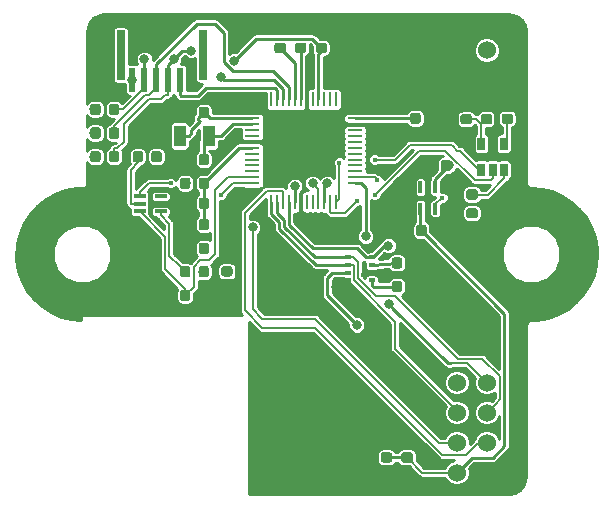
<source format=gtl>
G04 #@! TF.GenerationSoftware,KiCad,Pcbnew,(5.0.0)*
G04 #@! TF.CreationDate,2019-01-15T20:44:40+01:00*
G04 #@! TF.ProjectId,nrf24l01-node,6E726632346C30312D6E6F64652E6B69,rev?*
G04 #@! TF.SameCoordinates,Original*
G04 #@! TF.FileFunction,Copper,L1,Top,Signal*
G04 #@! TF.FilePolarity,Positive*
%FSLAX46Y46*%
G04 Gerber Fmt 4.6, Leading zero omitted, Abs format (unit mm)*
G04 Created by KiCad (PCBNEW (5.0.0)) date 01/15/19 20:44:40*
%MOMM*%
%LPD*%
G01*
G04 APERTURE LIST*
G04 #@! TA.AperFunction,Conductor*
%ADD10C,0.100000*%
G04 #@! TD*
G04 #@! TA.AperFunction,SMDPad,CuDef*
%ADD11C,0.875000*%
G04 #@! TD*
G04 #@! TA.AperFunction,SMDPad,CuDef*
%ADD12R,1.000000X0.300000*%
G04 #@! TD*
G04 #@! TA.AperFunction,SMDPad,CuDef*
%ADD13R,0.700000X4.200000*%
G04 #@! TD*
G04 #@! TA.AperFunction,SMDPad,CuDef*
%ADD14R,0.600000X2.000000*%
G04 #@! TD*
G04 #@! TA.AperFunction,SMDPad,CuDef*
%ADD15R,1.000000X1.800000*%
G04 #@! TD*
G04 #@! TA.AperFunction,SMDPad,CuDef*
%ADD16R,0.300000X1.000000*%
G04 #@! TD*
G04 #@! TA.AperFunction,ComponentPad*
%ADD17C,1.524000*%
G04 #@! TD*
G04 #@! TA.AperFunction,SMDPad,CuDef*
%ADD18R,1.300000X0.250000*%
G04 #@! TD*
G04 #@! TA.AperFunction,SMDPad,CuDef*
%ADD19R,0.250000X1.300000*%
G04 #@! TD*
G04 #@! TA.AperFunction,SMDPad,CuDef*
%ADD20R,0.650000X1.060000*%
G04 #@! TD*
G04 #@! TA.AperFunction,ComponentPad*
%ADD21R,1.524000X1.524000*%
G04 #@! TD*
G04 #@! TA.AperFunction,SMDPad,CuDef*
%ADD22R,0.500000X0.350000*%
G04 #@! TD*
G04 #@! TA.AperFunction,ViaPad*
%ADD23C,0.800000*%
G04 #@! TD*
G04 #@! TA.AperFunction,ViaPad*
%ADD24C,0.400000*%
G04 #@! TD*
G04 #@! TA.AperFunction,Conductor*
%ADD25C,0.250000*%
G04 #@! TD*
G04 #@! TA.AperFunction,Conductor*
%ADD26C,0.200000*%
G04 #@! TD*
G04 #@! TA.AperFunction,Conductor*
%ADD27C,0.254000*%
G04 #@! TD*
G04 APERTURE END LIST*
D10*
G04 #@! TO.N,GND*
G04 #@! TO.C,C19*
G36*
X68277691Y-150101053D02*
X68298926Y-150104203D01*
X68319750Y-150109419D01*
X68339962Y-150116651D01*
X68359368Y-150125830D01*
X68377781Y-150136866D01*
X68395024Y-150149654D01*
X68410930Y-150164070D01*
X68425346Y-150179976D01*
X68438134Y-150197219D01*
X68449170Y-150215632D01*
X68458349Y-150235038D01*
X68465581Y-150255250D01*
X68470797Y-150276074D01*
X68473947Y-150297309D01*
X68475000Y-150318750D01*
X68475000Y-150756250D01*
X68473947Y-150777691D01*
X68470797Y-150798926D01*
X68465581Y-150819750D01*
X68458349Y-150839962D01*
X68449170Y-150859368D01*
X68438134Y-150877781D01*
X68425346Y-150895024D01*
X68410930Y-150910930D01*
X68395024Y-150925346D01*
X68377781Y-150938134D01*
X68359368Y-150949170D01*
X68339962Y-150958349D01*
X68319750Y-150965581D01*
X68298926Y-150970797D01*
X68277691Y-150973947D01*
X68256250Y-150975000D01*
X67743750Y-150975000D01*
X67722309Y-150973947D01*
X67701074Y-150970797D01*
X67680250Y-150965581D01*
X67660038Y-150958349D01*
X67640632Y-150949170D01*
X67622219Y-150938134D01*
X67604976Y-150925346D01*
X67589070Y-150910930D01*
X67574654Y-150895024D01*
X67561866Y-150877781D01*
X67550830Y-150859368D01*
X67541651Y-150839962D01*
X67534419Y-150819750D01*
X67529203Y-150798926D01*
X67526053Y-150777691D01*
X67525000Y-150756250D01*
X67525000Y-150318750D01*
X67526053Y-150297309D01*
X67529203Y-150276074D01*
X67534419Y-150255250D01*
X67541651Y-150235038D01*
X67550830Y-150215632D01*
X67561866Y-150197219D01*
X67574654Y-150179976D01*
X67589070Y-150164070D01*
X67604976Y-150149654D01*
X67622219Y-150136866D01*
X67640632Y-150125830D01*
X67660038Y-150116651D01*
X67680250Y-150109419D01*
X67701074Y-150104203D01*
X67722309Y-150101053D01*
X67743750Y-150100000D01*
X68256250Y-150100000D01*
X68277691Y-150101053D01*
X68277691Y-150101053D01*
G37*
D11*
G04 #@! TD*
G04 #@! TO.P,C19,2*
G04 #@! TO.N,GND*
X68000000Y-150537500D03*
D10*
G04 #@! TO.N,VCC*
G04 #@! TO.C,C19*
G36*
X68277691Y-148526053D02*
X68298926Y-148529203D01*
X68319750Y-148534419D01*
X68339962Y-148541651D01*
X68359368Y-148550830D01*
X68377781Y-148561866D01*
X68395024Y-148574654D01*
X68410930Y-148589070D01*
X68425346Y-148604976D01*
X68438134Y-148622219D01*
X68449170Y-148640632D01*
X68458349Y-148660038D01*
X68465581Y-148680250D01*
X68470797Y-148701074D01*
X68473947Y-148722309D01*
X68475000Y-148743750D01*
X68475000Y-149181250D01*
X68473947Y-149202691D01*
X68470797Y-149223926D01*
X68465581Y-149244750D01*
X68458349Y-149264962D01*
X68449170Y-149284368D01*
X68438134Y-149302781D01*
X68425346Y-149320024D01*
X68410930Y-149335930D01*
X68395024Y-149350346D01*
X68377781Y-149363134D01*
X68359368Y-149374170D01*
X68339962Y-149383349D01*
X68319750Y-149390581D01*
X68298926Y-149395797D01*
X68277691Y-149398947D01*
X68256250Y-149400000D01*
X67743750Y-149400000D01*
X67722309Y-149398947D01*
X67701074Y-149395797D01*
X67680250Y-149390581D01*
X67660038Y-149383349D01*
X67640632Y-149374170D01*
X67622219Y-149363134D01*
X67604976Y-149350346D01*
X67589070Y-149335930D01*
X67574654Y-149320024D01*
X67561866Y-149302781D01*
X67550830Y-149284368D01*
X67541651Y-149264962D01*
X67534419Y-149244750D01*
X67529203Y-149223926D01*
X67526053Y-149202691D01*
X67525000Y-149181250D01*
X67525000Y-148743750D01*
X67526053Y-148722309D01*
X67529203Y-148701074D01*
X67534419Y-148680250D01*
X67541651Y-148660038D01*
X67550830Y-148640632D01*
X67561866Y-148622219D01*
X67574654Y-148604976D01*
X67589070Y-148589070D01*
X67604976Y-148574654D01*
X67622219Y-148561866D01*
X67640632Y-148550830D01*
X67660038Y-148541651D01*
X67680250Y-148534419D01*
X67701074Y-148529203D01*
X67722309Y-148526053D01*
X67743750Y-148525000D01*
X68256250Y-148525000D01*
X68277691Y-148526053D01*
X68277691Y-148526053D01*
G37*
D11*
G04 #@! TD*
G04 #@! TO.P,C19,1*
G04 #@! TO.N,VCC*
X68000000Y-148962500D03*
D10*
G04 #@! TO.N,VCC*
G04 #@! TO.C,C4*
G36*
X62277691Y-138776053D02*
X62298926Y-138779203D01*
X62319750Y-138784419D01*
X62339962Y-138791651D01*
X62359368Y-138800830D01*
X62377781Y-138811866D01*
X62395024Y-138824654D01*
X62410930Y-138839070D01*
X62425346Y-138854976D01*
X62438134Y-138872219D01*
X62449170Y-138890632D01*
X62458349Y-138910038D01*
X62465581Y-138930250D01*
X62470797Y-138951074D01*
X62473947Y-138972309D01*
X62475000Y-138993750D01*
X62475000Y-139506250D01*
X62473947Y-139527691D01*
X62470797Y-139548926D01*
X62465581Y-139569750D01*
X62458349Y-139589962D01*
X62449170Y-139609368D01*
X62438134Y-139627781D01*
X62425346Y-139645024D01*
X62410930Y-139660930D01*
X62395024Y-139675346D01*
X62377781Y-139688134D01*
X62359368Y-139699170D01*
X62339962Y-139708349D01*
X62319750Y-139715581D01*
X62298926Y-139720797D01*
X62277691Y-139723947D01*
X62256250Y-139725000D01*
X61818750Y-139725000D01*
X61797309Y-139723947D01*
X61776074Y-139720797D01*
X61755250Y-139715581D01*
X61735038Y-139708349D01*
X61715632Y-139699170D01*
X61697219Y-139688134D01*
X61679976Y-139675346D01*
X61664070Y-139660930D01*
X61649654Y-139645024D01*
X61636866Y-139627781D01*
X61625830Y-139609368D01*
X61616651Y-139589962D01*
X61609419Y-139569750D01*
X61604203Y-139548926D01*
X61601053Y-139527691D01*
X61600000Y-139506250D01*
X61600000Y-138993750D01*
X61601053Y-138972309D01*
X61604203Y-138951074D01*
X61609419Y-138930250D01*
X61616651Y-138910038D01*
X61625830Y-138890632D01*
X61636866Y-138872219D01*
X61649654Y-138854976D01*
X61664070Y-138839070D01*
X61679976Y-138824654D01*
X61697219Y-138811866D01*
X61715632Y-138800830D01*
X61735038Y-138791651D01*
X61755250Y-138784419D01*
X61776074Y-138779203D01*
X61797309Y-138776053D01*
X61818750Y-138775000D01*
X62256250Y-138775000D01*
X62277691Y-138776053D01*
X62277691Y-138776053D01*
G37*
D11*
G04 #@! TD*
G04 #@! TO.P,C4,1*
G04 #@! TO.N,VCC*
X62037500Y-139250000D03*
D10*
G04 #@! TO.N,Net-(C4-Pad2)*
G04 #@! TO.C,C4*
G36*
X60702691Y-138776053D02*
X60723926Y-138779203D01*
X60744750Y-138784419D01*
X60764962Y-138791651D01*
X60784368Y-138800830D01*
X60802781Y-138811866D01*
X60820024Y-138824654D01*
X60835930Y-138839070D01*
X60850346Y-138854976D01*
X60863134Y-138872219D01*
X60874170Y-138890632D01*
X60883349Y-138910038D01*
X60890581Y-138930250D01*
X60895797Y-138951074D01*
X60898947Y-138972309D01*
X60900000Y-138993750D01*
X60900000Y-139506250D01*
X60898947Y-139527691D01*
X60895797Y-139548926D01*
X60890581Y-139569750D01*
X60883349Y-139589962D01*
X60874170Y-139609368D01*
X60863134Y-139627781D01*
X60850346Y-139645024D01*
X60835930Y-139660930D01*
X60820024Y-139675346D01*
X60802781Y-139688134D01*
X60784368Y-139699170D01*
X60764962Y-139708349D01*
X60744750Y-139715581D01*
X60723926Y-139720797D01*
X60702691Y-139723947D01*
X60681250Y-139725000D01*
X60243750Y-139725000D01*
X60222309Y-139723947D01*
X60201074Y-139720797D01*
X60180250Y-139715581D01*
X60160038Y-139708349D01*
X60140632Y-139699170D01*
X60122219Y-139688134D01*
X60104976Y-139675346D01*
X60089070Y-139660930D01*
X60074654Y-139645024D01*
X60061866Y-139627781D01*
X60050830Y-139609368D01*
X60041651Y-139589962D01*
X60034419Y-139569750D01*
X60029203Y-139548926D01*
X60026053Y-139527691D01*
X60025000Y-139506250D01*
X60025000Y-138993750D01*
X60026053Y-138972309D01*
X60029203Y-138951074D01*
X60034419Y-138930250D01*
X60041651Y-138910038D01*
X60050830Y-138890632D01*
X60061866Y-138872219D01*
X60074654Y-138854976D01*
X60089070Y-138839070D01*
X60104976Y-138824654D01*
X60122219Y-138811866D01*
X60140632Y-138800830D01*
X60160038Y-138791651D01*
X60180250Y-138784419D01*
X60201074Y-138779203D01*
X60222309Y-138776053D01*
X60243750Y-138775000D01*
X60681250Y-138775000D01*
X60702691Y-138776053D01*
X60702691Y-138776053D01*
G37*
D11*
G04 #@! TD*
G04 #@! TO.P,C4,2*
G04 #@! TO.N,Net-(C4-Pad2)*
X60462500Y-139250000D03*
D12*
G04 #@! TO.P,IC4,1*
G04 #@! TO.N,/VBAT_ADC*
X60600000Y-142625000D03*
G04 #@! TO.P,IC4,2*
G04 #@! TO.N,Net-(C4-Pad2)*
X60600000Y-143250000D03*
G04 #@! TO.P,IC4,3*
G04 #@! TO.N,/VBAT_ADC_EN*
X60600000Y-143875000D03*
G04 #@! TO.P,IC4,4*
G04 #@! TO.N,Net-(IC4-Pad4)*
X62400000Y-143875000D03*
G04 #@! TO.P,IC4,5*
G04 #@! TO.N,GND*
X62400000Y-143250000D03*
G04 #@! TO.P,IC4,6*
G04 #@! TO.N,Net-(IC4-Pad6)*
X62400000Y-142625000D03*
G04 #@! TD*
D10*
G04 #@! TO.N,/VBAT_ADC_EN*
G04 #@! TO.C,R8*
G36*
X64702691Y-150526053D02*
X64723926Y-150529203D01*
X64744750Y-150534419D01*
X64764962Y-150541651D01*
X64784368Y-150550830D01*
X64802781Y-150561866D01*
X64820024Y-150574654D01*
X64835930Y-150589070D01*
X64850346Y-150604976D01*
X64863134Y-150622219D01*
X64874170Y-150640632D01*
X64883349Y-150660038D01*
X64890581Y-150680250D01*
X64895797Y-150701074D01*
X64898947Y-150722309D01*
X64900000Y-150743750D01*
X64900000Y-151256250D01*
X64898947Y-151277691D01*
X64895797Y-151298926D01*
X64890581Y-151319750D01*
X64883349Y-151339962D01*
X64874170Y-151359368D01*
X64863134Y-151377781D01*
X64850346Y-151395024D01*
X64835930Y-151410930D01*
X64820024Y-151425346D01*
X64802781Y-151438134D01*
X64784368Y-151449170D01*
X64764962Y-151458349D01*
X64744750Y-151465581D01*
X64723926Y-151470797D01*
X64702691Y-151473947D01*
X64681250Y-151475000D01*
X64243750Y-151475000D01*
X64222309Y-151473947D01*
X64201074Y-151470797D01*
X64180250Y-151465581D01*
X64160038Y-151458349D01*
X64140632Y-151449170D01*
X64122219Y-151438134D01*
X64104976Y-151425346D01*
X64089070Y-151410930D01*
X64074654Y-151395024D01*
X64061866Y-151377781D01*
X64050830Y-151359368D01*
X64041651Y-151339962D01*
X64034419Y-151319750D01*
X64029203Y-151298926D01*
X64026053Y-151277691D01*
X64025000Y-151256250D01*
X64025000Y-150743750D01*
X64026053Y-150722309D01*
X64029203Y-150701074D01*
X64034419Y-150680250D01*
X64041651Y-150660038D01*
X64050830Y-150640632D01*
X64061866Y-150622219D01*
X64074654Y-150604976D01*
X64089070Y-150589070D01*
X64104976Y-150574654D01*
X64122219Y-150561866D01*
X64140632Y-150550830D01*
X64160038Y-150541651D01*
X64180250Y-150534419D01*
X64201074Y-150529203D01*
X64222309Y-150526053D01*
X64243750Y-150525000D01*
X64681250Y-150525000D01*
X64702691Y-150526053D01*
X64702691Y-150526053D01*
G37*
D11*
G04 #@! TD*
G04 #@! TO.P,R8,2*
G04 #@! TO.N,/VBAT_ADC_EN*
X64462500Y-151000000D03*
D10*
G04 #@! TO.N,GND*
G04 #@! TO.C,R8*
G36*
X66277691Y-150526053D02*
X66298926Y-150529203D01*
X66319750Y-150534419D01*
X66339962Y-150541651D01*
X66359368Y-150550830D01*
X66377781Y-150561866D01*
X66395024Y-150574654D01*
X66410930Y-150589070D01*
X66425346Y-150604976D01*
X66438134Y-150622219D01*
X66449170Y-150640632D01*
X66458349Y-150660038D01*
X66465581Y-150680250D01*
X66470797Y-150701074D01*
X66473947Y-150722309D01*
X66475000Y-150743750D01*
X66475000Y-151256250D01*
X66473947Y-151277691D01*
X66470797Y-151298926D01*
X66465581Y-151319750D01*
X66458349Y-151339962D01*
X66449170Y-151359368D01*
X66438134Y-151377781D01*
X66425346Y-151395024D01*
X66410930Y-151410930D01*
X66395024Y-151425346D01*
X66377781Y-151438134D01*
X66359368Y-151449170D01*
X66339962Y-151458349D01*
X66319750Y-151465581D01*
X66298926Y-151470797D01*
X66277691Y-151473947D01*
X66256250Y-151475000D01*
X65818750Y-151475000D01*
X65797309Y-151473947D01*
X65776074Y-151470797D01*
X65755250Y-151465581D01*
X65735038Y-151458349D01*
X65715632Y-151449170D01*
X65697219Y-151438134D01*
X65679976Y-151425346D01*
X65664070Y-151410930D01*
X65649654Y-151395024D01*
X65636866Y-151377781D01*
X65625830Y-151359368D01*
X65616651Y-151339962D01*
X65609419Y-151319750D01*
X65604203Y-151298926D01*
X65601053Y-151277691D01*
X65600000Y-151256250D01*
X65600000Y-150743750D01*
X65601053Y-150722309D01*
X65604203Y-150701074D01*
X65609419Y-150680250D01*
X65616651Y-150660038D01*
X65625830Y-150640632D01*
X65636866Y-150622219D01*
X65649654Y-150604976D01*
X65664070Y-150589070D01*
X65679976Y-150574654D01*
X65697219Y-150561866D01*
X65715632Y-150550830D01*
X65735038Y-150541651D01*
X65755250Y-150534419D01*
X65776074Y-150529203D01*
X65797309Y-150526053D01*
X65818750Y-150525000D01*
X66256250Y-150525000D01*
X66277691Y-150526053D01*
X66277691Y-150526053D01*
G37*
D11*
G04 #@! TD*
G04 #@! TO.P,R8,1*
G04 #@! TO.N,GND*
X66037500Y-151000000D03*
D10*
G04 #@! TO.N,VCC*
G04 #@! TO.C,R7*
G36*
X66277691Y-148526053D02*
X66298926Y-148529203D01*
X66319750Y-148534419D01*
X66339962Y-148541651D01*
X66359368Y-148550830D01*
X66377781Y-148561866D01*
X66395024Y-148574654D01*
X66410930Y-148589070D01*
X66425346Y-148604976D01*
X66438134Y-148622219D01*
X66449170Y-148640632D01*
X66458349Y-148660038D01*
X66465581Y-148680250D01*
X66470797Y-148701074D01*
X66473947Y-148722309D01*
X66475000Y-148743750D01*
X66475000Y-149256250D01*
X66473947Y-149277691D01*
X66470797Y-149298926D01*
X66465581Y-149319750D01*
X66458349Y-149339962D01*
X66449170Y-149359368D01*
X66438134Y-149377781D01*
X66425346Y-149395024D01*
X66410930Y-149410930D01*
X66395024Y-149425346D01*
X66377781Y-149438134D01*
X66359368Y-149449170D01*
X66339962Y-149458349D01*
X66319750Y-149465581D01*
X66298926Y-149470797D01*
X66277691Y-149473947D01*
X66256250Y-149475000D01*
X65818750Y-149475000D01*
X65797309Y-149473947D01*
X65776074Y-149470797D01*
X65755250Y-149465581D01*
X65735038Y-149458349D01*
X65715632Y-149449170D01*
X65697219Y-149438134D01*
X65679976Y-149425346D01*
X65664070Y-149410930D01*
X65649654Y-149395024D01*
X65636866Y-149377781D01*
X65625830Y-149359368D01*
X65616651Y-149339962D01*
X65609419Y-149319750D01*
X65604203Y-149298926D01*
X65601053Y-149277691D01*
X65600000Y-149256250D01*
X65600000Y-148743750D01*
X65601053Y-148722309D01*
X65604203Y-148701074D01*
X65609419Y-148680250D01*
X65616651Y-148660038D01*
X65625830Y-148640632D01*
X65636866Y-148622219D01*
X65649654Y-148604976D01*
X65664070Y-148589070D01*
X65679976Y-148574654D01*
X65697219Y-148561866D01*
X65715632Y-148550830D01*
X65735038Y-148541651D01*
X65755250Y-148534419D01*
X65776074Y-148529203D01*
X65797309Y-148526053D01*
X65818750Y-148525000D01*
X66256250Y-148525000D01*
X66277691Y-148526053D01*
X66277691Y-148526053D01*
G37*
D11*
G04 #@! TD*
G04 #@! TO.P,R7,1*
G04 #@! TO.N,VCC*
X66037500Y-149000000D03*
D10*
G04 #@! TO.N,Net-(IC4-Pad4)*
G04 #@! TO.C,R7*
G36*
X64702691Y-148526053D02*
X64723926Y-148529203D01*
X64744750Y-148534419D01*
X64764962Y-148541651D01*
X64784368Y-148550830D01*
X64802781Y-148561866D01*
X64820024Y-148574654D01*
X64835930Y-148589070D01*
X64850346Y-148604976D01*
X64863134Y-148622219D01*
X64874170Y-148640632D01*
X64883349Y-148660038D01*
X64890581Y-148680250D01*
X64895797Y-148701074D01*
X64898947Y-148722309D01*
X64900000Y-148743750D01*
X64900000Y-149256250D01*
X64898947Y-149277691D01*
X64895797Y-149298926D01*
X64890581Y-149319750D01*
X64883349Y-149339962D01*
X64874170Y-149359368D01*
X64863134Y-149377781D01*
X64850346Y-149395024D01*
X64835930Y-149410930D01*
X64820024Y-149425346D01*
X64802781Y-149438134D01*
X64784368Y-149449170D01*
X64764962Y-149458349D01*
X64744750Y-149465581D01*
X64723926Y-149470797D01*
X64702691Y-149473947D01*
X64681250Y-149475000D01*
X64243750Y-149475000D01*
X64222309Y-149473947D01*
X64201074Y-149470797D01*
X64180250Y-149465581D01*
X64160038Y-149458349D01*
X64140632Y-149449170D01*
X64122219Y-149438134D01*
X64104976Y-149425346D01*
X64089070Y-149410930D01*
X64074654Y-149395024D01*
X64061866Y-149377781D01*
X64050830Y-149359368D01*
X64041651Y-149339962D01*
X64034419Y-149319750D01*
X64029203Y-149298926D01*
X64026053Y-149277691D01*
X64025000Y-149256250D01*
X64025000Y-148743750D01*
X64026053Y-148722309D01*
X64029203Y-148701074D01*
X64034419Y-148680250D01*
X64041651Y-148660038D01*
X64050830Y-148640632D01*
X64061866Y-148622219D01*
X64074654Y-148604976D01*
X64089070Y-148589070D01*
X64104976Y-148574654D01*
X64122219Y-148561866D01*
X64140632Y-148550830D01*
X64160038Y-148541651D01*
X64180250Y-148534419D01*
X64201074Y-148529203D01*
X64222309Y-148526053D01*
X64243750Y-148525000D01*
X64681250Y-148525000D01*
X64702691Y-148526053D01*
X64702691Y-148526053D01*
G37*
D11*
G04 #@! TD*
G04 #@! TO.P,R7,2*
G04 #@! TO.N,Net-(IC4-Pad4)*
X64462500Y-149000000D03*
D13*
G04 #@! TO.P,CON1,*
G04 #@! TO.N,*
X66000000Y-130650000D03*
D14*
G04 #@! TO.P,CON1,6*
G04 #@! TO.N,GND*
X65000000Y-132750000D03*
G04 #@! TO.P,CON1,5*
G04 #@! TO.N,/UART_TX*
X64000000Y-132750000D03*
G04 #@! TO.P,CON1,4*
G04 #@! TO.N,/MCU_RESET*
X63000000Y-132750000D03*
G04 #@! TO.P,CON1,3*
G04 #@! TO.N,/SWCLK*
X62000000Y-132750000D03*
G04 #@! TO.P,CON1,2*
G04 #@! TO.N,/SWDIO*
X61000000Y-132750000D03*
G04 #@! TO.P,CON1,1*
G04 #@! TO.N,VCC*
X60000000Y-132750000D03*
D13*
G04 #@! TO.P,CON1,*
G04 #@! TO.N,*
X59000000Y-130650000D03*
G04 #@! TD*
D10*
G04 #@! TO.N,GND*
G04 #@! TO.C,C18*
G36*
X76277691Y-128026053D02*
X76298926Y-128029203D01*
X76319750Y-128034419D01*
X76339962Y-128041651D01*
X76359368Y-128050830D01*
X76377781Y-128061866D01*
X76395024Y-128074654D01*
X76410930Y-128089070D01*
X76425346Y-128104976D01*
X76438134Y-128122219D01*
X76449170Y-128140632D01*
X76458349Y-128160038D01*
X76465581Y-128180250D01*
X76470797Y-128201074D01*
X76473947Y-128222309D01*
X76475000Y-128243750D01*
X76475000Y-128681250D01*
X76473947Y-128702691D01*
X76470797Y-128723926D01*
X76465581Y-128744750D01*
X76458349Y-128764962D01*
X76449170Y-128784368D01*
X76438134Y-128802781D01*
X76425346Y-128820024D01*
X76410930Y-128835930D01*
X76395024Y-128850346D01*
X76377781Y-128863134D01*
X76359368Y-128874170D01*
X76339962Y-128883349D01*
X76319750Y-128890581D01*
X76298926Y-128895797D01*
X76277691Y-128898947D01*
X76256250Y-128900000D01*
X75743750Y-128900000D01*
X75722309Y-128898947D01*
X75701074Y-128895797D01*
X75680250Y-128890581D01*
X75660038Y-128883349D01*
X75640632Y-128874170D01*
X75622219Y-128863134D01*
X75604976Y-128850346D01*
X75589070Y-128835930D01*
X75574654Y-128820024D01*
X75561866Y-128802781D01*
X75550830Y-128784368D01*
X75541651Y-128764962D01*
X75534419Y-128744750D01*
X75529203Y-128723926D01*
X75526053Y-128702691D01*
X75525000Y-128681250D01*
X75525000Y-128243750D01*
X75526053Y-128222309D01*
X75529203Y-128201074D01*
X75534419Y-128180250D01*
X75541651Y-128160038D01*
X75550830Y-128140632D01*
X75561866Y-128122219D01*
X75574654Y-128104976D01*
X75589070Y-128089070D01*
X75604976Y-128074654D01*
X75622219Y-128061866D01*
X75640632Y-128050830D01*
X75660038Y-128041651D01*
X75680250Y-128034419D01*
X75701074Y-128029203D01*
X75722309Y-128026053D01*
X75743750Y-128025000D01*
X76256250Y-128025000D01*
X76277691Y-128026053D01*
X76277691Y-128026053D01*
G37*
D11*
G04 #@! TD*
G04 #@! TO.P,C18,1*
G04 #@! TO.N,GND*
X76000000Y-128462500D03*
D10*
G04 #@! TO.N,/MCU_RESET*
G04 #@! TO.C,C18*
G36*
X76277691Y-129601053D02*
X76298926Y-129604203D01*
X76319750Y-129609419D01*
X76339962Y-129616651D01*
X76359368Y-129625830D01*
X76377781Y-129636866D01*
X76395024Y-129649654D01*
X76410930Y-129664070D01*
X76425346Y-129679976D01*
X76438134Y-129697219D01*
X76449170Y-129715632D01*
X76458349Y-129735038D01*
X76465581Y-129755250D01*
X76470797Y-129776074D01*
X76473947Y-129797309D01*
X76475000Y-129818750D01*
X76475000Y-130256250D01*
X76473947Y-130277691D01*
X76470797Y-130298926D01*
X76465581Y-130319750D01*
X76458349Y-130339962D01*
X76449170Y-130359368D01*
X76438134Y-130377781D01*
X76425346Y-130395024D01*
X76410930Y-130410930D01*
X76395024Y-130425346D01*
X76377781Y-130438134D01*
X76359368Y-130449170D01*
X76339962Y-130458349D01*
X76319750Y-130465581D01*
X76298926Y-130470797D01*
X76277691Y-130473947D01*
X76256250Y-130475000D01*
X75743750Y-130475000D01*
X75722309Y-130473947D01*
X75701074Y-130470797D01*
X75680250Y-130465581D01*
X75660038Y-130458349D01*
X75640632Y-130449170D01*
X75622219Y-130438134D01*
X75604976Y-130425346D01*
X75589070Y-130410930D01*
X75574654Y-130395024D01*
X75561866Y-130377781D01*
X75550830Y-130359368D01*
X75541651Y-130339962D01*
X75534419Y-130319750D01*
X75529203Y-130298926D01*
X75526053Y-130277691D01*
X75525000Y-130256250D01*
X75525000Y-129818750D01*
X75526053Y-129797309D01*
X75529203Y-129776074D01*
X75534419Y-129755250D01*
X75541651Y-129735038D01*
X75550830Y-129715632D01*
X75561866Y-129697219D01*
X75574654Y-129679976D01*
X75589070Y-129664070D01*
X75604976Y-129649654D01*
X75622219Y-129636866D01*
X75640632Y-129625830D01*
X75660038Y-129616651D01*
X75680250Y-129609419D01*
X75701074Y-129604203D01*
X75722309Y-129601053D01*
X75743750Y-129600000D01*
X76256250Y-129600000D01*
X76277691Y-129601053D01*
X76277691Y-129601053D01*
G37*
D11*
G04 #@! TD*
G04 #@! TO.P,C18,2*
G04 #@! TO.N,/MCU_RESET*
X76000000Y-130037500D03*
D10*
G04 #@! TO.N,VCC*
G04 #@! TO.C,R4*
G36*
X57107692Y-138776053D02*
X57128927Y-138779203D01*
X57149751Y-138784419D01*
X57169963Y-138791651D01*
X57189369Y-138800830D01*
X57207782Y-138811866D01*
X57225025Y-138824654D01*
X57240931Y-138839070D01*
X57255347Y-138854976D01*
X57268135Y-138872219D01*
X57279171Y-138890632D01*
X57288350Y-138910038D01*
X57295582Y-138930250D01*
X57300798Y-138951074D01*
X57303948Y-138972309D01*
X57305001Y-138993750D01*
X57305001Y-139506250D01*
X57303948Y-139527691D01*
X57300798Y-139548926D01*
X57295582Y-139569750D01*
X57288350Y-139589962D01*
X57279171Y-139609368D01*
X57268135Y-139627781D01*
X57255347Y-139645024D01*
X57240931Y-139660930D01*
X57225025Y-139675346D01*
X57207782Y-139688134D01*
X57189369Y-139699170D01*
X57169963Y-139708349D01*
X57149751Y-139715581D01*
X57128927Y-139720797D01*
X57107692Y-139723947D01*
X57086251Y-139725000D01*
X56648751Y-139725000D01*
X56627310Y-139723947D01*
X56606075Y-139720797D01*
X56585251Y-139715581D01*
X56565039Y-139708349D01*
X56545633Y-139699170D01*
X56527220Y-139688134D01*
X56509977Y-139675346D01*
X56494071Y-139660930D01*
X56479655Y-139645024D01*
X56466867Y-139627781D01*
X56455831Y-139609368D01*
X56446652Y-139589962D01*
X56439420Y-139569750D01*
X56434204Y-139548926D01*
X56431054Y-139527691D01*
X56430001Y-139506250D01*
X56430001Y-138993750D01*
X56431054Y-138972309D01*
X56434204Y-138951074D01*
X56439420Y-138930250D01*
X56446652Y-138910038D01*
X56455831Y-138890632D01*
X56466867Y-138872219D01*
X56479655Y-138854976D01*
X56494071Y-138839070D01*
X56509977Y-138824654D01*
X56527220Y-138811866D01*
X56545633Y-138800830D01*
X56565039Y-138791651D01*
X56585251Y-138784419D01*
X56606075Y-138779203D01*
X56627310Y-138776053D01*
X56648751Y-138775000D01*
X57086251Y-138775000D01*
X57107692Y-138776053D01*
X57107692Y-138776053D01*
G37*
D11*
G04 #@! TD*
G04 #@! TO.P,R4,1*
G04 #@! TO.N,VCC*
X56867501Y-139250000D03*
D10*
G04 #@! TO.N,/MCU_RESET*
G04 #@! TO.C,R4*
G36*
X58682692Y-138776053D02*
X58703927Y-138779203D01*
X58724751Y-138784419D01*
X58744963Y-138791651D01*
X58764369Y-138800830D01*
X58782782Y-138811866D01*
X58800025Y-138824654D01*
X58815931Y-138839070D01*
X58830347Y-138854976D01*
X58843135Y-138872219D01*
X58854171Y-138890632D01*
X58863350Y-138910038D01*
X58870582Y-138930250D01*
X58875798Y-138951074D01*
X58878948Y-138972309D01*
X58880001Y-138993750D01*
X58880001Y-139506250D01*
X58878948Y-139527691D01*
X58875798Y-139548926D01*
X58870582Y-139569750D01*
X58863350Y-139589962D01*
X58854171Y-139609368D01*
X58843135Y-139627781D01*
X58830347Y-139645024D01*
X58815931Y-139660930D01*
X58800025Y-139675346D01*
X58782782Y-139688134D01*
X58764369Y-139699170D01*
X58744963Y-139708349D01*
X58724751Y-139715581D01*
X58703927Y-139720797D01*
X58682692Y-139723947D01*
X58661251Y-139725000D01*
X58223751Y-139725000D01*
X58202310Y-139723947D01*
X58181075Y-139720797D01*
X58160251Y-139715581D01*
X58140039Y-139708349D01*
X58120633Y-139699170D01*
X58102220Y-139688134D01*
X58084977Y-139675346D01*
X58069071Y-139660930D01*
X58054655Y-139645024D01*
X58041867Y-139627781D01*
X58030831Y-139609368D01*
X58021652Y-139589962D01*
X58014420Y-139569750D01*
X58009204Y-139548926D01*
X58006054Y-139527691D01*
X58005001Y-139506250D01*
X58005001Y-138993750D01*
X58006054Y-138972309D01*
X58009204Y-138951074D01*
X58014420Y-138930250D01*
X58021652Y-138910038D01*
X58030831Y-138890632D01*
X58041867Y-138872219D01*
X58054655Y-138854976D01*
X58069071Y-138839070D01*
X58084977Y-138824654D01*
X58102220Y-138811866D01*
X58120633Y-138800830D01*
X58140039Y-138791651D01*
X58160251Y-138784419D01*
X58181075Y-138779203D01*
X58202310Y-138776053D01*
X58223751Y-138775000D01*
X58661251Y-138775000D01*
X58682692Y-138776053D01*
X58682692Y-138776053D01*
G37*
D11*
G04 #@! TD*
G04 #@! TO.P,R4,2*
G04 #@! TO.N,/MCU_RESET*
X58442501Y-139250000D03*
D10*
G04 #@! TO.N,/SWCLK*
G04 #@! TO.C,R5*
G36*
X58682692Y-136776053D02*
X58703927Y-136779203D01*
X58724751Y-136784419D01*
X58744963Y-136791651D01*
X58764369Y-136800830D01*
X58782782Y-136811866D01*
X58800025Y-136824654D01*
X58815931Y-136839070D01*
X58830347Y-136854976D01*
X58843135Y-136872219D01*
X58854171Y-136890632D01*
X58863350Y-136910038D01*
X58870582Y-136930250D01*
X58875798Y-136951074D01*
X58878948Y-136972309D01*
X58880001Y-136993750D01*
X58880001Y-137506250D01*
X58878948Y-137527691D01*
X58875798Y-137548926D01*
X58870582Y-137569750D01*
X58863350Y-137589962D01*
X58854171Y-137609368D01*
X58843135Y-137627781D01*
X58830347Y-137645024D01*
X58815931Y-137660930D01*
X58800025Y-137675346D01*
X58782782Y-137688134D01*
X58764369Y-137699170D01*
X58744963Y-137708349D01*
X58724751Y-137715581D01*
X58703927Y-137720797D01*
X58682692Y-137723947D01*
X58661251Y-137725000D01*
X58223751Y-137725000D01*
X58202310Y-137723947D01*
X58181075Y-137720797D01*
X58160251Y-137715581D01*
X58140039Y-137708349D01*
X58120633Y-137699170D01*
X58102220Y-137688134D01*
X58084977Y-137675346D01*
X58069071Y-137660930D01*
X58054655Y-137645024D01*
X58041867Y-137627781D01*
X58030831Y-137609368D01*
X58021652Y-137589962D01*
X58014420Y-137569750D01*
X58009204Y-137548926D01*
X58006054Y-137527691D01*
X58005001Y-137506250D01*
X58005001Y-136993750D01*
X58006054Y-136972309D01*
X58009204Y-136951074D01*
X58014420Y-136930250D01*
X58021652Y-136910038D01*
X58030831Y-136890632D01*
X58041867Y-136872219D01*
X58054655Y-136854976D01*
X58069071Y-136839070D01*
X58084977Y-136824654D01*
X58102220Y-136811866D01*
X58120633Y-136800830D01*
X58140039Y-136791651D01*
X58160251Y-136784419D01*
X58181075Y-136779203D01*
X58202310Y-136776053D01*
X58223751Y-136775000D01*
X58661251Y-136775000D01*
X58682692Y-136776053D01*
X58682692Y-136776053D01*
G37*
D11*
G04 #@! TD*
G04 #@! TO.P,R5,2*
G04 #@! TO.N,/SWCLK*
X58442501Y-137250000D03*
D10*
G04 #@! TO.N,VCC*
G04 #@! TO.C,R5*
G36*
X57107692Y-136776053D02*
X57128927Y-136779203D01*
X57149751Y-136784419D01*
X57169963Y-136791651D01*
X57189369Y-136800830D01*
X57207782Y-136811866D01*
X57225025Y-136824654D01*
X57240931Y-136839070D01*
X57255347Y-136854976D01*
X57268135Y-136872219D01*
X57279171Y-136890632D01*
X57288350Y-136910038D01*
X57295582Y-136930250D01*
X57300798Y-136951074D01*
X57303948Y-136972309D01*
X57305001Y-136993750D01*
X57305001Y-137506250D01*
X57303948Y-137527691D01*
X57300798Y-137548926D01*
X57295582Y-137569750D01*
X57288350Y-137589962D01*
X57279171Y-137609368D01*
X57268135Y-137627781D01*
X57255347Y-137645024D01*
X57240931Y-137660930D01*
X57225025Y-137675346D01*
X57207782Y-137688134D01*
X57189369Y-137699170D01*
X57169963Y-137708349D01*
X57149751Y-137715581D01*
X57128927Y-137720797D01*
X57107692Y-137723947D01*
X57086251Y-137725000D01*
X56648751Y-137725000D01*
X56627310Y-137723947D01*
X56606075Y-137720797D01*
X56585251Y-137715581D01*
X56565039Y-137708349D01*
X56545633Y-137699170D01*
X56527220Y-137688134D01*
X56509977Y-137675346D01*
X56494071Y-137660930D01*
X56479655Y-137645024D01*
X56466867Y-137627781D01*
X56455831Y-137609368D01*
X56446652Y-137589962D01*
X56439420Y-137569750D01*
X56434204Y-137548926D01*
X56431054Y-137527691D01*
X56430001Y-137506250D01*
X56430001Y-136993750D01*
X56431054Y-136972309D01*
X56434204Y-136951074D01*
X56439420Y-136930250D01*
X56446652Y-136910038D01*
X56455831Y-136890632D01*
X56466867Y-136872219D01*
X56479655Y-136854976D01*
X56494071Y-136839070D01*
X56509977Y-136824654D01*
X56527220Y-136811866D01*
X56545633Y-136800830D01*
X56565039Y-136791651D01*
X56585251Y-136784419D01*
X56606075Y-136779203D01*
X56627310Y-136776053D01*
X56648751Y-136775000D01*
X57086251Y-136775000D01*
X57107692Y-136776053D01*
X57107692Y-136776053D01*
G37*
D11*
G04 #@! TD*
G04 #@! TO.P,R5,1*
G04 #@! TO.N,VCC*
X56867501Y-137250000D03*
D10*
G04 #@! TO.N,VCC*
G04 #@! TO.C,R6*
G36*
X57107692Y-134776053D02*
X57128927Y-134779203D01*
X57149751Y-134784419D01*
X57169963Y-134791651D01*
X57189369Y-134800830D01*
X57207782Y-134811866D01*
X57225025Y-134824654D01*
X57240931Y-134839070D01*
X57255347Y-134854976D01*
X57268135Y-134872219D01*
X57279171Y-134890632D01*
X57288350Y-134910038D01*
X57295582Y-134930250D01*
X57300798Y-134951074D01*
X57303948Y-134972309D01*
X57305001Y-134993750D01*
X57305001Y-135506250D01*
X57303948Y-135527691D01*
X57300798Y-135548926D01*
X57295582Y-135569750D01*
X57288350Y-135589962D01*
X57279171Y-135609368D01*
X57268135Y-135627781D01*
X57255347Y-135645024D01*
X57240931Y-135660930D01*
X57225025Y-135675346D01*
X57207782Y-135688134D01*
X57189369Y-135699170D01*
X57169963Y-135708349D01*
X57149751Y-135715581D01*
X57128927Y-135720797D01*
X57107692Y-135723947D01*
X57086251Y-135725000D01*
X56648751Y-135725000D01*
X56627310Y-135723947D01*
X56606075Y-135720797D01*
X56585251Y-135715581D01*
X56565039Y-135708349D01*
X56545633Y-135699170D01*
X56527220Y-135688134D01*
X56509977Y-135675346D01*
X56494071Y-135660930D01*
X56479655Y-135645024D01*
X56466867Y-135627781D01*
X56455831Y-135609368D01*
X56446652Y-135589962D01*
X56439420Y-135569750D01*
X56434204Y-135548926D01*
X56431054Y-135527691D01*
X56430001Y-135506250D01*
X56430001Y-134993750D01*
X56431054Y-134972309D01*
X56434204Y-134951074D01*
X56439420Y-134930250D01*
X56446652Y-134910038D01*
X56455831Y-134890632D01*
X56466867Y-134872219D01*
X56479655Y-134854976D01*
X56494071Y-134839070D01*
X56509977Y-134824654D01*
X56527220Y-134811866D01*
X56545633Y-134800830D01*
X56565039Y-134791651D01*
X56585251Y-134784419D01*
X56606075Y-134779203D01*
X56627310Y-134776053D01*
X56648751Y-134775000D01*
X57086251Y-134775000D01*
X57107692Y-134776053D01*
X57107692Y-134776053D01*
G37*
D11*
G04 #@! TD*
G04 #@! TO.P,R6,1*
G04 #@! TO.N,VCC*
X56867501Y-135250000D03*
D10*
G04 #@! TO.N,/SWDIO*
G04 #@! TO.C,R6*
G36*
X58682692Y-134776053D02*
X58703927Y-134779203D01*
X58724751Y-134784419D01*
X58744963Y-134791651D01*
X58764369Y-134800830D01*
X58782782Y-134811866D01*
X58800025Y-134824654D01*
X58815931Y-134839070D01*
X58830347Y-134854976D01*
X58843135Y-134872219D01*
X58854171Y-134890632D01*
X58863350Y-134910038D01*
X58870582Y-134930250D01*
X58875798Y-134951074D01*
X58878948Y-134972309D01*
X58880001Y-134993750D01*
X58880001Y-135506250D01*
X58878948Y-135527691D01*
X58875798Y-135548926D01*
X58870582Y-135569750D01*
X58863350Y-135589962D01*
X58854171Y-135609368D01*
X58843135Y-135627781D01*
X58830347Y-135645024D01*
X58815931Y-135660930D01*
X58800025Y-135675346D01*
X58782782Y-135688134D01*
X58764369Y-135699170D01*
X58744963Y-135708349D01*
X58724751Y-135715581D01*
X58703927Y-135720797D01*
X58682692Y-135723947D01*
X58661251Y-135725000D01*
X58223751Y-135725000D01*
X58202310Y-135723947D01*
X58181075Y-135720797D01*
X58160251Y-135715581D01*
X58140039Y-135708349D01*
X58120633Y-135699170D01*
X58102220Y-135688134D01*
X58084977Y-135675346D01*
X58069071Y-135660930D01*
X58054655Y-135645024D01*
X58041867Y-135627781D01*
X58030831Y-135609368D01*
X58021652Y-135589962D01*
X58014420Y-135569750D01*
X58009204Y-135548926D01*
X58006054Y-135527691D01*
X58005001Y-135506250D01*
X58005001Y-134993750D01*
X58006054Y-134972309D01*
X58009204Y-134951074D01*
X58014420Y-134930250D01*
X58021652Y-134910038D01*
X58030831Y-134890632D01*
X58041867Y-134872219D01*
X58054655Y-134854976D01*
X58069071Y-134839070D01*
X58084977Y-134824654D01*
X58102220Y-134811866D01*
X58120633Y-134800830D01*
X58140039Y-134791651D01*
X58160251Y-134784419D01*
X58181075Y-134779203D01*
X58202310Y-134776053D01*
X58223751Y-134775000D01*
X58661251Y-134775000D01*
X58682692Y-134776053D01*
X58682692Y-134776053D01*
G37*
D11*
G04 #@! TD*
G04 #@! TO.P,R6,2*
G04 #@! TO.N,/SWDIO*
X58442501Y-135250000D03*
D10*
G04 #@! TO.N,VCC*
G04 #@! TO.C,L1*
G36*
X64702691Y-141026053D02*
X64723926Y-141029203D01*
X64744750Y-141034419D01*
X64764962Y-141041651D01*
X64784368Y-141050830D01*
X64802781Y-141061866D01*
X64820024Y-141074654D01*
X64835930Y-141089070D01*
X64850346Y-141104976D01*
X64863134Y-141122219D01*
X64874170Y-141140632D01*
X64883349Y-141160038D01*
X64890581Y-141180250D01*
X64895797Y-141201074D01*
X64898947Y-141222309D01*
X64900000Y-141243750D01*
X64900000Y-141756250D01*
X64898947Y-141777691D01*
X64895797Y-141798926D01*
X64890581Y-141819750D01*
X64883349Y-141839962D01*
X64874170Y-141859368D01*
X64863134Y-141877781D01*
X64850346Y-141895024D01*
X64835930Y-141910930D01*
X64820024Y-141925346D01*
X64802781Y-141938134D01*
X64784368Y-141949170D01*
X64764962Y-141958349D01*
X64744750Y-141965581D01*
X64723926Y-141970797D01*
X64702691Y-141973947D01*
X64681250Y-141975000D01*
X64243750Y-141975000D01*
X64222309Y-141973947D01*
X64201074Y-141970797D01*
X64180250Y-141965581D01*
X64160038Y-141958349D01*
X64140632Y-141949170D01*
X64122219Y-141938134D01*
X64104976Y-141925346D01*
X64089070Y-141910930D01*
X64074654Y-141895024D01*
X64061866Y-141877781D01*
X64050830Y-141859368D01*
X64041651Y-141839962D01*
X64034419Y-141819750D01*
X64029203Y-141798926D01*
X64026053Y-141777691D01*
X64025000Y-141756250D01*
X64025000Y-141243750D01*
X64026053Y-141222309D01*
X64029203Y-141201074D01*
X64034419Y-141180250D01*
X64041651Y-141160038D01*
X64050830Y-141140632D01*
X64061866Y-141122219D01*
X64074654Y-141104976D01*
X64089070Y-141089070D01*
X64104976Y-141074654D01*
X64122219Y-141061866D01*
X64140632Y-141050830D01*
X64160038Y-141041651D01*
X64180250Y-141034419D01*
X64201074Y-141029203D01*
X64222309Y-141026053D01*
X64243750Y-141025000D01*
X64681250Y-141025000D01*
X64702691Y-141026053D01*
X64702691Y-141026053D01*
G37*
D11*
G04 #@! TD*
G04 #@! TO.P,L1,1*
G04 #@! TO.N,VCC*
X64462500Y-141500000D03*
D10*
G04 #@! TO.N,/VDDANA*
G04 #@! TO.C,L1*
G36*
X66277691Y-141026053D02*
X66298926Y-141029203D01*
X66319750Y-141034419D01*
X66339962Y-141041651D01*
X66359368Y-141050830D01*
X66377781Y-141061866D01*
X66395024Y-141074654D01*
X66410930Y-141089070D01*
X66425346Y-141104976D01*
X66438134Y-141122219D01*
X66449170Y-141140632D01*
X66458349Y-141160038D01*
X66465581Y-141180250D01*
X66470797Y-141201074D01*
X66473947Y-141222309D01*
X66475000Y-141243750D01*
X66475000Y-141756250D01*
X66473947Y-141777691D01*
X66470797Y-141798926D01*
X66465581Y-141819750D01*
X66458349Y-141839962D01*
X66449170Y-141859368D01*
X66438134Y-141877781D01*
X66425346Y-141895024D01*
X66410930Y-141910930D01*
X66395024Y-141925346D01*
X66377781Y-141938134D01*
X66359368Y-141949170D01*
X66339962Y-141958349D01*
X66319750Y-141965581D01*
X66298926Y-141970797D01*
X66277691Y-141973947D01*
X66256250Y-141975000D01*
X65818750Y-141975000D01*
X65797309Y-141973947D01*
X65776074Y-141970797D01*
X65755250Y-141965581D01*
X65735038Y-141958349D01*
X65715632Y-141949170D01*
X65697219Y-141938134D01*
X65679976Y-141925346D01*
X65664070Y-141910930D01*
X65649654Y-141895024D01*
X65636866Y-141877781D01*
X65625830Y-141859368D01*
X65616651Y-141839962D01*
X65609419Y-141819750D01*
X65604203Y-141798926D01*
X65601053Y-141777691D01*
X65600000Y-141756250D01*
X65600000Y-141243750D01*
X65601053Y-141222309D01*
X65604203Y-141201074D01*
X65609419Y-141180250D01*
X65616651Y-141160038D01*
X65625830Y-141140632D01*
X65636866Y-141122219D01*
X65649654Y-141104976D01*
X65664070Y-141089070D01*
X65679976Y-141074654D01*
X65697219Y-141061866D01*
X65715632Y-141050830D01*
X65735038Y-141041651D01*
X65755250Y-141034419D01*
X65776074Y-141029203D01*
X65797309Y-141026053D01*
X65818750Y-141025000D01*
X66256250Y-141025000D01*
X66277691Y-141026053D01*
X66277691Y-141026053D01*
G37*
D11*
G04 #@! TD*
G04 #@! TO.P,L1,2*
G04 #@! TO.N,/VDDANA*
X66037500Y-141500000D03*
D10*
G04 #@! TO.N,GND*
G04 #@! TO.C,C3*
G36*
X64702691Y-135026053D02*
X64723926Y-135029203D01*
X64744750Y-135034419D01*
X64764962Y-135041651D01*
X64784368Y-135050830D01*
X64802781Y-135061866D01*
X64820024Y-135074654D01*
X64835930Y-135089070D01*
X64850346Y-135104976D01*
X64863134Y-135122219D01*
X64874170Y-135140632D01*
X64883349Y-135160038D01*
X64890581Y-135180250D01*
X64895797Y-135201074D01*
X64898947Y-135222309D01*
X64900000Y-135243750D01*
X64900000Y-135756250D01*
X64898947Y-135777691D01*
X64895797Y-135798926D01*
X64890581Y-135819750D01*
X64883349Y-135839962D01*
X64874170Y-135859368D01*
X64863134Y-135877781D01*
X64850346Y-135895024D01*
X64835930Y-135910930D01*
X64820024Y-135925346D01*
X64802781Y-135938134D01*
X64784368Y-135949170D01*
X64764962Y-135958349D01*
X64744750Y-135965581D01*
X64723926Y-135970797D01*
X64702691Y-135973947D01*
X64681250Y-135975000D01*
X64243750Y-135975000D01*
X64222309Y-135973947D01*
X64201074Y-135970797D01*
X64180250Y-135965581D01*
X64160038Y-135958349D01*
X64140632Y-135949170D01*
X64122219Y-135938134D01*
X64104976Y-135925346D01*
X64089070Y-135910930D01*
X64074654Y-135895024D01*
X64061866Y-135877781D01*
X64050830Y-135859368D01*
X64041651Y-135839962D01*
X64034419Y-135819750D01*
X64029203Y-135798926D01*
X64026053Y-135777691D01*
X64025000Y-135756250D01*
X64025000Y-135243750D01*
X64026053Y-135222309D01*
X64029203Y-135201074D01*
X64034419Y-135180250D01*
X64041651Y-135160038D01*
X64050830Y-135140632D01*
X64061866Y-135122219D01*
X64074654Y-135104976D01*
X64089070Y-135089070D01*
X64104976Y-135074654D01*
X64122219Y-135061866D01*
X64140632Y-135050830D01*
X64160038Y-135041651D01*
X64180250Y-135034419D01*
X64201074Y-135029203D01*
X64222309Y-135026053D01*
X64243750Y-135025000D01*
X64681250Y-135025000D01*
X64702691Y-135026053D01*
X64702691Y-135026053D01*
G37*
D11*
G04 #@! TD*
G04 #@! TO.P,C3,2*
G04 #@! TO.N,GND*
X64462500Y-135500000D03*
D10*
G04 #@! TO.N,Net-(C3-Pad1)*
G04 #@! TO.C,C3*
G36*
X66277691Y-135026053D02*
X66298926Y-135029203D01*
X66319750Y-135034419D01*
X66339962Y-135041651D01*
X66359368Y-135050830D01*
X66377781Y-135061866D01*
X66395024Y-135074654D01*
X66410930Y-135089070D01*
X66425346Y-135104976D01*
X66438134Y-135122219D01*
X66449170Y-135140632D01*
X66458349Y-135160038D01*
X66465581Y-135180250D01*
X66470797Y-135201074D01*
X66473947Y-135222309D01*
X66475000Y-135243750D01*
X66475000Y-135756250D01*
X66473947Y-135777691D01*
X66470797Y-135798926D01*
X66465581Y-135819750D01*
X66458349Y-135839962D01*
X66449170Y-135859368D01*
X66438134Y-135877781D01*
X66425346Y-135895024D01*
X66410930Y-135910930D01*
X66395024Y-135925346D01*
X66377781Y-135938134D01*
X66359368Y-135949170D01*
X66339962Y-135958349D01*
X66319750Y-135965581D01*
X66298926Y-135970797D01*
X66277691Y-135973947D01*
X66256250Y-135975000D01*
X65818750Y-135975000D01*
X65797309Y-135973947D01*
X65776074Y-135970797D01*
X65755250Y-135965581D01*
X65735038Y-135958349D01*
X65715632Y-135949170D01*
X65697219Y-135938134D01*
X65679976Y-135925346D01*
X65664070Y-135910930D01*
X65649654Y-135895024D01*
X65636866Y-135877781D01*
X65625830Y-135859368D01*
X65616651Y-135839962D01*
X65609419Y-135819750D01*
X65604203Y-135798926D01*
X65601053Y-135777691D01*
X65600000Y-135756250D01*
X65600000Y-135243750D01*
X65601053Y-135222309D01*
X65604203Y-135201074D01*
X65609419Y-135180250D01*
X65616651Y-135160038D01*
X65625830Y-135140632D01*
X65636866Y-135122219D01*
X65649654Y-135104976D01*
X65664070Y-135089070D01*
X65679976Y-135074654D01*
X65697219Y-135061866D01*
X65715632Y-135050830D01*
X65735038Y-135041651D01*
X65755250Y-135034419D01*
X65776074Y-135029203D01*
X65797309Y-135026053D01*
X65818750Y-135025000D01*
X66256250Y-135025000D01*
X66277691Y-135026053D01*
X66277691Y-135026053D01*
G37*
D11*
G04 #@! TD*
G04 #@! TO.P,C3,1*
G04 #@! TO.N,Net-(C3-Pad1)*
X66037500Y-135500000D03*
D10*
G04 #@! TO.N,Net-(C2-Pad1)*
G04 #@! TO.C,C2*
G36*
X66277691Y-139026053D02*
X66298926Y-139029203D01*
X66319750Y-139034419D01*
X66339962Y-139041651D01*
X66359368Y-139050830D01*
X66377781Y-139061866D01*
X66395024Y-139074654D01*
X66410930Y-139089070D01*
X66425346Y-139104976D01*
X66438134Y-139122219D01*
X66449170Y-139140632D01*
X66458349Y-139160038D01*
X66465581Y-139180250D01*
X66470797Y-139201074D01*
X66473947Y-139222309D01*
X66475000Y-139243750D01*
X66475000Y-139756250D01*
X66473947Y-139777691D01*
X66470797Y-139798926D01*
X66465581Y-139819750D01*
X66458349Y-139839962D01*
X66449170Y-139859368D01*
X66438134Y-139877781D01*
X66425346Y-139895024D01*
X66410930Y-139910930D01*
X66395024Y-139925346D01*
X66377781Y-139938134D01*
X66359368Y-139949170D01*
X66339962Y-139958349D01*
X66319750Y-139965581D01*
X66298926Y-139970797D01*
X66277691Y-139973947D01*
X66256250Y-139975000D01*
X65818750Y-139975000D01*
X65797309Y-139973947D01*
X65776074Y-139970797D01*
X65755250Y-139965581D01*
X65735038Y-139958349D01*
X65715632Y-139949170D01*
X65697219Y-139938134D01*
X65679976Y-139925346D01*
X65664070Y-139910930D01*
X65649654Y-139895024D01*
X65636866Y-139877781D01*
X65625830Y-139859368D01*
X65616651Y-139839962D01*
X65609419Y-139819750D01*
X65604203Y-139798926D01*
X65601053Y-139777691D01*
X65600000Y-139756250D01*
X65600000Y-139243750D01*
X65601053Y-139222309D01*
X65604203Y-139201074D01*
X65609419Y-139180250D01*
X65616651Y-139160038D01*
X65625830Y-139140632D01*
X65636866Y-139122219D01*
X65649654Y-139104976D01*
X65664070Y-139089070D01*
X65679976Y-139074654D01*
X65697219Y-139061866D01*
X65715632Y-139050830D01*
X65735038Y-139041651D01*
X65755250Y-139034419D01*
X65776074Y-139029203D01*
X65797309Y-139026053D01*
X65818750Y-139025000D01*
X66256250Y-139025000D01*
X66277691Y-139026053D01*
X66277691Y-139026053D01*
G37*
D11*
G04 #@! TD*
G04 #@! TO.P,C2,1*
G04 #@! TO.N,Net-(C2-Pad1)*
X66037500Y-139500000D03*
D10*
G04 #@! TO.N,GND*
G04 #@! TO.C,C2*
G36*
X64702691Y-139026053D02*
X64723926Y-139029203D01*
X64744750Y-139034419D01*
X64764962Y-139041651D01*
X64784368Y-139050830D01*
X64802781Y-139061866D01*
X64820024Y-139074654D01*
X64835930Y-139089070D01*
X64850346Y-139104976D01*
X64863134Y-139122219D01*
X64874170Y-139140632D01*
X64883349Y-139160038D01*
X64890581Y-139180250D01*
X64895797Y-139201074D01*
X64898947Y-139222309D01*
X64900000Y-139243750D01*
X64900000Y-139756250D01*
X64898947Y-139777691D01*
X64895797Y-139798926D01*
X64890581Y-139819750D01*
X64883349Y-139839962D01*
X64874170Y-139859368D01*
X64863134Y-139877781D01*
X64850346Y-139895024D01*
X64835930Y-139910930D01*
X64820024Y-139925346D01*
X64802781Y-139938134D01*
X64784368Y-139949170D01*
X64764962Y-139958349D01*
X64744750Y-139965581D01*
X64723926Y-139970797D01*
X64702691Y-139973947D01*
X64681250Y-139975000D01*
X64243750Y-139975000D01*
X64222309Y-139973947D01*
X64201074Y-139970797D01*
X64180250Y-139965581D01*
X64160038Y-139958349D01*
X64140632Y-139949170D01*
X64122219Y-139938134D01*
X64104976Y-139925346D01*
X64089070Y-139910930D01*
X64074654Y-139895024D01*
X64061866Y-139877781D01*
X64050830Y-139859368D01*
X64041651Y-139839962D01*
X64034419Y-139819750D01*
X64029203Y-139798926D01*
X64026053Y-139777691D01*
X64025000Y-139756250D01*
X64025000Y-139243750D01*
X64026053Y-139222309D01*
X64029203Y-139201074D01*
X64034419Y-139180250D01*
X64041651Y-139160038D01*
X64050830Y-139140632D01*
X64061866Y-139122219D01*
X64074654Y-139104976D01*
X64089070Y-139089070D01*
X64104976Y-139074654D01*
X64122219Y-139061866D01*
X64140632Y-139050830D01*
X64160038Y-139041651D01*
X64180250Y-139034419D01*
X64201074Y-139029203D01*
X64222309Y-139026053D01*
X64243750Y-139025000D01*
X64681250Y-139025000D01*
X64702691Y-139026053D01*
X64702691Y-139026053D01*
G37*
D11*
G04 #@! TD*
G04 #@! TO.P,C2,2*
G04 #@! TO.N,GND*
X64462500Y-139500000D03*
D15*
G04 #@! TO.P,Y1,1*
G04 #@! TO.N,Net-(C3-Pad1)*
X64000000Y-137500000D03*
G04 #@! TO.P,Y1,2*
G04 #@! TO.N,Net-(C2-Pad1)*
X66500000Y-137500000D03*
G04 #@! TD*
D16*
G04 #@! TO.P,IC3,1*
G04 #@! TO.N,/NRF_VCC*
X84375000Y-143650000D03*
G04 #@! TO.P,IC3,2*
G04 #@! TO.N,GND*
X85000000Y-143650000D03*
G04 #@! TO.P,IC3,3*
G04 #@! TO.N,/NRF_VCC_EN*
X85625000Y-143650000D03*
G04 #@! TO.P,IC3,4*
G04 #@! TO.N,VCC*
X85625000Y-141850000D03*
G04 #@! TO.P,IC3,5*
G04 #@! TO.N,GND*
X85000000Y-141850000D03*
G04 #@! TO.P,IC3,6*
G04 #@! TO.N,Net-(IC3-Pad6)*
X84375000Y-141850000D03*
G04 #@! TD*
D17*
G04 #@! TO.P,C1,1*
G04 #@! TO.N,VCC*
X90000000Y-130250000D03*
G04 #@! TO.P,C1,2*
G04 #@! TO.N,GND*
X81000000Y-130250000D03*
G04 #@! TD*
D10*
G04 #@! TO.N,/NRF_VCC*
G04 #@! TO.C,C5*
G36*
X83527691Y-164276053D02*
X83548926Y-164279203D01*
X83569750Y-164284419D01*
X83589962Y-164291651D01*
X83609368Y-164300830D01*
X83627781Y-164311866D01*
X83645024Y-164324654D01*
X83660930Y-164339070D01*
X83675346Y-164354976D01*
X83688134Y-164372219D01*
X83699170Y-164390632D01*
X83708349Y-164410038D01*
X83715581Y-164430250D01*
X83720797Y-164451074D01*
X83723947Y-164472309D01*
X83725000Y-164493750D01*
X83725000Y-164931250D01*
X83723947Y-164952691D01*
X83720797Y-164973926D01*
X83715581Y-164994750D01*
X83708349Y-165014962D01*
X83699170Y-165034368D01*
X83688134Y-165052781D01*
X83675346Y-165070024D01*
X83660930Y-165085930D01*
X83645024Y-165100346D01*
X83627781Y-165113134D01*
X83609368Y-165124170D01*
X83589962Y-165133349D01*
X83569750Y-165140581D01*
X83548926Y-165145797D01*
X83527691Y-165148947D01*
X83506250Y-165150000D01*
X82993750Y-165150000D01*
X82972309Y-165148947D01*
X82951074Y-165145797D01*
X82930250Y-165140581D01*
X82910038Y-165133349D01*
X82890632Y-165124170D01*
X82872219Y-165113134D01*
X82854976Y-165100346D01*
X82839070Y-165085930D01*
X82824654Y-165070024D01*
X82811866Y-165052781D01*
X82800830Y-165034368D01*
X82791651Y-165014962D01*
X82784419Y-164994750D01*
X82779203Y-164973926D01*
X82776053Y-164952691D01*
X82775000Y-164931250D01*
X82775000Y-164493750D01*
X82776053Y-164472309D01*
X82779203Y-164451074D01*
X82784419Y-164430250D01*
X82791651Y-164410038D01*
X82800830Y-164390632D01*
X82811866Y-164372219D01*
X82824654Y-164354976D01*
X82839070Y-164339070D01*
X82854976Y-164324654D01*
X82872219Y-164311866D01*
X82890632Y-164300830D01*
X82910038Y-164291651D01*
X82930250Y-164284419D01*
X82951074Y-164279203D01*
X82972309Y-164276053D01*
X82993750Y-164275000D01*
X83506250Y-164275000D01*
X83527691Y-164276053D01*
X83527691Y-164276053D01*
G37*
D11*
G04 #@! TD*
G04 #@! TO.P,C5,1*
G04 #@! TO.N,/NRF_VCC*
X83250000Y-164712500D03*
D10*
G04 #@! TO.N,GND*
G04 #@! TO.C,C5*
G36*
X83527691Y-165851053D02*
X83548926Y-165854203D01*
X83569750Y-165859419D01*
X83589962Y-165866651D01*
X83609368Y-165875830D01*
X83627781Y-165886866D01*
X83645024Y-165899654D01*
X83660930Y-165914070D01*
X83675346Y-165929976D01*
X83688134Y-165947219D01*
X83699170Y-165965632D01*
X83708349Y-165985038D01*
X83715581Y-166005250D01*
X83720797Y-166026074D01*
X83723947Y-166047309D01*
X83725000Y-166068750D01*
X83725000Y-166506250D01*
X83723947Y-166527691D01*
X83720797Y-166548926D01*
X83715581Y-166569750D01*
X83708349Y-166589962D01*
X83699170Y-166609368D01*
X83688134Y-166627781D01*
X83675346Y-166645024D01*
X83660930Y-166660930D01*
X83645024Y-166675346D01*
X83627781Y-166688134D01*
X83609368Y-166699170D01*
X83589962Y-166708349D01*
X83569750Y-166715581D01*
X83548926Y-166720797D01*
X83527691Y-166723947D01*
X83506250Y-166725000D01*
X82993750Y-166725000D01*
X82972309Y-166723947D01*
X82951074Y-166720797D01*
X82930250Y-166715581D01*
X82910038Y-166708349D01*
X82890632Y-166699170D01*
X82872219Y-166688134D01*
X82854976Y-166675346D01*
X82839070Y-166660930D01*
X82824654Y-166645024D01*
X82811866Y-166627781D01*
X82800830Y-166609368D01*
X82791651Y-166589962D01*
X82784419Y-166569750D01*
X82779203Y-166548926D01*
X82776053Y-166527691D01*
X82775000Y-166506250D01*
X82775000Y-166068750D01*
X82776053Y-166047309D01*
X82779203Y-166026074D01*
X82784419Y-166005250D01*
X82791651Y-165985038D01*
X82800830Y-165965632D01*
X82811866Y-165947219D01*
X82824654Y-165929976D01*
X82839070Y-165914070D01*
X82854976Y-165899654D01*
X82872219Y-165886866D01*
X82890632Y-165875830D01*
X82910038Y-165866651D01*
X82930250Y-165859419D01*
X82951074Y-165854203D01*
X82972309Y-165851053D01*
X82993750Y-165850000D01*
X83506250Y-165850000D01*
X83527691Y-165851053D01*
X83527691Y-165851053D01*
G37*
D11*
G04 #@! TD*
G04 #@! TO.P,C5,2*
G04 #@! TO.N,GND*
X83250000Y-166287500D03*
D10*
G04 #@! TO.N,/NRF_VCC*
G04 #@! TO.C,C6*
G36*
X81777691Y-164276053D02*
X81798926Y-164279203D01*
X81819750Y-164284419D01*
X81839962Y-164291651D01*
X81859368Y-164300830D01*
X81877781Y-164311866D01*
X81895024Y-164324654D01*
X81910930Y-164339070D01*
X81925346Y-164354976D01*
X81938134Y-164372219D01*
X81949170Y-164390632D01*
X81958349Y-164410038D01*
X81965581Y-164430250D01*
X81970797Y-164451074D01*
X81973947Y-164472309D01*
X81975000Y-164493750D01*
X81975000Y-164931250D01*
X81973947Y-164952691D01*
X81970797Y-164973926D01*
X81965581Y-164994750D01*
X81958349Y-165014962D01*
X81949170Y-165034368D01*
X81938134Y-165052781D01*
X81925346Y-165070024D01*
X81910930Y-165085930D01*
X81895024Y-165100346D01*
X81877781Y-165113134D01*
X81859368Y-165124170D01*
X81839962Y-165133349D01*
X81819750Y-165140581D01*
X81798926Y-165145797D01*
X81777691Y-165148947D01*
X81756250Y-165150000D01*
X81243750Y-165150000D01*
X81222309Y-165148947D01*
X81201074Y-165145797D01*
X81180250Y-165140581D01*
X81160038Y-165133349D01*
X81140632Y-165124170D01*
X81122219Y-165113134D01*
X81104976Y-165100346D01*
X81089070Y-165085930D01*
X81074654Y-165070024D01*
X81061866Y-165052781D01*
X81050830Y-165034368D01*
X81041651Y-165014962D01*
X81034419Y-164994750D01*
X81029203Y-164973926D01*
X81026053Y-164952691D01*
X81025000Y-164931250D01*
X81025000Y-164493750D01*
X81026053Y-164472309D01*
X81029203Y-164451074D01*
X81034419Y-164430250D01*
X81041651Y-164410038D01*
X81050830Y-164390632D01*
X81061866Y-164372219D01*
X81074654Y-164354976D01*
X81089070Y-164339070D01*
X81104976Y-164324654D01*
X81122219Y-164311866D01*
X81140632Y-164300830D01*
X81160038Y-164291651D01*
X81180250Y-164284419D01*
X81201074Y-164279203D01*
X81222309Y-164276053D01*
X81243750Y-164275000D01*
X81756250Y-164275000D01*
X81777691Y-164276053D01*
X81777691Y-164276053D01*
G37*
D11*
G04 #@! TD*
G04 #@! TO.P,C6,1*
G04 #@! TO.N,/NRF_VCC*
X81500000Y-164712500D03*
D10*
G04 #@! TO.N,GND*
G04 #@! TO.C,C6*
G36*
X81777691Y-165851053D02*
X81798926Y-165854203D01*
X81819750Y-165859419D01*
X81839962Y-165866651D01*
X81859368Y-165875830D01*
X81877781Y-165886866D01*
X81895024Y-165899654D01*
X81910930Y-165914070D01*
X81925346Y-165929976D01*
X81938134Y-165947219D01*
X81949170Y-165965632D01*
X81958349Y-165985038D01*
X81965581Y-166005250D01*
X81970797Y-166026074D01*
X81973947Y-166047309D01*
X81975000Y-166068750D01*
X81975000Y-166506250D01*
X81973947Y-166527691D01*
X81970797Y-166548926D01*
X81965581Y-166569750D01*
X81958349Y-166589962D01*
X81949170Y-166609368D01*
X81938134Y-166627781D01*
X81925346Y-166645024D01*
X81910930Y-166660930D01*
X81895024Y-166675346D01*
X81877781Y-166688134D01*
X81859368Y-166699170D01*
X81839962Y-166708349D01*
X81819750Y-166715581D01*
X81798926Y-166720797D01*
X81777691Y-166723947D01*
X81756250Y-166725000D01*
X81243750Y-166725000D01*
X81222309Y-166723947D01*
X81201074Y-166720797D01*
X81180250Y-166715581D01*
X81160038Y-166708349D01*
X81140632Y-166699170D01*
X81122219Y-166688134D01*
X81104976Y-166675346D01*
X81089070Y-166660930D01*
X81074654Y-166645024D01*
X81061866Y-166627781D01*
X81050830Y-166609368D01*
X81041651Y-166589962D01*
X81034419Y-166569750D01*
X81029203Y-166548926D01*
X81026053Y-166527691D01*
X81025000Y-166506250D01*
X81025000Y-166068750D01*
X81026053Y-166047309D01*
X81029203Y-166026074D01*
X81034419Y-166005250D01*
X81041651Y-165985038D01*
X81050830Y-165965632D01*
X81061866Y-165947219D01*
X81074654Y-165929976D01*
X81089070Y-165914070D01*
X81104976Y-165899654D01*
X81122219Y-165886866D01*
X81140632Y-165875830D01*
X81160038Y-165866651D01*
X81180250Y-165859419D01*
X81201074Y-165854203D01*
X81222309Y-165851053D01*
X81243750Y-165850000D01*
X81756250Y-165850000D01*
X81777691Y-165851053D01*
X81777691Y-165851053D01*
G37*
D11*
G04 #@! TD*
G04 #@! TO.P,C6,2*
G04 #@! TO.N,GND*
X81500000Y-166287500D03*
D10*
G04 #@! TO.N,GND*
G04 #@! TO.C,C7*
G36*
X92027691Y-134026053D02*
X92048926Y-134029203D01*
X92069750Y-134034419D01*
X92089962Y-134041651D01*
X92109368Y-134050830D01*
X92127781Y-134061866D01*
X92145024Y-134074654D01*
X92160930Y-134089070D01*
X92175346Y-134104976D01*
X92188134Y-134122219D01*
X92199170Y-134140632D01*
X92208349Y-134160038D01*
X92215581Y-134180250D01*
X92220797Y-134201074D01*
X92223947Y-134222309D01*
X92225000Y-134243750D01*
X92225000Y-134681250D01*
X92223947Y-134702691D01*
X92220797Y-134723926D01*
X92215581Y-134744750D01*
X92208349Y-134764962D01*
X92199170Y-134784368D01*
X92188134Y-134802781D01*
X92175346Y-134820024D01*
X92160930Y-134835930D01*
X92145024Y-134850346D01*
X92127781Y-134863134D01*
X92109368Y-134874170D01*
X92089962Y-134883349D01*
X92069750Y-134890581D01*
X92048926Y-134895797D01*
X92027691Y-134898947D01*
X92006250Y-134900000D01*
X91493750Y-134900000D01*
X91472309Y-134898947D01*
X91451074Y-134895797D01*
X91430250Y-134890581D01*
X91410038Y-134883349D01*
X91390632Y-134874170D01*
X91372219Y-134863134D01*
X91354976Y-134850346D01*
X91339070Y-134835930D01*
X91324654Y-134820024D01*
X91311866Y-134802781D01*
X91300830Y-134784368D01*
X91291651Y-134764962D01*
X91284419Y-134744750D01*
X91279203Y-134723926D01*
X91276053Y-134702691D01*
X91275000Y-134681250D01*
X91275000Y-134243750D01*
X91276053Y-134222309D01*
X91279203Y-134201074D01*
X91284419Y-134180250D01*
X91291651Y-134160038D01*
X91300830Y-134140632D01*
X91311866Y-134122219D01*
X91324654Y-134104976D01*
X91339070Y-134089070D01*
X91354976Y-134074654D01*
X91372219Y-134061866D01*
X91390632Y-134050830D01*
X91410038Y-134041651D01*
X91430250Y-134034419D01*
X91451074Y-134029203D01*
X91472309Y-134026053D01*
X91493750Y-134025000D01*
X92006250Y-134025000D01*
X92027691Y-134026053D01*
X92027691Y-134026053D01*
G37*
D11*
G04 #@! TD*
G04 #@! TO.P,C7,2*
G04 #@! TO.N,GND*
X91750000Y-134462500D03*
D10*
G04 #@! TO.N,VCC*
G04 #@! TO.C,C7*
G36*
X92027691Y-135601053D02*
X92048926Y-135604203D01*
X92069750Y-135609419D01*
X92089962Y-135616651D01*
X92109368Y-135625830D01*
X92127781Y-135636866D01*
X92145024Y-135649654D01*
X92160930Y-135664070D01*
X92175346Y-135679976D01*
X92188134Y-135697219D01*
X92199170Y-135715632D01*
X92208349Y-135735038D01*
X92215581Y-135755250D01*
X92220797Y-135776074D01*
X92223947Y-135797309D01*
X92225000Y-135818750D01*
X92225000Y-136256250D01*
X92223947Y-136277691D01*
X92220797Y-136298926D01*
X92215581Y-136319750D01*
X92208349Y-136339962D01*
X92199170Y-136359368D01*
X92188134Y-136377781D01*
X92175346Y-136395024D01*
X92160930Y-136410930D01*
X92145024Y-136425346D01*
X92127781Y-136438134D01*
X92109368Y-136449170D01*
X92089962Y-136458349D01*
X92069750Y-136465581D01*
X92048926Y-136470797D01*
X92027691Y-136473947D01*
X92006250Y-136475000D01*
X91493750Y-136475000D01*
X91472309Y-136473947D01*
X91451074Y-136470797D01*
X91430250Y-136465581D01*
X91410038Y-136458349D01*
X91390632Y-136449170D01*
X91372219Y-136438134D01*
X91354976Y-136425346D01*
X91339070Y-136410930D01*
X91324654Y-136395024D01*
X91311866Y-136377781D01*
X91300830Y-136359368D01*
X91291651Y-136339962D01*
X91284419Y-136319750D01*
X91279203Y-136298926D01*
X91276053Y-136277691D01*
X91275000Y-136256250D01*
X91275000Y-135818750D01*
X91276053Y-135797309D01*
X91279203Y-135776074D01*
X91284419Y-135755250D01*
X91291651Y-135735038D01*
X91300830Y-135715632D01*
X91311866Y-135697219D01*
X91324654Y-135679976D01*
X91339070Y-135664070D01*
X91354976Y-135649654D01*
X91372219Y-135636866D01*
X91390632Y-135625830D01*
X91410038Y-135616651D01*
X91430250Y-135609419D01*
X91451074Y-135604203D01*
X91472309Y-135601053D01*
X91493750Y-135600000D01*
X92006250Y-135600000D01*
X92027691Y-135601053D01*
X92027691Y-135601053D01*
G37*
D11*
G04 #@! TD*
G04 #@! TO.P,C7,1*
G04 #@! TO.N,VCC*
X91750000Y-136037500D03*
D10*
G04 #@! TO.N,GND*
G04 #@! TO.C,C8*
G36*
X86277691Y-145026053D02*
X86298926Y-145029203D01*
X86319750Y-145034419D01*
X86339962Y-145041651D01*
X86359368Y-145050830D01*
X86377781Y-145061866D01*
X86395024Y-145074654D01*
X86410930Y-145089070D01*
X86425346Y-145104976D01*
X86438134Y-145122219D01*
X86449170Y-145140632D01*
X86458349Y-145160038D01*
X86465581Y-145180250D01*
X86470797Y-145201074D01*
X86473947Y-145222309D01*
X86475000Y-145243750D01*
X86475000Y-145756250D01*
X86473947Y-145777691D01*
X86470797Y-145798926D01*
X86465581Y-145819750D01*
X86458349Y-145839962D01*
X86449170Y-145859368D01*
X86438134Y-145877781D01*
X86425346Y-145895024D01*
X86410930Y-145910930D01*
X86395024Y-145925346D01*
X86377781Y-145938134D01*
X86359368Y-145949170D01*
X86339962Y-145958349D01*
X86319750Y-145965581D01*
X86298926Y-145970797D01*
X86277691Y-145973947D01*
X86256250Y-145975000D01*
X85818750Y-145975000D01*
X85797309Y-145973947D01*
X85776074Y-145970797D01*
X85755250Y-145965581D01*
X85735038Y-145958349D01*
X85715632Y-145949170D01*
X85697219Y-145938134D01*
X85679976Y-145925346D01*
X85664070Y-145910930D01*
X85649654Y-145895024D01*
X85636866Y-145877781D01*
X85625830Y-145859368D01*
X85616651Y-145839962D01*
X85609419Y-145819750D01*
X85604203Y-145798926D01*
X85601053Y-145777691D01*
X85600000Y-145756250D01*
X85600000Y-145243750D01*
X85601053Y-145222309D01*
X85604203Y-145201074D01*
X85609419Y-145180250D01*
X85616651Y-145160038D01*
X85625830Y-145140632D01*
X85636866Y-145122219D01*
X85649654Y-145104976D01*
X85664070Y-145089070D01*
X85679976Y-145074654D01*
X85697219Y-145061866D01*
X85715632Y-145050830D01*
X85735038Y-145041651D01*
X85755250Y-145034419D01*
X85776074Y-145029203D01*
X85797309Y-145026053D01*
X85818750Y-145025000D01*
X86256250Y-145025000D01*
X86277691Y-145026053D01*
X86277691Y-145026053D01*
G37*
D11*
G04 #@! TD*
G04 #@! TO.P,C8,2*
G04 #@! TO.N,GND*
X86037500Y-145500000D03*
D10*
G04 #@! TO.N,/NRF_VCC*
G04 #@! TO.C,C8*
G36*
X84702691Y-145026053D02*
X84723926Y-145029203D01*
X84744750Y-145034419D01*
X84764962Y-145041651D01*
X84784368Y-145050830D01*
X84802781Y-145061866D01*
X84820024Y-145074654D01*
X84835930Y-145089070D01*
X84850346Y-145104976D01*
X84863134Y-145122219D01*
X84874170Y-145140632D01*
X84883349Y-145160038D01*
X84890581Y-145180250D01*
X84895797Y-145201074D01*
X84898947Y-145222309D01*
X84900000Y-145243750D01*
X84900000Y-145756250D01*
X84898947Y-145777691D01*
X84895797Y-145798926D01*
X84890581Y-145819750D01*
X84883349Y-145839962D01*
X84874170Y-145859368D01*
X84863134Y-145877781D01*
X84850346Y-145895024D01*
X84835930Y-145910930D01*
X84820024Y-145925346D01*
X84802781Y-145938134D01*
X84784368Y-145949170D01*
X84764962Y-145958349D01*
X84744750Y-145965581D01*
X84723926Y-145970797D01*
X84702691Y-145973947D01*
X84681250Y-145975000D01*
X84243750Y-145975000D01*
X84222309Y-145973947D01*
X84201074Y-145970797D01*
X84180250Y-145965581D01*
X84160038Y-145958349D01*
X84140632Y-145949170D01*
X84122219Y-145938134D01*
X84104976Y-145925346D01*
X84089070Y-145910930D01*
X84074654Y-145895024D01*
X84061866Y-145877781D01*
X84050830Y-145859368D01*
X84041651Y-145839962D01*
X84034419Y-145819750D01*
X84029203Y-145798926D01*
X84026053Y-145777691D01*
X84025000Y-145756250D01*
X84025000Y-145243750D01*
X84026053Y-145222309D01*
X84029203Y-145201074D01*
X84034419Y-145180250D01*
X84041651Y-145160038D01*
X84050830Y-145140632D01*
X84061866Y-145122219D01*
X84074654Y-145104976D01*
X84089070Y-145089070D01*
X84104976Y-145074654D01*
X84122219Y-145061866D01*
X84140632Y-145050830D01*
X84160038Y-145041651D01*
X84180250Y-145034419D01*
X84201074Y-145029203D01*
X84222309Y-145026053D01*
X84243750Y-145025000D01*
X84681250Y-145025000D01*
X84702691Y-145026053D01*
X84702691Y-145026053D01*
G37*
D11*
G04 #@! TD*
G04 #@! TO.P,C8,1*
G04 #@! TO.N,/NRF_VCC*
X84462500Y-145500000D03*
D10*
G04 #@! TO.N,GND*
G04 #@! TO.C,C9*
G36*
X85202691Y-139526053D02*
X85223926Y-139529203D01*
X85244750Y-139534419D01*
X85264962Y-139541651D01*
X85284368Y-139550830D01*
X85302781Y-139561866D01*
X85320024Y-139574654D01*
X85335930Y-139589070D01*
X85350346Y-139604976D01*
X85363134Y-139622219D01*
X85374170Y-139640632D01*
X85383349Y-139660038D01*
X85390581Y-139680250D01*
X85395797Y-139701074D01*
X85398947Y-139722309D01*
X85400000Y-139743750D01*
X85400000Y-140256250D01*
X85398947Y-140277691D01*
X85395797Y-140298926D01*
X85390581Y-140319750D01*
X85383349Y-140339962D01*
X85374170Y-140359368D01*
X85363134Y-140377781D01*
X85350346Y-140395024D01*
X85335930Y-140410930D01*
X85320024Y-140425346D01*
X85302781Y-140438134D01*
X85284368Y-140449170D01*
X85264962Y-140458349D01*
X85244750Y-140465581D01*
X85223926Y-140470797D01*
X85202691Y-140473947D01*
X85181250Y-140475000D01*
X84743750Y-140475000D01*
X84722309Y-140473947D01*
X84701074Y-140470797D01*
X84680250Y-140465581D01*
X84660038Y-140458349D01*
X84640632Y-140449170D01*
X84622219Y-140438134D01*
X84604976Y-140425346D01*
X84589070Y-140410930D01*
X84574654Y-140395024D01*
X84561866Y-140377781D01*
X84550830Y-140359368D01*
X84541651Y-140339962D01*
X84534419Y-140319750D01*
X84529203Y-140298926D01*
X84526053Y-140277691D01*
X84525000Y-140256250D01*
X84525000Y-139743750D01*
X84526053Y-139722309D01*
X84529203Y-139701074D01*
X84534419Y-139680250D01*
X84541651Y-139660038D01*
X84550830Y-139640632D01*
X84561866Y-139622219D01*
X84574654Y-139604976D01*
X84589070Y-139589070D01*
X84604976Y-139574654D01*
X84622219Y-139561866D01*
X84640632Y-139550830D01*
X84660038Y-139541651D01*
X84680250Y-139534419D01*
X84701074Y-139529203D01*
X84722309Y-139526053D01*
X84743750Y-139525000D01*
X85181250Y-139525000D01*
X85202691Y-139526053D01*
X85202691Y-139526053D01*
G37*
D11*
G04 #@! TD*
G04 #@! TO.P,C9,1*
G04 #@! TO.N,GND*
X84962500Y-140000000D03*
D10*
G04 #@! TO.N,VCC*
G04 #@! TO.C,C9*
G36*
X86777691Y-139526053D02*
X86798926Y-139529203D01*
X86819750Y-139534419D01*
X86839962Y-139541651D01*
X86859368Y-139550830D01*
X86877781Y-139561866D01*
X86895024Y-139574654D01*
X86910930Y-139589070D01*
X86925346Y-139604976D01*
X86938134Y-139622219D01*
X86949170Y-139640632D01*
X86958349Y-139660038D01*
X86965581Y-139680250D01*
X86970797Y-139701074D01*
X86973947Y-139722309D01*
X86975000Y-139743750D01*
X86975000Y-140256250D01*
X86973947Y-140277691D01*
X86970797Y-140298926D01*
X86965581Y-140319750D01*
X86958349Y-140339962D01*
X86949170Y-140359368D01*
X86938134Y-140377781D01*
X86925346Y-140395024D01*
X86910930Y-140410930D01*
X86895024Y-140425346D01*
X86877781Y-140438134D01*
X86859368Y-140449170D01*
X86839962Y-140458349D01*
X86819750Y-140465581D01*
X86798926Y-140470797D01*
X86777691Y-140473947D01*
X86756250Y-140475000D01*
X86318750Y-140475000D01*
X86297309Y-140473947D01*
X86276074Y-140470797D01*
X86255250Y-140465581D01*
X86235038Y-140458349D01*
X86215632Y-140449170D01*
X86197219Y-140438134D01*
X86179976Y-140425346D01*
X86164070Y-140410930D01*
X86149654Y-140395024D01*
X86136866Y-140377781D01*
X86125830Y-140359368D01*
X86116651Y-140339962D01*
X86109419Y-140319750D01*
X86104203Y-140298926D01*
X86101053Y-140277691D01*
X86100000Y-140256250D01*
X86100000Y-139743750D01*
X86101053Y-139722309D01*
X86104203Y-139701074D01*
X86109419Y-139680250D01*
X86116651Y-139660038D01*
X86125830Y-139640632D01*
X86136866Y-139622219D01*
X86149654Y-139604976D01*
X86164070Y-139589070D01*
X86179976Y-139574654D01*
X86197219Y-139561866D01*
X86215632Y-139550830D01*
X86235038Y-139541651D01*
X86255250Y-139534419D01*
X86276074Y-139529203D01*
X86297309Y-139526053D01*
X86318750Y-139525000D01*
X86756250Y-139525000D01*
X86777691Y-139526053D01*
X86777691Y-139526053D01*
G37*
D11*
G04 #@! TD*
G04 #@! TO.P,C9,2*
G04 #@! TO.N,VCC*
X86537500Y-140000000D03*
D10*
G04 #@! TO.N,VCC*
G04 #@! TO.C,C10*
G36*
X82634835Y-149776053D02*
X82656070Y-149779203D01*
X82676894Y-149784419D01*
X82697106Y-149791651D01*
X82716512Y-149800830D01*
X82734925Y-149811866D01*
X82752168Y-149824654D01*
X82768074Y-149839070D01*
X82782490Y-149854976D01*
X82795278Y-149872219D01*
X82806314Y-149890632D01*
X82815493Y-149910038D01*
X82822725Y-149930250D01*
X82827941Y-149951074D01*
X82831091Y-149972309D01*
X82832144Y-149993750D01*
X82832144Y-150506250D01*
X82831091Y-150527691D01*
X82827941Y-150548926D01*
X82822725Y-150569750D01*
X82815493Y-150589962D01*
X82806314Y-150609368D01*
X82795278Y-150627781D01*
X82782490Y-150645024D01*
X82768074Y-150660930D01*
X82752168Y-150675346D01*
X82734925Y-150688134D01*
X82716512Y-150699170D01*
X82697106Y-150708349D01*
X82676894Y-150715581D01*
X82656070Y-150720797D01*
X82634835Y-150723947D01*
X82613394Y-150725000D01*
X82175894Y-150725000D01*
X82154453Y-150723947D01*
X82133218Y-150720797D01*
X82112394Y-150715581D01*
X82092182Y-150708349D01*
X82072776Y-150699170D01*
X82054363Y-150688134D01*
X82037120Y-150675346D01*
X82021214Y-150660930D01*
X82006798Y-150645024D01*
X81994010Y-150627781D01*
X81982974Y-150609368D01*
X81973795Y-150589962D01*
X81966563Y-150569750D01*
X81961347Y-150548926D01*
X81958197Y-150527691D01*
X81957144Y-150506250D01*
X81957144Y-149993750D01*
X81958197Y-149972309D01*
X81961347Y-149951074D01*
X81966563Y-149930250D01*
X81973795Y-149910038D01*
X81982974Y-149890632D01*
X81994010Y-149872219D01*
X82006798Y-149854976D01*
X82021214Y-149839070D01*
X82037120Y-149824654D01*
X82054363Y-149811866D01*
X82072776Y-149800830D01*
X82092182Y-149791651D01*
X82112394Y-149784419D01*
X82133218Y-149779203D01*
X82154453Y-149776053D01*
X82175894Y-149775000D01*
X82613394Y-149775000D01*
X82634835Y-149776053D01*
X82634835Y-149776053D01*
G37*
D11*
G04 #@! TD*
G04 #@! TO.P,C10,1*
G04 #@! TO.N,VCC*
X82394644Y-150250000D03*
D10*
G04 #@! TO.N,GND*
G04 #@! TO.C,C10*
G36*
X84209835Y-149776053D02*
X84231070Y-149779203D01*
X84251894Y-149784419D01*
X84272106Y-149791651D01*
X84291512Y-149800830D01*
X84309925Y-149811866D01*
X84327168Y-149824654D01*
X84343074Y-149839070D01*
X84357490Y-149854976D01*
X84370278Y-149872219D01*
X84381314Y-149890632D01*
X84390493Y-149910038D01*
X84397725Y-149930250D01*
X84402941Y-149951074D01*
X84406091Y-149972309D01*
X84407144Y-149993750D01*
X84407144Y-150506250D01*
X84406091Y-150527691D01*
X84402941Y-150548926D01*
X84397725Y-150569750D01*
X84390493Y-150589962D01*
X84381314Y-150609368D01*
X84370278Y-150627781D01*
X84357490Y-150645024D01*
X84343074Y-150660930D01*
X84327168Y-150675346D01*
X84309925Y-150688134D01*
X84291512Y-150699170D01*
X84272106Y-150708349D01*
X84251894Y-150715581D01*
X84231070Y-150720797D01*
X84209835Y-150723947D01*
X84188394Y-150725000D01*
X83750894Y-150725000D01*
X83729453Y-150723947D01*
X83708218Y-150720797D01*
X83687394Y-150715581D01*
X83667182Y-150708349D01*
X83647776Y-150699170D01*
X83629363Y-150688134D01*
X83612120Y-150675346D01*
X83596214Y-150660930D01*
X83581798Y-150645024D01*
X83569010Y-150627781D01*
X83557974Y-150609368D01*
X83548795Y-150589962D01*
X83541563Y-150569750D01*
X83536347Y-150548926D01*
X83533197Y-150527691D01*
X83532144Y-150506250D01*
X83532144Y-149993750D01*
X83533197Y-149972309D01*
X83536347Y-149951074D01*
X83541563Y-149930250D01*
X83548795Y-149910038D01*
X83557974Y-149890632D01*
X83569010Y-149872219D01*
X83581798Y-149854976D01*
X83596214Y-149839070D01*
X83612120Y-149824654D01*
X83629363Y-149811866D01*
X83647776Y-149800830D01*
X83667182Y-149791651D01*
X83687394Y-149784419D01*
X83708218Y-149779203D01*
X83729453Y-149776053D01*
X83750894Y-149775000D01*
X84188394Y-149775000D01*
X84209835Y-149776053D01*
X84209835Y-149776053D01*
G37*
D11*
G04 #@! TD*
G04 #@! TO.P,C10,2*
G04 #@! TO.N,GND*
X83969644Y-150250000D03*
D10*
G04 #@! TO.N,GND*
G04 #@! TO.C,C11*
G36*
X84209835Y-147776053D02*
X84231070Y-147779203D01*
X84251894Y-147784419D01*
X84272106Y-147791651D01*
X84291512Y-147800830D01*
X84309925Y-147811866D01*
X84327168Y-147824654D01*
X84343074Y-147839070D01*
X84357490Y-147854976D01*
X84370278Y-147872219D01*
X84381314Y-147890632D01*
X84390493Y-147910038D01*
X84397725Y-147930250D01*
X84402941Y-147951074D01*
X84406091Y-147972309D01*
X84407144Y-147993750D01*
X84407144Y-148506250D01*
X84406091Y-148527691D01*
X84402941Y-148548926D01*
X84397725Y-148569750D01*
X84390493Y-148589962D01*
X84381314Y-148609368D01*
X84370278Y-148627781D01*
X84357490Y-148645024D01*
X84343074Y-148660930D01*
X84327168Y-148675346D01*
X84309925Y-148688134D01*
X84291512Y-148699170D01*
X84272106Y-148708349D01*
X84251894Y-148715581D01*
X84231070Y-148720797D01*
X84209835Y-148723947D01*
X84188394Y-148725000D01*
X83750894Y-148725000D01*
X83729453Y-148723947D01*
X83708218Y-148720797D01*
X83687394Y-148715581D01*
X83667182Y-148708349D01*
X83647776Y-148699170D01*
X83629363Y-148688134D01*
X83612120Y-148675346D01*
X83596214Y-148660930D01*
X83581798Y-148645024D01*
X83569010Y-148627781D01*
X83557974Y-148609368D01*
X83548795Y-148589962D01*
X83541563Y-148569750D01*
X83536347Y-148548926D01*
X83533197Y-148527691D01*
X83532144Y-148506250D01*
X83532144Y-147993750D01*
X83533197Y-147972309D01*
X83536347Y-147951074D01*
X83541563Y-147930250D01*
X83548795Y-147910038D01*
X83557974Y-147890632D01*
X83569010Y-147872219D01*
X83581798Y-147854976D01*
X83596214Y-147839070D01*
X83612120Y-147824654D01*
X83629363Y-147811866D01*
X83647776Y-147800830D01*
X83667182Y-147791651D01*
X83687394Y-147784419D01*
X83708218Y-147779203D01*
X83729453Y-147776053D01*
X83750894Y-147775000D01*
X84188394Y-147775000D01*
X84209835Y-147776053D01*
X84209835Y-147776053D01*
G37*
D11*
G04 #@! TD*
G04 #@! TO.P,C11,2*
G04 #@! TO.N,GND*
X83969644Y-148250000D03*
D10*
G04 #@! TO.N,VCC*
G04 #@! TO.C,C11*
G36*
X82634835Y-147776053D02*
X82656070Y-147779203D01*
X82676894Y-147784419D01*
X82697106Y-147791651D01*
X82716512Y-147800830D01*
X82734925Y-147811866D01*
X82752168Y-147824654D01*
X82768074Y-147839070D01*
X82782490Y-147854976D01*
X82795278Y-147872219D01*
X82806314Y-147890632D01*
X82815493Y-147910038D01*
X82822725Y-147930250D01*
X82827941Y-147951074D01*
X82831091Y-147972309D01*
X82832144Y-147993750D01*
X82832144Y-148506250D01*
X82831091Y-148527691D01*
X82827941Y-148548926D01*
X82822725Y-148569750D01*
X82815493Y-148589962D01*
X82806314Y-148609368D01*
X82795278Y-148627781D01*
X82782490Y-148645024D01*
X82768074Y-148660930D01*
X82752168Y-148675346D01*
X82734925Y-148688134D01*
X82716512Y-148699170D01*
X82697106Y-148708349D01*
X82676894Y-148715581D01*
X82656070Y-148720797D01*
X82634835Y-148723947D01*
X82613394Y-148725000D01*
X82175894Y-148725000D01*
X82154453Y-148723947D01*
X82133218Y-148720797D01*
X82112394Y-148715581D01*
X82092182Y-148708349D01*
X82072776Y-148699170D01*
X82054363Y-148688134D01*
X82037120Y-148675346D01*
X82021214Y-148660930D01*
X82006798Y-148645024D01*
X81994010Y-148627781D01*
X81982974Y-148609368D01*
X81973795Y-148589962D01*
X81966563Y-148569750D01*
X81961347Y-148548926D01*
X81958197Y-148527691D01*
X81957144Y-148506250D01*
X81957144Y-147993750D01*
X81958197Y-147972309D01*
X81961347Y-147951074D01*
X81966563Y-147930250D01*
X81973795Y-147910038D01*
X81982974Y-147890632D01*
X81994010Y-147872219D01*
X82006798Y-147854976D01*
X82021214Y-147839070D01*
X82037120Y-147824654D01*
X82054363Y-147811866D01*
X82072776Y-147800830D01*
X82092182Y-147791651D01*
X82112394Y-147784419D01*
X82133218Y-147779203D01*
X82154453Y-147776053D01*
X82175894Y-147775000D01*
X82613394Y-147775000D01*
X82634835Y-147776053D01*
X82634835Y-147776053D01*
G37*
D11*
G04 #@! TD*
G04 #@! TO.P,C11,1*
G04 #@! TO.N,VCC*
X82394644Y-148250000D03*
D10*
G04 #@! TO.N,GND*
G04 #@! TO.C,C12*
G36*
X72777691Y-128026053D02*
X72798926Y-128029203D01*
X72819750Y-128034419D01*
X72839962Y-128041651D01*
X72859368Y-128050830D01*
X72877781Y-128061866D01*
X72895024Y-128074654D01*
X72910930Y-128089070D01*
X72925346Y-128104976D01*
X72938134Y-128122219D01*
X72949170Y-128140632D01*
X72958349Y-128160038D01*
X72965581Y-128180250D01*
X72970797Y-128201074D01*
X72973947Y-128222309D01*
X72975000Y-128243750D01*
X72975000Y-128681250D01*
X72973947Y-128702691D01*
X72970797Y-128723926D01*
X72965581Y-128744750D01*
X72958349Y-128764962D01*
X72949170Y-128784368D01*
X72938134Y-128802781D01*
X72925346Y-128820024D01*
X72910930Y-128835930D01*
X72895024Y-128850346D01*
X72877781Y-128863134D01*
X72859368Y-128874170D01*
X72839962Y-128883349D01*
X72819750Y-128890581D01*
X72798926Y-128895797D01*
X72777691Y-128898947D01*
X72756250Y-128900000D01*
X72243750Y-128900000D01*
X72222309Y-128898947D01*
X72201074Y-128895797D01*
X72180250Y-128890581D01*
X72160038Y-128883349D01*
X72140632Y-128874170D01*
X72122219Y-128863134D01*
X72104976Y-128850346D01*
X72089070Y-128835930D01*
X72074654Y-128820024D01*
X72061866Y-128802781D01*
X72050830Y-128784368D01*
X72041651Y-128764962D01*
X72034419Y-128744750D01*
X72029203Y-128723926D01*
X72026053Y-128702691D01*
X72025000Y-128681250D01*
X72025000Y-128243750D01*
X72026053Y-128222309D01*
X72029203Y-128201074D01*
X72034419Y-128180250D01*
X72041651Y-128160038D01*
X72050830Y-128140632D01*
X72061866Y-128122219D01*
X72074654Y-128104976D01*
X72089070Y-128089070D01*
X72104976Y-128074654D01*
X72122219Y-128061866D01*
X72140632Y-128050830D01*
X72160038Y-128041651D01*
X72180250Y-128034419D01*
X72201074Y-128029203D01*
X72222309Y-128026053D01*
X72243750Y-128025000D01*
X72756250Y-128025000D01*
X72777691Y-128026053D01*
X72777691Y-128026053D01*
G37*
D11*
G04 #@! TD*
G04 #@! TO.P,C12,2*
G04 #@! TO.N,GND*
X72500000Y-128462500D03*
D10*
G04 #@! TO.N,VCC*
G04 #@! TO.C,C12*
G36*
X72777691Y-129601053D02*
X72798926Y-129604203D01*
X72819750Y-129609419D01*
X72839962Y-129616651D01*
X72859368Y-129625830D01*
X72877781Y-129636866D01*
X72895024Y-129649654D01*
X72910930Y-129664070D01*
X72925346Y-129679976D01*
X72938134Y-129697219D01*
X72949170Y-129715632D01*
X72958349Y-129735038D01*
X72965581Y-129755250D01*
X72970797Y-129776074D01*
X72973947Y-129797309D01*
X72975000Y-129818750D01*
X72975000Y-130256250D01*
X72973947Y-130277691D01*
X72970797Y-130298926D01*
X72965581Y-130319750D01*
X72958349Y-130339962D01*
X72949170Y-130359368D01*
X72938134Y-130377781D01*
X72925346Y-130395024D01*
X72910930Y-130410930D01*
X72895024Y-130425346D01*
X72877781Y-130438134D01*
X72859368Y-130449170D01*
X72839962Y-130458349D01*
X72819750Y-130465581D01*
X72798926Y-130470797D01*
X72777691Y-130473947D01*
X72756250Y-130475000D01*
X72243750Y-130475000D01*
X72222309Y-130473947D01*
X72201074Y-130470797D01*
X72180250Y-130465581D01*
X72160038Y-130458349D01*
X72140632Y-130449170D01*
X72122219Y-130438134D01*
X72104976Y-130425346D01*
X72089070Y-130410930D01*
X72074654Y-130395024D01*
X72061866Y-130377781D01*
X72050830Y-130359368D01*
X72041651Y-130339962D01*
X72034419Y-130319750D01*
X72029203Y-130298926D01*
X72026053Y-130277691D01*
X72025000Y-130256250D01*
X72025000Y-129818750D01*
X72026053Y-129797309D01*
X72029203Y-129776074D01*
X72034419Y-129755250D01*
X72041651Y-129735038D01*
X72050830Y-129715632D01*
X72061866Y-129697219D01*
X72074654Y-129679976D01*
X72089070Y-129664070D01*
X72104976Y-129649654D01*
X72122219Y-129636866D01*
X72140632Y-129625830D01*
X72160038Y-129616651D01*
X72180250Y-129609419D01*
X72201074Y-129604203D01*
X72222309Y-129601053D01*
X72243750Y-129600000D01*
X72756250Y-129600000D01*
X72777691Y-129601053D01*
X72777691Y-129601053D01*
G37*
D11*
G04 #@! TD*
G04 #@! TO.P,C12,1*
G04 #@! TO.N,VCC*
X72500000Y-130037500D03*
D10*
G04 #@! TO.N,VCC*
G04 #@! TO.C,C13*
G36*
X66277691Y-146526053D02*
X66298926Y-146529203D01*
X66319750Y-146534419D01*
X66339962Y-146541651D01*
X66359368Y-146550830D01*
X66377781Y-146561866D01*
X66395024Y-146574654D01*
X66410930Y-146589070D01*
X66425346Y-146604976D01*
X66438134Y-146622219D01*
X66449170Y-146640632D01*
X66458349Y-146660038D01*
X66465581Y-146680250D01*
X66470797Y-146701074D01*
X66473947Y-146722309D01*
X66475000Y-146743750D01*
X66475000Y-147256250D01*
X66473947Y-147277691D01*
X66470797Y-147298926D01*
X66465581Y-147319750D01*
X66458349Y-147339962D01*
X66449170Y-147359368D01*
X66438134Y-147377781D01*
X66425346Y-147395024D01*
X66410930Y-147410930D01*
X66395024Y-147425346D01*
X66377781Y-147438134D01*
X66359368Y-147449170D01*
X66339962Y-147458349D01*
X66319750Y-147465581D01*
X66298926Y-147470797D01*
X66277691Y-147473947D01*
X66256250Y-147475000D01*
X65818750Y-147475000D01*
X65797309Y-147473947D01*
X65776074Y-147470797D01*
X65755250Y-147465581D01*
X65735038Y-147458349D01*
X65715632Y-147449170D01*
X65697219Y-147438134D01*
X65679976Y-147425346D01*
X65664070Y-147410930D01*
X65649654Y-147395024D01*
X65636866Y-147377781D01*
X65625830Y-147359368D01*
X65616651Y-147339962D01*
X65609419Y-147319750D01*
X65604203Y-147298926D01*
X65601053Y-147277691D01*
X65600000Y-147256250D01*
X65600000Y-146743750D01*
X65601053Y-146722309D01*
X65604203Y-146701074D01*
X65609419Y-146680250D01*
X65616651Y-146660038D01*
X65625830Y-146640632D01*
X65636866Y-146622219D01*
X65649654Y-146604976D01*
X65664070Y-146589070D01*
X65679976Y-146574654D01*
X65697219Y-146561866D01*
X65715632Y-146550830D01*
X65735038Y-146541651D01*
X65755250Y-146534419D01*
X65776074Y-146529203D01*
X65797309Y-146526053D01*
X65818750Y-146525000D01*
X66256250Y-146525000D01*
X66277691Y-146526053D01*
X66277691Y-146526053D01*
G37*
D11*
G04 #@! TD*
G04 #@! TO.P,C13,1*
G04 #@! TO.N,VCC*
X66037500Y-147000000D03*
D10*
G04 #@! TO.N,GND*
G04 #@! TO.C,C13*
G36*
X64702691Y-146526053D02*
X64723926Y-146529203D01*
X64744750Y-146534419D01*
X64764962Y-146541651D01*
X64784368Y-146550830D01*
X64802781Y-146561866D01*
X64820024Y-146574654D01*
X64835930Y-146589070D01*
X64850346Y-146604976D01*
X64863134Y-146622219D01*
X64874170Y-146640632D01*
X64883349Y-146660038D01*
X64890581Y-146680250D01*
X64895797Y-146701074D01*
X64898947Y-146722309D01*
X64900000Y-146743750D01*
X64900000Y-147256250D01*
X64898947Y-147277691D01*
X64895797Y-147298926D01*
X64890581Y-147319750D01*
X64883349Y-147339962D01*
X64874170Y-147359368D01*
X64863134Y-147377781D01*
X64850346Y-147395024D01*
X64835930Y-147410930D01*
X64820024Y-147425346D01*
X64802781Y-147438134D01*
X64784368Y-147449170D01*
X64764962Y-147458349D01*
X64744750Y-147465581D01*
X64723926Y-147470797D01*
X64702691Y-147473947D01*
X64681250Y-147475000D01*
X64243750Y-147475000D01*
X64222309Y-147473947D01*
X64201074Y-147470797D01*
X64180250Y-147465581D01*
X64160038Y-147458349D01*
X64140632Y-147449170D01*
X64122219Y-147438134D01*
X64104976Y-147425346D01*
X64089070Y-147410930D01*
X64074654Y-147395024D01*
X64061866Y-147377781D01*
X64050830Y-147359368D01*
X64041651Y-147339962D01*
X64034419Y-147319750D01*
X64029203Y-147298926D01*
X64026053Y-147277691D01*
X64025000Y-147256250D01*
X64025000Y-146743750D01*
X64026053Y-146722309D01*
X64029203Y-146701074D01*
X64034419Y-146680250D01*
X64041651Y-146660038D01*
X64050830Y-146640632D01*
X64061866Y-146622219D01*
X64074654Y-146604976D01*
X64089070Y-146589070D01*
X64104976Y-146574654D01*
X64122219Y-146561866D01*
X64140632Y-146550830D01*
X64160038Y-146541651D01*
X64180250Y-146534419D01*
X64201074Y-146529203D01*
X64222309Y-146526053D01*
X64243750Y-146525000D01*
X64681250Y-146525000D01*
X64702691Y-146526053D01*
X64702691Y-146526053D01*
G37*
D11*
G04 #@! TD*
G04 #@! TO.P,C13,2*
G04 #@! TO.N,GND*
X64462500Y-147000000D03*
D10*
G04 #@! TO.N,GND*
G04 #@! TO.C,C14*
G36*
X64702691Y-142726974D02*
X64723926Y-142730124D01*
X64744750Y-142735340D01*
X64764962Y-142742572D01*
X64784368Y-142751751D01*
X64802781Y-142762787D01*
X64820024Y-142775575D01*
X64835930Y-142789991D01*
X64850346Y-142805897D01*
X64863134Y-142823140D01*
X64874170Y-142841553D01*
X64883349Y-142860959D01*
X64890581Y-142881171D01*
X64895797Y-142901995D01*
X64898947Y-142923230D01*
X64900000Y-142944671D01*
X64900000Y-143457171D01*
X64898947Y-143478612D01*
X64895797Y-143499847D01*
X64890581Y-143520671D01*
X64883349Y-143540883D01*
X64874170Y-143560289D01*
X64863134Y-143578702D01*
X64850346Y-143595945D01*
X64835930Y-143611851D01*
X64820024Y-143626267D01*
X64802781Y-143639055D01*
X64784368Y-143650091D01*
X64764962Y-143659270D01*
X64744750Y-143666502D01*
X64723926Y-143671718D01*
X64702691Y-143674868D01*
X64681250Y-143675921D01*
X64243750Y-143675921D01*
X64222309Y-143674868D01*
X64201074Y-143671718D01*
X64180250Y-143666502D01*
X64160038Y-143659270D01*
X64140632Y-143650091D01*
X64122219Y-143639055D01*
X64104976Y-143626267D01*
X64089070Y-143611851D01*
X64074654Y-143595945D01*
X64061866Y-143578702D01*
X64050830Y-143560289D01*
X64041651Y-143540883D01*
X64034419Y-143520671D01*
X64029203Y-143499847D01*
X64026053Y-143478612D01*
X64025000Y-143457171D01*
X64025000Y-142944671D01*
X64026053Y-142923230D01*
X64029203Y-142901995D01*
X64034419Y-142881171D01*
X64041651Y-142860959D01*
X64050830Y-142841553D01*
X64061866Y-142823140D01*
X64074654Y-142805897D01*
X64089070Y-142789991D01*
X64104976Y-142775575D01*
X64122219Y-142762787D01*
X64140632Y-142751751D01*
X64160038Y-142742572D01*
X64180250Y-142735340D01*
X64201074Y-142730124D01*
X64222309Y-142726974D01*
X64243750Y-142725921D01*
X64681250Y-142725921D01*
X64702691Y-142726974D01*
X64702691Y-142726974D01*
G37*
D11*
G04 #@! TD*
G04 #@! TO.P,C14,2*
G04 #@! TO.N,GND*
X64462500Y-143200921D03*
D10*
G04 #@! TO.N,/VDDANA*
G04 #@! TO.C,C14*
G36*
X66277691Y-142726974D02*
X66298926Y-142730124D01*
X66319750Y-142735340D01*
X66339962Y-142742572D01*
X66359368Y-142751751D01*
X66377781Y-142762787D01*
X66395024Y-142775575D01*
X66410930Y-142789991D01*
X66425346Y-142805897D01*
X66438134Y-142823140D01*
X66449170Y-142841553D01*
X66458349Y-142860959D01*
X66465581Y-142881171D01*
X66470797Y-142901995D01*
X66473947Y-142923230D01*
X66475000Y-142944671D01*
X66475000Y-143457171D01*
X66473947Y-143478612D01*
X66470797Y-143499847D01*
X66465581Y-143520671D01*
X66458349Y-143540883D01*
X66449170Y-143560289D01*
X66438134Y-143578702D01*
X66425346Y-143595945D01*
X66410930Y-143611851D01*
X66395024Y-143626267D01*
X66377781Y-143639055D01*
X66359368Y-143650091D01*
X66339962Y-143659270D01*
X66319750Y-143666502D01*
X66298926Y-143671718D01*
X66277691Y-143674868D01*
X66256250Y-143675921D01*
X65818750Y-143675921D01*
X65797309Y-143674868D01*
X65776074Y-143671718D01*
X65755250Y-143666502D01*
X65735038Y-143659270D01*
X65715632Y-143650091D01*
X65697219Y-143639055D01*
X65679976Y-143626267D01*
X65664070Y-143611851D01*
X65649654Y-143595945D01*
X65636866Y-143578702D01*
X65625830Y-143560289D01*
X65616651Y-143540883D01*
X65609419Y-143520671D01*
X65604203Y-143499847D01*
X65601053Y-143478612D01*
X65600000Y-143457171D01*
X65600000Y-142944671D01*
X65601053Y-142923230D01*
X65604203Y-142901995D01*
X65609419Y-142881171D01*
X65616651Y-142860959D01*
X65625830Y-142841553D01*
X65636866Y-142823140D01*
X65649654Y-142805897D01*
X65664070Y-142789991D01*
X65679976Y-142775575D01*
X65697219Y-142762787D01*
X65715632Y-142751751D01*
X65735038Y-142742572D01*
X65755250Y-142735340D01*
X65776074Y-142730124D01*
X65797309Y-142726974D01*
X65818750Y-142725921D01*
X66256250Y-142725921D01*
X66277691Y-142726974D01*
X66277691Y-142726974D01*
G37*
D11*
G04 #@! TD*
G04 #@! TO.P,C14,1*
G04 #@! TO.N,/VDDANA*
X66037500Y-143200921D03*
D10*
G04 #@! TO.N,GND*
G04 #@! TO.C,C15*
G36*
X85777691Y-135526053D02*
X85798926Y-135529203D01*
X85819750Y-135534419D01*
X85839962Y-135541651D01*
X85859368Y-135550830D01*
X85877781Y-135561866D01*
X85895024Y-135574654D01*
X85910930Y-135589070D01*
X85925346Y-135604976D01*
X85938134Y-135622219D01*
X85949170Y-135640632D01*
X85958349Y-135660038D01*
X85965581Y-135680250D01*
X85970797Y-135701074D01*
X85973947Y-135722309D01*
X85975000Y-135743750D01*
X85975000Y-136256250D01*
X85973947Y-136277691D01*
X85970797Y-136298926D01*
X85965581Y-136319750D01*
X85958349Y-136339962D01*
X85949170Y-136359368D01*
X85938134Y-136377781D01*
X85925346Y-136395024D01*
X85910930Y-136410930D01*
X85895024Y-136425346D01*
X85877781Y-136438134D01*
X85859368Y-136449170D01*
X85839962Y-136458349D01*
X85819750Y-136465581D01*
X85798926Y-136470797D01*
X85777691Y-136473947D01*
X85756250Y-136475000D01*
X85318750Y-136475000D01*
X85297309Y-136473947D01*
X85276074Y-136470797D01*
X85255250Y-136465581D01*
X85235038Y-136458349D01*
X85215632Y-136449170D01*
X85197219Y-136438134D01*
X85179976Y-136425346D01*
X85164070Y-136410930D01*
X85149654Y-136395024D01*
X85136866Y-136377781D01*
X85125830Y-136359368D01*
X85116651Y-136339962D01*
X85109419Y-136319750D01*
X85104203Y-136298926D01*
X85101053Y-136277691D01*
X85100000Y-136256250D01*
X85100000Y-135743750D01*
X85101053Y-135722309D01*
X85104203Y-135701074D01*
X85109419Y-135680250D01*
X85116651Y-135660038D01*
X85125830Y-135640632D01*
X85136866Y-135622219D01*
X85149654Y-135604976D01*
X85164070Y-135589070D01*
X85179976Y-135574654D01*
X85197219Y-135561866D01*
X85215632Y-135550830D01*
X85235038Y-135541651D01*
X85255250Y-135534419D01*
X85276074Y-135529203D01*
X85297309Y-135526053D01*
X85318750Y-135525000D01*
X85756250Y-135525000D01*
X85777691Y-135526053D01*
X85777691Y-135526053D01*
G37*
D11*
G04 #@! TD*
G04 #@! TO.P,C15,2*
G04 #@! TO.N,GND*
X85537500Y-136000000D03*
D10*
G04 #@! TO.N,VCC*
G04 #@! TO.C,C15*
G36*
X84202691Y-135526053D02*
X84223926Y-135529203D01*
X84244750Y-135534419D01*
X84264962Y-135541651D01*
X84284368Y-135550830D01*
X84302781Y-135561866D01*
X84320024Y-135574654D01*
X84335930Y-135589070D01*
X84350346Y-135604976D01*
X84363134Y-135622219D01*
X84374170Y-135640632D01*
X84383349Y-135660038D01*
X84390581Y-135680250D01*
X84395797Y-135701074D01*
X84398947Y-135722309D01*
X84400000Y-135743750D01*
X84400000Y-136256250D01*
X84398947Y-136277691D01*
X84395797Y-136298926D01*
X84390581Y-136319750D01*
X84383349Y-136339962D01*
X84374170Y-136359368D01*
X84363134Y-136377781D01*
X84350346Y-136395024D01*
X84335930Y-136410930D01*
X84320024Y-136425346D01*
X84302781Y-136438134D01*
X84284368Y-136449170D01*
X84264962Y-136458349D01*
X84244750Y-136465581D01*
X84223926Y-136470797D01*
X84202691Y-136473947D01*
X84181250Y-136475000D01*
X83743750Y-136475000D01*
X83722309Y-136473947D01*
X83701074Y-136470797D01*
X83680250Y-136465581D01*
X83660038Y-136458349D01*
X83640632Y-136449170D01*
X83622219Y-136438134D01*
X83604976Y-136425346D01*
X83589070Y-136410930D01*
X83574654Y-136395024D01*
X83561866Y-136377781D01*
X83550830Y-136359368D01*
X83541651Y-136339962D01*
X83534419Y-136319750D01*
X83529203Y-136298926D01*
X83526053Y-136277691D01*
X83525000Y-136256250D01*
X83525000Y-135743750D01*
X83526053Y-135722309D01*
X83529203Y-135701074D01*
X83534419Y-135680250D01*
X83541651Y-135660038D01*
X83550830Y-135640632D01*
X83561866Y-135622219D01*
X83574654Y-135604976D01*
X83589070Y-135589070D01*
X83604976Y-135574654D01*
X83622219Y-135561866D01*
X83640632Y-135550830D01*
X83660038Y-135541651D01*
X83680250Y-135534419D01*
X83701074Y-135529203D01*
X83722309Y-135526053D01*
X83743750Y-135525000D01*
X84181250Y-135525000D01*
X84202691Y-135526053D01*
X84202691Y-135526053D01*
G37*
D11*
G04 #@! TD*
G04 #@! TO.P,C15,1*
G04 #@! TO.N,VCC*
X83962500Y-136000000D03*
D10*
G04 #@! TO.N,/VDDANA*
G04 #@! TO.C,C16*
G36*
X66277691Y-144526053D02*
X66298926Y-144529203D01*
X66319750Y-144534419D01*
X66339962Y-144541651D01*
X66359368Y-144550830D01*
X66377781Y-144561866D01*
X66395024Y-144574654D01*
X66410930Y-144589070D01*
X66425346Y-144604976D01*
X66438134Y-144622219D01*
X66449170Y-144640632D01*
X66458349Y-144660038D01*
X66465581Y-144680250D01*
X66470797Y-144701074D01*
X66473947Y-144722309D01*
X66475000Y-144743750D01*
X66475000Y-145256250D01*
X66473947Y-145277691D01*
X66470797Y-145298926D01*
X66465581Y-145319750D01*
X66458349Y-145339962D01*
X66449170Y-145359368D01*
X66438134Y-145377781D01*
X66425346Y-145395024D01*
X66410930Y-145410930D01*
X66395024Y-145425346D01*
X66377781Y-145438134D01*
X66359368Y-145449170D01*
X66339962Y-145458349D01*
X66319750Y-145465581D01*
X66298926Y-145470797D01*
X66277691Y-145473947D01*
X66256250Y-145475000D01*
X65818750Y-145475000D01*
X65797309Y-145473947D01*
X65776074Y-145470797D01*
X65755250Y-145465581D01*
X65735038Y-145458349D01*
X65715632Y-145449170D01*
X65697219Y-145438134D01*
X65679976Y-145425346D01*
X65664070Y-145410930D01*
X65649654Y-145395024D01*
X65636866Y-145377781D01*
X65625830Y-145359368D01*
X65616651Y-145339962D01*
X65609419Y-145319750D01*
X65604203Y-145298926D01*
X65601053Y-145277691D01*
X65600000Y-145256250D01*
X65600000Y-144743750D01*
X65601053Y-144722309D01*
X65604203Y-144701074D01*
X65609419Y-144680250D01*
X65616651Y-144660038D01*
X65625830Y-144640632D01*
X65636866Y-144622219D01*
X65649654Y-144604976D01*
X65664070Y-144589070D01*
X65679976Y-144574654D01*
X65697219Y-144561866D01*
X65715632Y-144550830D01*
X65735038Y-144541651D01*
X65755250Y-144534419D01*
X65776074Y-144529203D01*
X65797309Y-144526053D01*
X65818750Y-144525000D01*
X66256250Y-144525000D01*
X66277691Y-144526053D01*
X66277691Y-144526053D01*
G37*
D11*
G04 #@! TD*
G04 #@! TO.P,C16,1*
G04 #@! TO.N,/VDDANA*
X66037500Y-145000000D03*
D10*
G04 #@! TO.N,GND*
G04 #@! TO.C,C16*
G36*
X64702691Y-144526053D02*
X64723926Y-144529203D01*
X64744750Y-144534419D01*
X64764962Y-144541651D01*
X64784368Y-144550830D01*
X64802781Y-144561866D01*
X64820024Y-144574654D01*
X64835930Y-144589070D01*
X64850346Y-144604976D01*
X64863134Y-144622219D01*
X64874170Y-144640632D01*
X64883349Y-144660038D01*
X64890581Y-144680250D01*
X64895797Y-144701074D01*
X64898947Y-144722309D01*
X64900000Y-144743750D01*
X64900000Y-145256250D01*
X64898947Y-145277691D01*
X64895797Y-145298926D01*
X64890581Y-145319750D01*
X64883349Y-145339962D01*
X64874170Y-145359368D01*
X64863134Y-145377781D01*
X64850346Y-145395024D01*
X64835930Y-145410930D01*
X64820024Y-145425346D01*
X64802781Y-145438134D01*
X64784368Y-145449170D01*
X64764962Y-145458349D01*
X64744750Y-145465581D01*
X64723926Y-145470797D01*
X64702691Y-145473947D01*
X64681250Y-145475000D01*
X64243750Y-145475000D01*
X64222309Y-145473947D01*
X64201074Y-145470797D01*
X64180250Y-145465581D01*
X64160038Y-145458349D01*
X64140632Y-145449170D01*
X64122219Y-145438134D01*
X64104976Y-145425346D01*
X64089070Y-145410930D01*
X64074654Y-145395024D01*
X64061866Y-145377781D01*
X64050830Y-145359368D01*
X64041651Y-145339962D01*
X64034419Y-145319750D01*
X64029203Y-145298926D01*
X64026053Y-145277691D01*
X64025000Y-145256250D01*
X64025000Y-144743750D01*
X64026053Y-144722309D01*
X64029203Y-144701074D01*
X64034419Y-144680250D01*
X64041651Y-144660038D01*
X64050830Y-144640632D01*
X64061866Y-144622219D01*
X64074654Y-144604976D01*
X64089070Y-144589070D01*
X64104976Y-144574654D01*
X64122219Y-144561866D01*
X64140632Y-144550830D01*
X64160038Y-144541651D01*
X64180250Y-144534419D01*
X64201074Y-144529203D01*
X64222309Y-144526053D01*
X64243750Y-144525000D01*
X64681250Y-144525000D01*
X64702691Y-144526053D01*
X64702691Y-144526053D01*
G37*
D11*
G04 #@! TD*
G04 #@! TO.P,C16,2*
G04 #@! TO.N,GND*
X64462500Y-145000000D03*
D10*
G04 #@! TO.N,/VDDCORE*
G04 #@! TO.C,C17*
G36*
X74527691Y-129601053D02*
X74548926Y-129604203D01*
X74569750Y-129609419D01*
X74589962Y-129616651D01*
X74609368Y-129625830D01*
X74627781Y-129636866D01*
X74645024Y-129649654D01*
X74660930Y-129664070D01*
X74675346Y-129679976D01*
X74688134Y-129697219D01*
X74699170Y-129715632D01*
X74708349Y-129735038D01*
X74715581Y-129755250D01*
X74720797Y-129776074D01*
X74723947Y-129797309D01*
X74725000Y-129818750D01*
X74725000Y-130256250D01*
X74723947Y-130277691D01*
X74720797Y-130298926D01*
X74715581Y-130319750D01*
X74708349Y-130339962D01*
X74699170Y-130359368D01*
X74688134Y-130377781D01*
X74675346Y-130395024D01*
X74660930Y-130410930D01*
X74645024Y-130425346D01*
X74627781Y-130438134D01*
X74609368Y-130449170D01*
X74589962Y-130458349D01*
X74569750Y-130465581D01*
X74548926Y-130470797D01*
X74527691Y-130473947D01*
X74506250Y-130475000D01*
X73993750Y-130475000D01*
X73972309Y-130473947D01*
X73951074Y-130470797D01*
X73930250Y-130465581D01*
X73910038Y-130458349D01*
X73890632Y-130449170D01*
X73872219Y-130438134D01*
X73854976Y-130425346D01*
X73839070Y-130410930D01*
X73824654Y-130395024D01*
X73811866Y-130377781D01*
X73800830Y-130359368D01*
X73791651Y-130339962D01*
X73784419Y-130319750D01*
X73779203Y-130298926D01*
X73776053Y-130277691D01*
X73775000Y-130256250D01*
X73775000Y-129818750D01*
X73776053Y-129797309D01*
X73779203Y-129776074D01*
X73784419Y-129755250D01*
X73791651Y-129735038D01*
X73800830Y-129715632D01*
X73811866Y-129697219D01*
X73824654Y-129679976D01*
X73839070Y-129664070D01*
X73854976Y-129649654D01*
X73872219Y-129636866D01*
X73890632Y-129625830D01*
X73910038Y-129616651D01*
X73930250Y-129609419D01*
X73951074Y-129604203D01*
X73972309Y-129601053D01*
X73993750Y-129600000D01*
X74506250Y-129600000D01*
X74527691Y-129601053D01*
X74527691Y-129601053D01*
G37*
D11*
G04 #@! TD*
G04 #@! TO.P,C17,1*
G04 #@! TO.N,/VDDCORE*
X74250000Y-130037500D03*
D10*
G04 #@! TO.N,GND*
G04 #@! TO.C,C17*
G36*
X74527691Y-128026053D02*
X74548926Y-128029203D01*
X74569750Y-128034419D01*
X74589962Y-128041651D01*
X74609368Y-128050830D01*
X74627781Y-128061866D01*
X74645024Y-128074654D01*
X74660930Y-128089070D01*
X74675346Y-128104976D01*
X74688134Y-128122219D01*
X74699170Y-128140632D01*
X74708349Y-128160038D01*
X74715581Y-128180250D01*
X74720797Y-128201074D01*
X74723947Y-128222309D01*
X74725000Y-128243750D01*
X74725000Y-128681250D01*
X74723947Y-128702691D01*
X74720797Y-128723926D01*
X74715581Y-128744750D01*
X74708349Y-128764962D01*
X74699170Y-128784368D01*
X74688134Y-128802781D01*
X74675346Y-128820024D01*
X74660930Y-128835930D01*
X74645024Y-128850346D01*
X74627781Y-128863134D01*
X74609368Y-128874170D01*
X74589962Y-128883349D01*
X74569750Y-128890581D01*
X74548926Y-128895797D01*
X74527691Y-128898947D01*
X74506250Y-128900000D01*
X73993750Y-128900000D01*
X73972309Y-128898947D01*
X73951074Y-128895797D01*
X73930250Y-128890581D01*
X73910038Y-128883349D01*
X73890632Y-128874170D01*
X73872219Y-128863134D01*
X73854976Y-128850346D01*
X73839070Y-128835930D01*
X73824654Y-128820024D01*
X73811866Y-128802781D01*
X73800830Y-128784368D01*
X73791651Y-128764962D01*
X73784419Y-128744750D01*
X73779203Y-128723926D01*
X73776053Y-128702691D01*
X73775000Y-128681250D01*
X73775000Y-128243750D01*
X73776053Y-128222309D01*
X73779203Y-128201074D01*
X73784419Y-128180250D01*
X73791651Y-128160038D01*
X73800830Y-128140632D01*
X73811866Y-128122219D01*
X73824654Y-128104976D01*
X73839070Y-128089070D01*
X73854976Y-128074654D01*
X73872219Y-128061866D01*
X73890632Y-128050830D01*
X73910038Y-128041651D01*
X73930250Y-128034419D01*
X73951074Y-128029203D01*
X73972309Y-128026053D01*
X73993750Y-128025000D01*
X74506250Y-128025000D01*
X74527691Y-128026053D01*
X74527691Y-128026053D01*
G37*
D11*
G04 #@! TD*
G04 #@! TO.P,C17,2*
G04 #@! TO.N,GND*
X74250000Y-128462500D03*
D18*
G04 #@! TO.P,IC1,1*
G04 #@! TO.N,Net-(C3-Pad1)*
X70150000Y-136000000D03*
G04 #@! TO.P,IC1,2*
G04 #@! TO.N,Net-(C2-Pad1)*
X70150000Y-136500000D03*
G04 #@! TO.P,IC1,3*
G04 #@! TO.N,Net-(IC1-Pad3)*
X70150000Y-137000000D03*
G04 #@! TO.P,IC1,4*
G04 #@! TO.N,Net-(IC1-Pad4)*
X70150000Y-137500000D03*
G04 #@! TO.P,IC1,5*
G04 #@! TO.N,GND*
X70150000Y-138000000D03*
G04 #@! TO.P,IC1,6*
G04 #@! TO.N,/VDDANA*
X70150000Y-138500000D03*
G04 #@! TO.P,IC1,7*
G04 #@! TO.N,Net-(IC1-Pad7)*
X70150000Y-139000000D03*
G04 #@! TO.P,IC1,8*
G04 #@! TO.N,Net-(IC1-Pad8)*
X70150000Y-139500000D03*
G04 #@! TO.P,IC1,9*
G04 #@! TO.N,Net-(IC1-Pad9)*
X70150000Y-140000000D03*
G04 #@! TO.P,IC1,10*
G04 #@! TO.N,Net-(IC1-Pad10)*
X70150000Y-140500000D03*
G04 #@! TO.P,IC1,11*
G04 #@! TO.N,/VBAT_ADC_EN*
X70150000Y-141000000D03*
G04 #@! TO.P,IC1,12*
G04 #@! TO.N,/VBAT_ADC*
X70150000Y-141500000D03*
D19*
G04 #@! TO.P,IC1,13*
G04 #@! TO.N,/BME280_SDI*
X71750000Y-143100000D03*
G04 #@! TO.P,IC1,14*
G04 #@! TO.N,/BME280_SCK*
X72250000Y-143100000D03*
G04 #@! TO.P,IC1,15*
G04 #@! TO.N,/NRF_CE*
X72750000Y-143100000D03*
G04 #@! TO.P,IC1,16*
G04 #@! TO.N,/BME280_SDO*
X73250000Y-143100000D03*
G04 #@! TO.P,IC1,17*
G04 #@! TO.N,VCC*
X73750000Y-143100000D03*
G04 #@! TO.P,IC1,18*
G04 #@! TO.N,GND*
X74250000Y-143100000D03*
G04 #@! TO.P,IC1,19*
G04 #@! TO.N,Net-(IC1-Pad19)*
X74750000Y-143100000D03*
G04 #@! TO.P,IC1,20*
G04 #@! TO.N,Net-(IC1-Pad20)*
X75250000Y-143100000D03*
G04 #@! TO.P,IC1,21*
G04 #@! TO.N,/NRF_CS*
X75750000Y-143100000D03*
G04 #@! TO.P,IC1,22*
G04 #@! TO.N,/NRF_IRQ*
X76250000Y-143100000D03*
G04 #@! TO.P,IC1,23*
G04 #@! TO.N,/SIG_WAKE*
X76750000Y-143100000D03*
G04 #@! TO.P,IC1,24*
G04 #@! TO.N,/SIG_DONE*
X77250000Y-143100000D03*
D18*
G04 #@! TO.P,IC1,25*
G04 #@! TO.N,/BME280_SS*
X78850000Y-141500000D03*
G04 #@! TO.P,IC1,26*
G04 #@! TO.N,/NRF_VCC_EN*
X78850000Y-141000000D03*
G04 #@! TO.P,IC1,27*
G04 #@! TO.N,Net-(IC1-Pad27)*
X78850000Y-140500000D03*
G04 #@! TO.P,IC1,28*
G04 #@! TO.N,Net-(IC1-Pad28)*
X78850000Y-140000000D03*
G04 #@! TO.P,IC1,29*
G04 #@! TO.N,Net-(IC1-Pad29)*
X78850000Y-139500000D03*
G04 #@! TO.P,IC1,30*
G04 #@! TO.N,Net-(IC1-Pad30)*
X78850000Y-139000000D03*
G04 #@! TO.P,IC1,31*
G04 #@! TO.N,Net-(IC1-Pad31)*
X78850000Y-138500000D03*
G04 #@! TO.P,IC1,32*
G04 #@! TO.N,Net-(IC1-Pad32)*
X78850000Y-138000000D03*
G04 #@! TO.P,IC1,33*
G04 #@! TO.N,Net-(IC1-Pad33)*
X78850000Y-137500000D03*
G04 #@! TO.P,IC1,34*
G04 #@! TO.N,Net-(IC1-Pad34)*
X78850000Y-137000000D03*
G04 #@! TO.P,IC1,35*
G04 #@! TO.N,GND*
X78850000Y-136500000D03*
G04 #@! TO.P,IC1,36*
G04 #@! TO.N,VCC*
X78850000Y-136000000D03*
D19*
G04 #@! TO.P,IC1,37*
G04 #@! TO.N,Net-(IC1-Pad37)*
X77250000Y-134400000D03*
G04 #@! TO.P,IC1,38*
G04 #@! TO.N,Net-(IC1-Pad38)*
X76750000Y-134400000D03*
G04 #@! TO.P,IC1,39*
G04 #@! TO.N,Net-(IC1-Pad39)*
X76250000Y-134400000D03*
G04 #@! TO.P,IC1,40*
G04 #@! TO.N,/MCU_RESET*
X75750000Y-134400000D03*
G04 #@! TO.P,IC1,41*
G04 #@! TO.N,Net-(IC1-Pad41)*
X75250000Y-134400000D03*
G04 #@! TO.P,IC1,42*
G04 #@! TO.N,GND*
X74750000Y-134400000D03*
G04 #@! TO.P,IC1,43*
G04 #@! TO.N,/VDDCORE*
X74250000Y-134400000D03*
G04 #@! TO.P,IC1,44*
G04 #@! TO.N,VCC*
X73750000Y-134400000D03*
G04 #@! TO.P,IC1,45*
G04 #@! TO.N,/SWCLK*
X73250000Y-134400000D03*
G04 #@! TO.P,IC1,46*
G04 #@! TO.N,/SWDIO*
X72750000Y-134400000D03*
G04 #@! TO.P,IC1,47*
G04 #@! TO.N,/UART_TX*
X72250000Y-134400000D03*
G04 #@! TO.P,IC1,48*
G04 #@! TO.N,Net-(IC1-Pad48)*
X71750000Y-134400000D03*
G04 #@! TD*
D20*
G04 #@! TO.P,IC2,1*
G04 #@! TO.N,VCC*
X91450000Y-138150000D03*
G04 #@! TO.P,IC2,2*
G04 #@! TO.N,GND*
X90500000Y-138150000D03*
G04 #@! TO.P,IC2,3*
G04 #@! TO.N,/RESET_BTN*
X89550000Y-138150000D03*
G04 #@! TO.P,IC2,4*
G04 #@! TO.N,/SIG_DONE*
X89550000Y-140350000D03*
G04 #@! TO.P,IC2,6*
G04 #@! TO.N,Net-(IC2-Pad6)*
X91450000Y-140350000D03*
G04 #@! TO.P,IC2,5*
G04 #@! TO.N,/SIG_WAKE*
X90500000Y-140350000D03*
G04 #@! TD*
D10*
G04 #@! TO.N,/RESET_BTN*
G04 #@! TO.C,R1*
G36*
X88527691Y-135638553D02*
X88548926Y-135641703D01*
X88569750Y-135646919D01*
X88589962Y-135654151D01*
X88609368Y-135663330D01*
X88627781Y-135674366D01*
X88645024Y-135687154D01*
X88660930Y-135701570D01*
X88675346Y-135717476D01*
X88688134Y-135734719D01*
X88699170Y-135753132D01*
X88708349Y-135772538D01*
X88715581Y-135792750D01*
X88720797Y-135813574D01*
X88723947Y-135834809D01*
X88725000Y-135856250D01*
X88725000Y-136293750D01*
X88723947Y-136315191D01*
X88720797Y-136336426D01*
X88715581Y-136357250D01*
X88708349Y-136377462D01*
X88699170Y-136396868D01*
X88688134Y-136415281D01*
X88675346Y-136432524D01*
X88660930Y-136448430D01*
X88645024Y-136462846D01*
X88627781Y-136475634D01*
X88609368Y-136486670D01*
X88589962Y-136495849D01*
X88569750Y-136503081D01*
X88548926Y-136508297D01*
X88527691Y-136511447D01*
X88506250Y-136512500D01*
X87993750Y-136512500D01*
X87972309Y-136511447D01*
X87951074Y-136508297D01*
X87930250Y-136503081D01*
X87910038Y-136495849D01*
X87890632Y-136486670D01*
X87872219Y-136475634D01*
X87854976Y-136462846D01*
X87839070Y-136448430D01*
X87824654Y-136432524D01*
X87811866Y-136415281D01*
X87800830Y-136396868D01*
X87791651Y-136377462D01*
X87784419Y-136357250D01*
X87779203Y-136336426D01*
X87776053Y-136315191D01*
X87775000Y-136293750D01*
X87775000Y-135856250D01*
X87776053Y-135834809D01*
X87779203Y-135813574D01*
X87784419Y-135792750D01*
X87791651Y-135772538D01*
X87800830Y-135753132D01*
X87811866Y-135734719D01*
X87824654Y-135717476D01*
X87839070Y-135701570D01*
X87854976Y-135687154D01*
X87872219Y-135674366D01*
X87890632Y-135663330D01*
X87910038Y-135654151D01*
X87930250Y-135646919D01*
X87951074Y-135641703D01*
X87972309Y-135638553D01*
X87993750Y-135637500D01*
X88506250Y-135637500D01*
X88527691Y-135638553D01*
X88527691Y-135638553D01*
G37*
D11*
G04 #@! TD*
G04 #@! TO.P,R1,1*
G04 #@! TO.N,/RESET_BTN*
X88250000Y-136075000D03*
D10*
G04 #@! TO.N,GND*
G04 #@! TO.C,R1*
G36*
X88527691Y-134063553D02*
X88548926Y-134066703D01*
X88569750Y-134071919D01*
X88589962Y-134079151D01*
X88609368Y-134088330D01*
X88627781Y-134099366D01*
X88645024Y-134112154D01*
X88660930Y-134126570D01*
X88675346Y-134142476D01*
X88688134Y-134159719D01*
X88699170Y-134178132D01*
X88708349Y-134197538D01*
X88715581Y-134217750D01*
X88720797Y-134238574D01*
X88723947Y-134259809D01*
X88725000Y-134281250D01*
X88725000Y-134718750D01*
X88723947Y-134740191D01*
X88720797Y-134761426D01*
X88715581Y-134782250D01*
X88708349Y-134802462D01*
X88699170Y-134821868D01*
X88688134Y-134840281D01*
X88675346Y-134857524D01*
X88660930Y-134873430D01*
X88645024Y-134887846D01*
X88627781Y-134900634D01*
X88609368Y-134911670D01*
X88589962Y-134920849D01*
X88569750Y-134928081D01*
X88548926Y-134933297D01*
X88527691Y-134936447D01*
X88506250Y-134937500D01*
X87993750Y-134937500D01*
X87972309Y-134936447D01*
X87951074Y-134933297D01*
X87930250Y-134928081D01*
X87910038Y-134920849D01*
X87890632Y-134911670D01*
X87872219Y-134900634D01*
X87854976Y-134887846D01*
X87839070Y-134873430D01*
X87824654Y-134857524D01*
X87811866Y-134840281D01*
X87800830Y-134821868D01*
X87791651Y-134802462D01*
X87784419Y-134782250D01*
X87779203Y-134761426D01*
X87776053Y-134740191D01*
X87775000Y-134718750D01*
X87775000Y-134281250D01*
X87776053Y-134259809D01*
X87779203Y-134238574D01*
X87784419Y-134217750D01*
X87791651Y-134197538D01*
X87800830Y-134178132D01*
X87811866Y-134159719D01*
X87824654Y-134142476D01*
X87839070Y-134126570D01*
X87854976Y-134112154D01*
X87872219Y-134099366D01*
X87890632Y-134088330D01*
X87910038Y-134079151D01*
X87930250Y-134071919D01*
X87951074Y-134066703D01*
X87972309Y-134063553D01*
X87993750Y-134062500D01*
X88506250Y-134062500D01*
X88527691Y-134063553D01*
X88527691Y-134063553D01*
G37*
D11*
G04 #@! TD*
G04 #@! TO.P,R1,2*
G04 #@! TO.N,GND*
X88250000Y-134500000D03*
D10*
G04 #@! TO.N,GND*
G04 #@! TO.C,R2*
G36*
X90277691Y-134048910D02*
X90298926Y-134052060D01*
X90319750Y-134057276D01*
X90339962Y-134064508D01*
X90359368Y-134073687D01*
X90377781Y-134084723D01*
X90395024Y-134097511D01*
X90410930Y-134111927D01*
X90425346Y-134127833D01*
X90438134Y-134145076D01*
X90449170Y-134163489D01*
X90458349Y-134182895D01*
X90465581Y-134203107D01*
X90470797Y-134223931D01*
X90473947Y-134245166D01*
X90475000Y-134266607D01*
X90475000Y-134704107D01*
X90473947Y-134725548D01*
X90470797Y-134746783D01*
X90465581Y-134767607D01*
X90458349Y-134787819D01*
X90449170Y-134807225D01*
X90438134Y-134825638D01*
X90425346Y-134842881D01*
X90410930Y-134858787D01*
X90395024Y-134873203D01*
X90377781Y-134885991D01*
X90359368Y-134897027D01*
X90339962Y-134906206D01*
X90319750Y-134913438D01*
X90298926Y-134918654D01*
X90277691Y-134921804D01*
X90256250Y-134922857D01*
X89743750Y-134922857D01*
X89722309Y-134921804D01*
X89701074Y-134918654D01*
X89680250Y-134913438D01*
X89660038Y-134906206D01*
X89640632Y-134897027D01*
X89622219Y-134885991D01*
X89604976Y-134873203D01*
X89589070Y-134858787D01*
X89574654Y-134842881D01*
X89561866Y-134825638D01*
X89550830Y-134807225D01*
X89541651Y-134787819D01*
X89534419Y-134767607D01*
X89529203Y-134746783D01*
X89526053Y-134725548D01*
X89525000Y-134704107D01*
X89525000Y-134266607D01*
X89526053Y-134245166D01*
X89529203Y-134223931D01*
X89534419Y-134203107D01*
X89541651Y-134182895D01*
X89550830Y-134163489D01*
X89561866Y-134145076D01*
X89574654Y-134127833D01*
X89589070Y-134111927D01*
X89604976Y-134097511D01*
X89622219Y-134084723D01*
X89640632Y-134073687D01*
X89660038Y-134064508D01*
X89680250Y-134057276D01*
X89701074Y-134052060D01*
X89722309Y-134048910D01*
X89743750Y-134047857D01*
X90256250Y-134047857D01*
X90277691Y-134048910D01*
X90277691Y-134048910D01*
G37*
D11*
G04 #@! TD*
G04 #@! TO.P,R2,2*
G04 #@! TO.N,GND*
X90000000Y-134485357D03*
D10*
G04 #@! TO.N,/RESET_BTN*
G04 #@! TO.C,R2*
G36*
X90277691Y-135623910D02*
X90298926Y-135627060D01*
X90319750Y-135632276D01*
X90339962Y-135639508D01*
X90359368Y-135648687D01*
X90377781Y-135659723D01*
X90395024Y-135672511D01*
X90410930Y-135686927D01*
X90425346Y-135702833D01*
X90438134Y-135720076D01*
X90449170Y-135738489D01*
X90458349Y-135757895D01*
X90465581Y-135778107D01*
X90470797Y-135798931D01*
X90473947Y-135820166D01*
X90475000Y-135841607D01*
X90475000Y-136279107D01*
X90473947Y-136300548D01*
X90470797Y-136321783D01*
X90465581Y-136342607D01*
X90458349Y-136362819D01*
X90449170Y-136382225D01*
X90438134Y-136400638D01*
X90425346Y-136417881D01*
X90410930Y-136433787D01*
X90395024Y-136448203D01*
X90377781Y-136460991D01*
X90359368Y-136472027D01*
X90339962Y-136481206D01*
X90319750Y-136488438D01*
X90298926Y-136493654D01*
X90277691Y-136496804D01*
X90256250Y-136497857D01*
X89743750Y-136497857D01*
X89722309Y-136496804D01*
X89701074Y-136493654D01*
X89680250Y-136488438D01*
X89660038Y-136481206D01*
X89640632Y-136472027D01*
X89622219Y-136460991D01*
X89604976Y-136448203D01*
X89589070Y-136433787D01*
X89574654Y-136417881D01*
X89561866Y-136400638D01*
X89550830Y-136382225D01*
X89541651Y-136362819D01*
X89534419Y-136342607D01*
X89529203Y-136321783D01*
X89526053Y-136300548D01*
X89525000Y-136279107D01*
X89525000Y-135841607D01*
X89526053Y-135820166D01*
X89529203Y-135798931D01*
X89534419Y-135778107D01*
X89541651Y-135757895D01*
X89550830Y-135738489D01*
X89561866Y-135720076D01*
X89574654Y-135702833D01*
X89589070Y-135686927D01*
X89604976Y-135672511D01*
X89622219Y-135659723D01*
X89640632Y-135648687D01*
X89660038Y-135639508D01*
X89680250Y-135632276D01*
X89701074Y-135627060D01*
X89722309Y-135623910D01*
X89743750Y-135622857D01*
X90256250Y-135622857D01*
X90277691Y-135623910D01*
X90277691Y-135623910D01*
G37*
D11*
G04 #@! TD*
G04 #@! TO.P,R2,1*
G04 #@! TO.N,/RESET_BTN*
X90000000Y-136060357D03*
D10*
G04 #@! TO.N,VCC*
G04 #@! TO.C,R3*
G36*
X89027691Y-143601053D02*
X89048926Y-143604203D01*
X89069750Y-143609419D01*
X89089962Y-143616651D01*
X89109368Y-143625830D01*
X89127781Y-143636866D01*
X89145024Y-143649654D01*
X89160930Y-143664070D01*
X89175346Y-143679976D01*
X89188134Y-143697219D01*
X89199170Y-143715632D01*
X89208349Y-143735038D01*
X89215581Y-143755250D01*
X89220797Y-143776074D01*
X89223947Y-143797309D01*
X89225000Y-143818750D01*
X89225000Y-144256250D01*
X89223947Y-144277691D01*
X89220797Y-144298926D01*
X89215581Y-144319750D01*
X89208349Y-144339962D01*
X89199170Y-144359368D01*
X89188134Y-144377781D01*
X89175346Y-144395024D01*
X89160930Y-144410930D01*
X89145024Y-144425346D01*
X89127781Y-144438134D01*
X89109368Y-144449170D01*
X89089962Y-144458349D01*
X89069750Y-144465581D01*
X89048926Y-144470797D01*
X89027691Y-144473947D01*
X89006250Y-144475000D01*
X88493750Y-144475000D01*
X88472309Y-144473947D01*
X88451074Y-144470797D01*
X88430250Y-144465581D01*
X88410038Y-144458349D01*
X88390632Y-144449170D01*
X88372219Y-144438134D01*
X88354976Y-144425346D01*
X88339070Y-144410930D01*
X88324654Y-144395024D01*
X88311866Y-144377781D01*
X88300830Y-144359368D01*
X88291651Y-144339962D01*
X88284419Y-144319750D01*
X88279203Y-144298926D01*
X88276053Y-144277691D01*
X88275000Y-144256250D01*
X88275000Y-143818750D01*
X88276053Y-143797309D01*
X88279203Y-143776074D01*
X88284419Y-143755250D01*
X88291651Y-143735038D01*
X88300830Y-143715632D01*
X88311866Y-143697219D01*
X88324654Y-143679976D01*
X88339070Y-143664070D01*
X88354976Y-143649654D01*
X88372219Y-143636866D01*
X88390632Y-143625830D01*
X88410038Y-143616651D01*
X88430250Y-143609419D01*
X88451074Y-143604203D01*
X88472309Y-143601053D01*
X88493750Y-143600000D01*
X89006250Y-143600000D01*
X89027691Y-143601053D01*
X89027691Y-143601053D01*
G37*
D11*
G04 #@! TD*
G04 #@! TO.P,R3,1*
G04 #@! TO.N,VCC*
X88750000Y-144037500D03*
D10*
G04 #@! TO.N,Net-(IC2-Pad6)*
G04 #@! TO.C,R3*
G36*
X89027691Y-142026053D02*
X89048926Y-142029203D01*
X89069750Y-142034419D01*
X89089962Y-142041651D01*
X89109368Y-142050830D01*
X89127781Y-142061866D01*
X89145024Y-142074654D01*
X89160930Y-142089070D01*
X89175346Y-142104976D01*
X89188134Y-142122219D01*
X89199170Y-142140632D01*
X89208349Y-142160038D01*
X89215581Y-142180250D01*
X89220797Y-142201074D01*
X89223947Y-142222309D01*
X89225000Y-142243750D01*
X89225000Y-142681250D01*
X89223947Y-142702691D01*
X89220797Y-142723926D01*
X89215581Y-142744750D01*
X89208349Y-142764962D01*
X89199170Y-142784368D01*
X89188134Y-142802781D01*
X89175346Y-142820024D01*
X89160930Y-142835930D01*
X89145024Y-142850346D01*
X89127781Y-142863134D01*
X89109368Y-142874170D01*
X89089962Y-142883349D01*
X89069750Y-142890581D01*
X89048926Y-142895797D01*
X89027691Y-142898947D01*
X89006250Y-142900000D01*
X88493750Y-142900000D01*
X88472309Y-142898947D01*
X88451074Y-142895797D01*
X88430250Y-142890581D01*
X88410038Y-142883349D01*
X88390632Y-142874170D01*
X88372219Y-142863134D01*
X88354976Y-142850346D01*
X88339070Y-142835930D01*
X88324654Y-142820024D01*
X88311866Y-142802781D01*
X88300830Y-142784368D01*
X88291651Y-142764962D01*
X88284419Y-142744750D01*
X88279203Y-142723926D01*
X88276053Y-142702691D01*
X88275000Y-142681250D01*
X88275000Y-142243750D01*
X88276053Y-142222309D01*
X88279203Y-142201074D01*
X88284419Y-142180250D01*
X88291651Y-142160038D01*
X88300830Y-142140632D01*
X88311866Y-142122219D01*
X88324654Y-142104976D01*
X88339070Y-142089070D01*
X88354976Y-142074654D01*
X88372219Y-142061866D01*
X88390632Y-142050830D01*
X88410038Y-142041651D01*
X88430250Y-142034419D01*
X88451074Y-142029203D01*
X88472309Y-142026053D01*
X88493750Y-142025000D01*
X89006250Y-142025000D01*
X89027691Y-142026053D01*
X89027691Y-142026053D01*
G37*
D11*
G04 #@! TD*
G04 #@! TO.P,R3,2*
G04 #@! TO.N,Net-(IC2-Pad6)*
X88750000Y-142462500D03*
D21*
G04 #@! TO.P,U1,1*
G04 #@! TO.N,GND*
X90000000Y-166000000D03*
D17*
G04 #@! TO.P,U1,2*
G04 #@! TO.N,/NRF_VCC*
X87460000Y-166000000D03*
G04 #@! TO.P,U1,3*
G04 #@! TO.N,/NRF_CE*
X90000000Y-163460000D03*
G04 #@! TO.P,U1,4*
G04 #@! TO.N,/NRF_CS*
X87460000Y-163460000D03*
G04 #@! TO.P,U1,5*
G04 #@! TO.N,/BME280_SCK*
X90000000Y-160920000D03*
G04 #@! TO.P,U1,6*
G04 #@! TO.N,/BME280_SDI*
X87460000Y-160920000D03*
G04 #@! TO.P,U1,7*
G04 #@! TO.N,/BME280_SDO*
X90000000Y-158380000D03*
G04 #@! TO.P,U1,8*
G04 #@! TO.N,/NRF_IRQ*
X87460000Y-158380000D03*
G04 #@! TD*
D22*
G04 #@! TO.P,U2,4*
G04 #@! TO.N,/BME280_SCK*
X78225000Y-147775000D03*
G04 #@! TO.P,U2,3*
G04 #@! TO.N,/BME280_SDI*
X78225000Y-148425000D03*
G04 #@! TO.P,U2,2*
G04 #@! TO.N,/BME280_SS*
X78225000Y-149075000D03*
G04 #@! TO.P,U2,1*
G04 #@! TO.N,GND*
X78225000Y-149725000D03*
G04 #@! TO.P,U2,8*
G04 #@! TO.N,VCC*
X80275000Y-149725000D03*
G04 #@! TO.P,U2,7*
G04 #@! TO.N,GND*
X80275000Y-149075000D03*
G04 #@! TO.P,U2,6*
G04 #@! TO.N,VCC*
X80275000Y-148425000D03*
G04 #@! TO.P,U2,5*
G04 #@! TO.N,/BME280_SDO*
X80275000Y-147775000D03*
G04 #@! TD*
D23*
G04 #@! TO.N,GND*
X68000000Y-150537500D03*
G04 #@! TO.N,VCC*
X62000000Y-139250000D03*
X68000000Y-149000000D03*
X66000000Y-149000000D03*
D24*
G04 #@! TO.N,GND*
X75250000Y-145750000D03*
X76750000Y-146500000D03*
X78500000Y-146500000D03*
X73500000Y-149750000D03*
X72500000Y-149000000D03*
X72500000Y-150750000D03*
X74250000Y-150750000D03*
X75750000Y-150750000D03*
X75250000Y-149500000D03*
X74250000Y-148500000D03*
X73250000Y-147500000D03*
X72250000Y-146750000D03*
X71000000Y-149000000D03*
X71000000Y-148000000D03*
X71000000Y-146750000D03*
X71000000Y-145750000D03*
X71000000Y-144750000D03*
X75250000Y-144750000D03*
X77000000Y-144750000D03*
X78500000Y-144750000D03*
D23*
G04 #@! TO.N,VCC*
X88750000Y-144037500D03*
G04 #@! TO.N,GND*
X77250000Y-150250000D03*
X64500000Y-147000000D03*
X86000000Y-145500000D03*
G04 #@! TO.N,VCC*
X56750000Y-139250000D03*
X56750000Y-137250000D03*
X56750000Y-135250000D03*
G04 #@! TO.N,GND*
X64500000Y-145000000D03*
X64500000Y-143250000D03*
X64500000Y-139500000D03*
X64500000Y-135500000D03*
G04 #@! TO.N,VCC*
X60000000Y-132750000D03*
G04 #@! TO.N,GND*
X65000000Y-132750000D03*
G04 #@! TO.N,VCC*
X64500000Y-141500000D03*
X83962500Y-136000000D03*
X72500000Y-130037500D03*
X82394644Y-148250000D03*
X82394644Y-150250000D03*
X66037500Y-147000000D03*
X86787500Y-140000000D03*
X91750000Y-136037500D03*
X73750000Y-141750000D03*
G04 #@! TO.N,GND*
X85212500Y-140000000D03*
D24*
X79555026Y-149250000D03*
X71733839Y-144766161D03*
X78500000Y-150500000D03*
X78500000Y-151250000D03*
X78500000Y-152250000D03*
X76750000Y-152250000D03*
X72250000Y-152250000D03*
X73750000Y-152250000D03*
X71000000Y-152250000D03*
X75250000Y-152250000D03*
X71000000Y-151000000D03*
X71000000Y-150000000D03*
D23*
X66037500Y-151000000D03*
G04 #@! TO.N,/BME280_SDO*
X81675021Y-146796315D03*
X81682630Y-151713879D03*
G04 #@! TO.N,/NRF_IRQ*
X76500000Y-141500000D03*
D24*
G04 #@! TO.N,/SIG_WAKE*
X80500000Y-142500000D03*
X79000000Y-143000000D03*
G04 #@! TO.N,/SIG_DONE*
X77500000Y-139750000D03*
X80500000Y-139500000D03*
D23*
G04 #@! TO.N,/BME280_SS*
X79000000Y-153500000D03*
X79750000Y-146000000D03*
G04 #@! TO.N,/SWDIO*
X67500000Y-132500000D03*
X61000000Y-131000000D03*
D24*
G04 #@! TO.N,/NRF_VCC_EN*
X80750000Y-141250000D03*
X86250000Y-142750000D03*
D23*
G04 #@! TO.N,/NRF_CS*
X70185010Y-145250000D03*
X75250000Y-141500000D03*
G04 #@! TO.N,/MCU_RESET*
X68637660Y-131112340D03*
X65000000Y-130274990D03*
X63500000Y-131000000D03*
D24*
G04 #@! TO.N,/VBAT_ADC*
X63250000Y-141500000D03*
X67499974Y-142500000D03*
G04 #@! TD*
D25*
G04 #@! TO.N,VCC*
X73750000Y-131287500D02*
X72500000Y-130037500D01*
X73750000Y-134400000D02*
X73750000Y-131287500D01*
X83712500Y-136000000D02*
X83962500Y-136250000D01*
X83962500Y-136250000D02*
X83712500Y-136000000D01*
X72500000Y-130037500D02*
X72500000Y-130037500D01*
X84000000Y-136000000D02*
X78850000Y-136000000D01*
X85625000Y-141162500D02*
X86787500Y-140000000D01*
X85625000Y-141850000D02*
X85625000Y-141162500D01*
X82219644Y-148425000D02*
X82394644Y-148250000D01*
X82394644Y-148250000D02*
X82219644Y-148425000D01*
X80275000Y-150150000D02*
X80275000Y-149725000D01*
X80375000Y-150250000D02*
X80275000Y-150150000D01*
X82394644Y-150250000D02*
X82394644Y-150250000D01*
X82394644Y-148250000D02*
X80275000Y-148425000D01*
X82394644Y-150250000D02*
X80375000Y-150250000D01*
X86787500Y-140000000D02*
X86787500Y-140000000D01*
D26*
X91750000Y-136037500D02*
X91750000Y-136037500D01*
D25*
X73750000Y-143100000D02*
X73750000Y-141750000D01*
D26*
X91750000Y-137850000D02*
X91450000Y-138150000D01*
X91750000Y-136037500D02*
X91750000Y-137850000D01*
D25*
G04 #@! TO.N,GND*
X85000000Y-141850000D02*
X85000000Y-143650000D01*
X85000000Y-140212500D02*
X85212500Y-140000000D01*
X85000000Y-141850000D02*
X85000000Y-140212500D01*
X85212500Y-140000000D02*
X85212500Y-140000000D01*
X83144644Y-149075000D02*
X83969644Y-148250000D01*
X82794644Y-149075000D02*
X82500000Y-149075000D01*
X83969644Y-150250000D02*
X82794644Y-149075000D01*
X80275000Y-149075000D02*
X82500000Y-149075000D01*
X82500000Y-149075000D02*
X83144644Y-149075000D01*
D26*
X77775000Y-149725000D02*
X77250000Y-150250000D01*
X78225000Y-149725000D02*
X77775000Y-149725000D01*
X80275000Y-149075000D02*
X79730026Y-149075000D01*
X79730026Y-149075000D02*
X79555026Y-149250000D01*
X75050000Y-144750000D02*
X75250000Y-144750000D01*
X74250000Y-143950000D02*
X75050000Y-144750000D01*
X74250000Y-143100000D02*
X74250000Y-143950000D01*
X90500000Y-137420000D02*
X90500000Y-138150000D01*
X90735010Y-137184990D02*
X90500000Y-137420000D01*
X90735010Y-135220367D02*
X90735010Y-137184990D01*
X90000000Y-134485357D02*
X90735010Y-135220367D01*
G04 #@! TO.N,Net-(C4-Pad2)*
X59900000Y-143250000D02*
X60600000Y-143250000D01*
X59839999Y-143189999D02*
X59900000Y-143250000D01*
X59839999Y-140412499D02*
X59839999Y-143189999D01*
X60507499Y-139744999D02*
X59839999Y-140412499D01*
X60507499Y-139294999D02*
X60462500Y-139250000D01*
X60507499Y-139744999D02*
X60507499Y-139294999D01*
D25*
G04 #@! TO.N,/NRF_VCC*
X83250000Y-164712500D02*
X81500000Y-164712500D01*
X84375000Y-145412500D02*
X84462500Y-145500000D01*
X84375000Y-143650000D02*
X84375000Y-145412500D01*
X84924112Y-145961612D02*
X84462500Y-145500000D01*
X91500000Y-152537500D02*
X84924112Y-145961612D01*
X91500000Y-163750000D02*
X91500000Y-152537500D01*
X90500000Y-164750000D02*
X91500000Y-163750000D01*
X87460000Y-166000000D02*
X88710000Y-164750000D01*
X88710000Y-164750000D02*
X90500000Y-164750000D01*
D26*
X84537500Y-166000000D02*
X83250000Y-164712500D01*
X87460000Y-166000000D02*
X84537500Y-166000000D01*
D25*
G04 #@! TO.N,/VDDANA*
X66037500Y-143200921D02*
X66037500Y-141500000D01*
X66037500Y-145000000D02*
X66037500Y-143200921D01*
X69037500Y-138500000D02*
X70150000Y-138500000D01*
X66037500Y-141500000D02*
X69037500Y-138500000D01*
G04 #@! TO.N,/VDDCORE*
X74250000Y-134400000D02*
X74250000Y-130037500D01*
G04 #@! TO.N,Net-(C3-Pad1)*
X65725001Y-136274999D02*
X65000000Y-137000000D01*
X64750000Y-137500000D02*
X64000000Y-137500000D01*
X65000000Y-137250000D02*
X64750000Y-137500000D01*
X65000000Y-137000000D02*
X65000000Y-137250000D01*
X65575888Y-136125886D02*
X65725001Y-136274999D01*
X65575888Y-135961612D02*
X65575888Y-136125886D01*
X66037500Y-135500000D02*
X65575888Y-135961612D01*
X70150000Y-136000000D02*
X69625000Y-136000000D01*
X66537500Y-136000000D02*
X66037500Y-135500000D01*
X70150000Y-136000000D02*
X66537500Y-136000000D01*
G04 #@! TO.N,Net-(C2-Pad1)*
X69250000Y-136500000D02*
X70150000Y-136500000D01*
X66037500Y-137962500D02*
X66500000Y-137500000D01*
X66037500Y-139500000D02*
X66037500Y-137962500D01*
X66500000Y-137500000D02*
X67500000Y-137500000D01*
X68500000Y-136500000D02*
X70150000Y-136500000D01*
X67500000Y-137500000D02*
X68500000Y-136500000D01*
G04 #@! TO.N,/BME280_SDI*
X71750000Y-144096413D02*
X72429978Y-144776391D01*
X71750000Y-143100000D02*
X71750000Y-144096413D01*
X72429978Y-145339664D02*
X75515314Y-148425000D01*
X72429978Y-144776391D02*
X72429978Y-145339664D01*
X75515314Y-148425000D02*
X77725000Y-148425000D01*
X77725000Y-148425000D02*
X78225000Y-148425000D01*
D26*
X87500000Y-160750000D02*
X87500000Y-161000000D01*
X78675000Y-148425000D02*
X78735001Y-148485001D01*
X78225000Y-148425000D02*
X78675000Y-148425000D01*
X78735001Y-148485001D02*
X78735001Y-149735001D01*
X78735001Y-149735001D02*
X82250000Y-153250000D01*
X82250000Y-153250000D02*
X82250000Y-155500000D01*
X82250000Y-155500000D02*
X87500000Y-160750000D01*
D25*
G04 #@! TO.N,/BME280_SCK*
X72839989Y-144589989D02*
X72250000Y-144000000D01*
X72250000Y-144000000D02*
X72250000Y-143100000D01*
X72839989Y-145169832D02*
X72839989Y-144589989D01*
X75445157Y-147775000D02*
X72839989Y-145169832D01*
X78225000Y-147775000D02*
X75445157Y-147775000D01*
D26*
X79095012Y-148195012D02*
X79095012Y-149525816D01*
X91114989Y-159805011D02*
X90761999Y-160158001D01*
X79095012Y-149525816D02*
X80619206Y-151050010D01*
X80619206Y-151050010D02*
X82248355Y-151050010D01*
X89639989Y-156389989D02*
X91114989Y-157864989D01*
X90761999Y-160158001D02*
X90000000Y-160920000D01*
X91114989Y-157864989D02*
X91114989Y-159805011D01*
X78675000Y-147775000D02*
X79095012Y-148195012D01*
X87588334Y-156389989D02*
X89639989Y-156389989D01*
X78225000Y-147775000D02*
X78675000Y-147775000D01*
X82248355Y-151050010D02*
X87588334Y-156389989D01*
D25*
G04 #@! TO.N,/BME280_SDO*
X80275000Y-147775000D02*
X80350000Y-147775000D01*
X81328685Y-146796315D02*
X81675021Y-146796315D01*
X80350000Y-147775000D02*
X81328685Y-146796315D01*
X79775000Y-147775000D02*
X80275000Y-147775000D01*
X73250000Y-145000000D02*
X75250000Y-147000000D01*
X73250000Y-143100000D02*
X73250000Y-145000000D01*
X75250000Y-147000000D02*
X79000000Y-147000000D01*
X79000000Y-147000000D02*
X79775000Y-147775000D01*
X82082629Y-152113878D02*
X81682630Y-151713879D01*
X87000000Y-156750000D02*
X86718751Y-156750000D01*
X86718751Y-156750000D02*
X82082629Y-152113878D01*
D26*
X88370000Y-156750000D02*
X90000000Y-158380000D01*
X87000000Y-156750000D02*
X88370000Y-156750000D01*
G04 #@! TO.N,/NRF_CE*
X88250000Y-164500000D02*
X89290000Y-163460000D01*
X86250000Y-164500000D02*
X88250000Y-164500000D01*
X75500000Y-153750000D02*
X86250000Y-164500000D01*
X89290000Y-163460000D02*
X90000000Y-163460000D01*
X72750000Y-142250000D02*
X72624999Y-142124999D01*
X72750000Y-143100000D02*
X72750000Y-142250000D01*
X71364999Y-142124999D02*
X69500000Y-143989998D01*
X72624999Y-142124999D02*
X71364999Y-142124999D01*
X69500000Y-143989998D02*
X69500000Y-152250000D01*
X71000000Y-153750000D02*
X75500000Y-153750000D01*
X69500000Y-152250000D02*
X71000000Y-153750000D01*
D25*
G04 #@! TO.N,/NRF_IRQ*
X76250000Y-141750000D02*
X76500000Y-141500000D01*
X76250000Y-143100000D02*
X76250000Y-141750000D01*
D26*
G04 #@! TO.N,/SIG_WAKE*
X76750000Y-143100000D02*
X76750000Y-143950000D01*
X76750000Y-143950000D02*
X76810001Y-144010001D01*
X76810001Y-144010001D02*
X77989999Y-144010001D01*
X77989999Y-144010001D02*
X79000000Y-143000000D01*
X84250000Y-138750000D02*
X80500000Y-142500000D01*
X86500000Y-138750000D02*
X84250000Y-138750000D01*
X89000000Y-141250000D02*
X86500000Y-138750000D01*
X90330000Y-141250000D02*
X89000000Y-141250000D01*
X90500000Y-140350000D02*
X90500000Y-141080000D01*
X90500000Y-141080000D02*
X90330000Y-141250000D01*
G04 #@! TO.N,/SIG_DONE*
X77500000Y-142850000D02*
X77250000Y-143100000D01*
X77500000Y-139750000D02*
X77500000Y-142850000D01*
X82250000Y-139500000D02*
X80500000Y-139500000D01*
X83500000Y-138250000D02*
X82250000Y-139500000D01*
X89550000Y-140350000D02*
X89350000Y-140350000D01*
X89350000Y-140350000D02*
X87750000Y-138750000D01*
X87139990Y-138389990D02*
X87000000Y-138250000D01*
X87149121Y-138389990D02*
X87139990Y-138389990D01*
X87509131Y-138750000D02*
X87149121Y-138389990D01*
X87750000Y-138750000D02*
X87509131Y-138750000D01*
X87000000Y-138250000D02*
X83500000Y-138250000D01*
D25*
G04 #@! TO.N,/BME280_SS*
X78225000Y-149075000D02*
X76925000Y-149075000D01*
X76925000Y-149075000D02*
X76500000Y-149500000D01*
X76500000Y-149500000D02*
X76500000Y-151000000D01*
X76500000Y-151000000D02*
X79000000Y-153500000D01*
X79375000Y-141500000D02*
X78850000Y-141500000D01*
X79750000Y-146000000D02*
X79750000Y-141875000D01*
X79750000Y-141875000D02*
X79375000Y-141500000D01*
G04 #@! TO.N,/SWCLK*
X67750000Y-128750000D02*
X67750000Y-131250000D01*
X67750000Y-131250000D02*
X68500000Y-132000000D01*
X68500000Y-132000000D02*
X71886411Y-132000000D01*
X71886411Y-132000000D02*
X73250000Y-133363589D01*
X73250000Y-133500000D02*
X73250000Y-134400000D01*
X73250000Y-133363589D02*
X73250000Y-133500000D01*
X65426998Y-128000000D02*
X67000000Y-128000000D01*
X62000000Y-131426998D02*
X65426998Y-128000000D01*
X62000000Y-132750000D02*
X62000000Y-131426998D01*
X67000000Y-128000000D02*
X67750000Y-128750000D01*
D26*
X61107500Y-134010001D02*
X58442501Y-136675000D01*
X58442501Y-136675000D02*
X58442501Y-137250000D01*
X61439999Y-134010001D02*
X61107500Y-134010001D01*
X62000000Y-133450000D02*
X61439999Y-134010001D01*
X62000000Y-132750000D02*
X62000000Y-133450000D01*
D25*
G04 #@! TO.N,/SWDIO*
X72750000Y-133500000D02*
X72000000Y-132750000D01*
X72750000Y-134400000D02*
X72750000Y-133500000D01*
X72000000Y-132750000D02*
X67750000Y-132750000D01*
X67750000Y-132750000D02*
X67500000Y-132500000D01*
X61000000Y-131000000D02*
X61000000Y-132750000D01*
D26*
X61000000Y-133450000D02*
X61000000Y-132750000D01*
X59200000Y-135250000D02*
X61000000Y-133450000D01*
X58442501Y-135250000D02*
X59200000Y-135250000D01*
G04 #@! TO.N,/RESET_BTN*
X89550000Y-136510357D02*
X90000000Y-136060357D01*
X89114643Y-136075000D02*
X88250000Y-136075000D01*
X89550000Y-136510357D02*
X89114643Y-136075000D01*
X89550000Y-136510357D02*
X89550000Y-138150000D01*
G04 #@! TO.N,Net-(IC2-Pad6)*
X89325000Y-142462500D02*
X88750000Y-142462500D01*
X90067500Y-142462500D02*
X89325000Y-142462500D01*
X91450000Y-141080000D02*
X90067500Y-142462500D01*
X91450000Y-140350000D02*
X91450000Y-141080000D01*
G04 #@! TO.N,/NRF_VCC_EN*
X80500000Y-141000000D02*
X78850000Y-141000000D01*
X80750000Y-141250000D02*
X80500000Y-141000000D01*
X86175000Y-142750000D02*
X86250000Y-142750000D01*
X85625000Y-143300000D02*
X86175000Y-142750000D01*
X85625000Y-143650000D02*
X85625000Y-143300000D01*
G04 #@! TO.N,/NRF_CS*
X75250000Y-141500000D02*
X75750000Y-142000000D01*
X75750000Y-142000000D02*
X75750000Y-143100000D01*
X70185010Y-145815685D02*
X70185010Y-145250000D01*
X70185010Y-152175878D02*
X70185010Y-145815685D01*
X71009132Y-153000000D02*
X70185010Y-152175878D01*
X75500000Y-153000000D02*
X71009132Y-153000000D01*
X87460000Y-163460000D02*
X85960000Y-163460000D01*
X85960000Y-163460000D02*
X75500000Y-153000000D01*
D25*
G04 #@! TO.N,/MCU_RESET*
X75750000Y-130537500D02*
X76250000Y-130037500D01*
X75750000Y-134400000D02*
X75750000Y-130537500D01*
X75237490Y-129274990D02*
X70475010Y-129274990D01*
X70475010Y-129274990D02*
X69037659Y-130712341D01*
X76000000Y-130037500D02*
X75237490Y-129274990D01*
X69037659Y-130712341D02*
X68637660Y-131112340D01*
X64434315Y-130274990D02*
X65000000Y-130274990D01*
X63000000Y-131500000D02*
X64225010Y-130274990D01*
X63000000Y-132750000D02*
X63000000Y-131500000D01*
X64225010Y-130274990D02*
X64434315Y-130274990D01*
X58500000Y-139250000D02*
X58500000Y-139005002D01*
D26*
X58442501Y-138557499D02*
X58442501Y-139250000D01*
X63000000Y-132750000D02*
X63000000Y-134000000D01*
X58442501Y-138557499D02*
X58692501Y-138557499D01*
X58692501Y-138557499D02*
X59250000Y-138000000D01*
X59250000Y-138000000D02*
X59250000Y-136500000D01*
X61379988Y-134370012D02*
X62379988Y-134370012D01*
X59250000Y-136500000D02*
X61379988Y-134370012D01*
X62750000Y-134000000D02*
X63000000Y-134000000D01*
X62379988Y-134370012D02*
X62750000Y-134000000D01*
D25*
G04 #@! TO.N,/UART_TX*
X72250000Y-134400000D02*
X72250000Y-133636410D01*
X66210003Y-133424999D02*
X65560001Y-134075001D01*
X64075001Y-134075001D02*
X64000000Y-134000000D01*
X65560001Y-134075001D02*
X64075001Y-134075001D01*
X64000000Y-134000000D02*
X64000000Y-132750000D01*
X72038589Y-133424999D02*
X66210003Y-133424999D01*
X72250000Y-133636410D02*
X72038589Y-133424999D01*
D26*
G04 #@! TO.N,/VBAT_ADC_EN*
X64462500Y-150462500D02*
X64462500Y-151000000D01*
X62750000Y-148750000D02*
X64462500Y-150462500D01*
X60600000Y-143875000D02*
X62750000Y-146025000D01*
X62750000Y-146025000D02*
X62750000Y-148750000D01*
X69300000Y-141000000D02*
X70150000Y-141000000D01*
X68069196Y-141000000D02*
X69300000Y-141000000D01*
X67000000Y-142069196D02*
X68069196Y-141000000D01*
X65197510Y-150264990D02*
X65197510Y-148552490D01*
X64462500Y-151000000D02*
X65197510Y-150264990D01*
X65197510Y-148552490D02*
X65750000Y-148000000D01*
X65750000Y-148000000D02*
X66500000Y-148000000D01*
X66500000Y-148000000D02*
X67000000Y-147500000D01*
X67000000Y-147500000D02*
X67000000Y-142069196D01*
G04 #@! TO.N,/VBAT_ADC*
X60600000Y-142275000D02*
X60600000Y-142625000D01*
X61375000Y-141500000D02*
X60600000Y-142275000D01*
X63250000Y-141500000D02*
X61375000Y-141500000D01*
X67699973Y-142300001D02*
X67499974Y-142500000D01*
X70150000Y-141500000D02*
X68499974Y-141500000D01*
X68499974Y-141500000D02*
X67699973Y-142300001D01*
G04 #@! TO.N,Net-(IC4-Pad4)*
X63110011Y-147647511D02*
X64000888Y-148538388D01*
X64000888Y-148538388D02*
X64462500Y-149000000D01*
X63110011Y-144935011D02*
X63110011Y-147647511D01*
X62400000Y-144225000D02*
X63110011Y-144935011D01*
X62400000Y-143875000D02*
X62400000Y-144225000D01*
G04 #@! TD*
D27*
G04 #@! TO.N,GND*
G36*
X92197354Y-127220167D02*
X92608746Y-127407217D01*
X92951105Y-127702212D01*
X93196906Y-128081437D01*
X93330373Y-128527721D01*
X93348001Y-128764935D01*
X93348000Y-141539589D01*
X93371325Y-141656851D01*
X93460175Y-141789825D01*
X93593148Y-141878675D01*
X93750000Y-141909875D01*
X93773188Y-141905263D01*
X94664074Y-141978507D01*
X95553609Y-142201942D01*
X96394699Y-142567658D01*
X97164763Y-143065835D01*
X97843127Y-143683100D01*
X98411561Y-144402862D01*
X98854812Y-145205807D01*
X99160966Y-146070362D01*
X99323042Y-146980251D01*
X99347222Y-147492974D01*
X99271493Y-148414079D01*
X99048058Y-149303609D01*
X98682342Y-150144699D01*
X98184165Y-150914763D01*
X97566900Y-151593127D01*
X96847134Y-152161564D01*
X96044190Y-152604812D01*
X95179637Y-152910966D01*
X94269749Y-153073042D01*
X93780186Y-153096129D01*
X93750000Y-153090125D01*
X93593149Y-153121325D01*
X93460176Y-153210175D01*
X93371326Y-153343148D01*
X93348001Y-153460410D01*
X93348000Y-166221361D01*
X93279833Y-166697354D01*
X93092784Y-167108745D01*
X92797788Y-167451105D01*
X92418564Y-167696906D01*
X91972279Y-167830373D01*
X91735079Y-167848000D01*
X69877000Y-167848000D01*
X69877000Y-153230869D01*
X70668329Y-154022198D01*
X70692150Y-154057850D01*
X70833393Y-154152225D01*
X70957946Y-154177000D01*
X70999999Y-154185365D01*
X71042052Y-154177000D01*
X75323132Y-154177000D01*
X85918327Y-164772196D01*
X85942150Y-164807850D01*
X86063394Y-164888862D01*
X86083393Y-164902225D01*
X86250000Y-164935365D01*
X86292054Y-164927000D01*
X87204757Y-164927000D01*
X86843131Y-165076790D01*
X86536790Y-165383131D01*
X86458144Y-165573000D01*
X84714369Y-165573000D01*
X84058406Y-164917038D01*
X84058406Y-164493750D01*
X84016376Y-164282449D01*
X83896683Y-164103317D01*
X83717551Y-163983624D01*
X83506250Y-163941594D01*
X82993750Y-163941594D01*
X82782449Y-163983624D01*
X82603317Y-164103317D01*
X82498290Y-164260500D01*
X82251710Y-164260500D01*
X82146683Y-164103317D01*
X81967551Y-163983624D01*
X81756250Y-163941594D01*
X81243750Y-163941594D01*
X81032449Y-163983624D01*
X80853317Y-164103317D01*
X80733624Y-164282449D01*
X80691594Y-164493750D01*
X80691594Y-164931250D01*
X80733624Y-165142551D01*
X80853317Y-165321683D01*
X81032449Y-165441376D01*
X81243750Y-165483406D01*
X81756250Y-165483406D01*
X81967551Y-165441376D01*
X82146683Y-165321683D01*
X82251710Y-165164500D01*
X82498290Y-165164500D01*
X82603317Y-165321683D01*
X82782449Y-165441376D01*
X82993750Y-165483406D01*
X83417038Y-165483406D01*
X84205827Y-166272196D01*
X84229650Y-166307850D01*
X84370893Y-166402225D01*
X84495446Y-166427000D01*
X84495447Y-166427000D01*
X84537500Y-166435365D01*
X84579553Y-166427000D01*
X86458144Y-166427000D01*
X86536790Y-166616869D01*
X86843131Y-166923210D01*
X87243384Y-167089000D01*
X87676616Y-167089000D01*
X88076869Y-166923210D01*
X88383210Y-166616869D01*
X88549000Y-166216616D01*
X88549000Y-165783384D01*
X88480709Y-165618515D01*
X88897225Y-165202000D01*
X90455482Y-165202000D01*
X90500000Y-165210855D01*
X90544518Y-165202000D01*
X90676362Y-165175775D01*
X90825874Y-165075874D01*
X90851093Y-165038131D01*
X91788131Y-164101093D01*
X91825874Y-164075874D01*
X91925775Y-163926362D01*
X91952000Y-163794518D01*
X91952000Y-163794517D01*
X91960855Y-163750000D01*
X91952000Y-163705482D01*
X91952000Y-152582018D01*
X91960855Y-152537500D01*
X91925775Y-152361138D01*
X91865032Y-152270230D01*
X91825874Y-152211626D01*
X91788134Y-152186409D01*
X86609019Y-147007294D01*
X91273000Y-147007294D01*
X91273000Y-147992706D01*
X91650101Y-148903108D01*
X92346892Y-149599899D01*
X93257294Y-149977000D01*
X94242706Y-149977000D01*
X95153108Y-149599899D01*
X95849899Y-148903108D01*
X96227000Y-147992706D01*
X96227000Y-147007294D01*
X95849899Y-146096892D01*
X95153108Y-145400101D01*
X94242706Y-145023000D01*
X93257294Y-145023000D01*
X92346892Y-145400101D01*
X91650101Y-146096892D01*
X91273000Y-147007294D01*
X86609019Y-147007294D01*
X85275205Y-145673481D01*
X85275203Y-145673478D01*
X85233406Y-145631681D01*
X85233406Y-145243750D01*
X85191376Y-145032449D01*
X85071683Y-144853317D01*
X84892551Y-144733624D01*
X84827000Y-144720585D01*
X84827000Y-144286609D01*
X84833027Y-144277589D01*
X84858406Y-144150000D01*
X84858406Y-143150000D01*
X84833027Y-143022411D01*
X84760754Y-142914246D01*
X84652589Y-142841973D01*
X84525000Y-142816594D01*
X84225000Y-142816594D01*
X84097411Y-142841973D01*
X83989246Y-142914246D01*
X83916973Y-143022411D01*
X83891594Y-143150000D01*
X83891594Y-144150000D01*
X83916973Y-144277589D01*
X83923000Y-144286610D01*
X83923001Y-144806756D01*
X83853317Y-144853317D01*
X83733624Y-145032449D01*
X83691594Y-145243750D01*
X83691594Y-145756250D01*
X83733624Y-145967551D01*
X83853317Y-146146683D01*
X84032449Y-146266376D01*
X84243750Y-146308406D01*
X84631681Y-146308406D01*
X84635978Y-146312703D01*
X84635981Y-146312705D01*
X91048001Y-152724726D01*
X91048001Y-157194132D01*
X89971664Y-156117796D01*
X89947839Y-156082139D01*
X89806596Y-155987764D01*
X89682043Y-155962989D01*
X89682042Y-155962989D01*
X89639989Y-155954624D01*
X89597936Y-155962989D01*
X87765203Y-155962989D01*
X82819602Y-151017389D01*
X82824695Y-151016376D01*
X83003827Y-150896683D01*
X83123520Y-150717551D01*
X83165550Y-150506250D01*
X83165550Y-149993750D01*
X83123520Y-149782449D01*
X83003827Y-149603317D01*
X82824695Y-149483624D01*
X82613394Y-149441594D01*
X82175894Y-149441594D01*
X81964593Y-149483624D01*
X81785461Y-149603317D01*
X81665768Y-149782449D01*
X81662675Y-149798000D01*
X80858406Y-149798000D01*
X80858406Y-149550000D01*
X80833027Y-149422411D01*
X80760754Y-149314246D01*
X80652589Y-149241973D01*
X80525000Y-149216594D01*
X80025000Y-149216594D01*
X79897411Y-149241973D01*
X79789246Y-149314246D01*
X79716973Y-149422411D01*
X79696815Y-149523751D01*
X79522012Y-149348948D01*
X79522012Y-148237066D01*
X79530377Y-148195012D01*
X79521236Y-148149056D01*
X79576158Y-148185754D01*
X79598638Y-148200775D01*
X79697475Y-148220435D01*
X79691594Y-148250000D01*
X79691594Y-148600000D01*
X79716973Y-148727589D01*
X79789246Y-148835754D01*
X79897411Y-148908027D01*
X80025000Y-148933406D01*
X80525000Y-148933406D01*
X80652589Y-148908027D01*
X80756179Y-148838811D01*
X81695001Y-148761301D01*
X81785461Y-148896683D01*
X81964593Y-149016376D01*
X82175894Y-149058406D01*
X82613394Y-149058406D01*
X82824695Y-149016376D01*
X83003827Y-148896683D01*
X83123520Y-148717551D01*
X83165550Y-148506250D01*
X83165550Y-147993750D01*
X83123520Y-147782449D01*
X83003827Y-147603317D01*
X82824695Y-147483624D01*
X82613394Y-147441594D01*
X82175894Y-147441594D01*
X81964593Y-147483624D01*
X81785461Y-147603317D01*
X81665768Y-147782449D01*
X81650764Y-147857878D01*
X80858406Y-147923296D01*
X80858406Y-147905818D01*
X81325703Y-147438522D01*
X81530412Y-147523315D01*
X81819630Y-147523315D01*
X82086834Y-147412636D01*
X82291342Y-147208128D01*
X82402021Y-146940924D01*
X82402021Y-146651706D01*
X82291342Y-146384502D01*
X82086834Y-146179994D01*
X81819630Y-146069315D01*
X81530412Y-146069315D01*
X81263208Y-146179994D01*
X81058700Y-146384502D01*
X81030868Y-146451694D01*
X81002811Y-146470441D01*
X80977593Y-146508182D01*
X80219182Y-147266594D01*
X80025000Y-147266594D01*
X79925592Y-147286368D01*
X79351093Y-146711869D01*
X79325874Y-146674126D01*
X79176362Y-146574225D01*
X79044518Y-146548000D01*
X79000000Y-146539145D01*
X78955482Y-146548000D01*
X75437225Y-146548000D01*
X73702000Y-144812776D01*
X73702000Y-144083406D01*
X73875000Y-144083406D01*
X74002589Y-144058027D01*
X74110754Y-143985754D01*
X74183027Y-143877589D01*
X74208406Y-143750000D01*
X74208406Y-142450000D01*
X74291594Y-142450000D01*
X74291594Y-143750000D01*
X74316973Y-143877589D01*
X74389246Y-143985754D01*
X74497411Y-144058027D01*
X74625000Y-144083406D01*
X74875000Y-144083406D01*
X75000000Y-144058542D01*
X75125000Y-144083406D01*
X75375000Y-144083406D01*
X75500000Y-144058542D01*
X75625000Y-144083406D01*
X75875000Y-144083406D01*
X76000000Y-144058542D01*
X76125000Y-144083406D01*
X76341172Y-144083406D01*
X76346398Y-144109680D01*
X76347776Y-144116607D01*
X76442151Y-144257850D01*
X76477804Y-144281672D01*
X76478327Y-144282195D01*
X76502151Y-144317851D01*
X76643394Y-144412226D01*
X76767947Y-144437001D01*
X76767948Y-144437001D01*
X76810000Y-144445366D01*
X76852053Y-144437001D01*
X77947946Y-144437001D01*
X77989999Y-144445366D01*
X78032052Y-144437001D01*
X78032053Y-144437001D01*
X78156606Y-144412226D01*
X78297849Y-144317851D01*
X78321674Y-144282194D01*
X79076870Y-143527000D01*
X79104827Y-143527000D01*
X79298001Y-143446985D01*
X79298000Y-145423866D01*
X79133679Y-145588187D01*
X79023000Y-145855391D01*
X79023000Y-146144609D01*
X79133679Y-146411813D01*
X79338187Y-146616321D01*
X79605391Y-146727000D01*
X79894609Y-146727000D01*
X80161813Y-146616321D01*
X80366321Y-146411813D01*
X80477000Y-146144609D01*
X80477000Y-145855391D01*
X80366321Y-145588187D01*
X80202000Y-145423866D01*
X80202000Y-142946985D01*
X80395173Y-143027000D01*
X80604827Y-143027000D01*
X80798522Y-142946769D01*
X80946769Y-142798522D01*
X81027000Y-142604827D01*
X81027000Y-142576868D01*
X82253868Y-141350000D01*
X83891594Y-141350000D01*
X83891594Y-142350000D01*
X83916973Y-142477589D01*
X83989246Y-142585754D01*
X84097411Y-142658027D01*
X84225000Y-142683406D01*
X84525000Y-142683406D01*
X84652589Y-142658027D01*
X84760754Y-142585754D01*
X84833027Y-142477589D01*
X84858406Y-142350000D01*
X84858406Y-141350000D01*
X84833027Y-141222411D01*
X84760754Y-141114246D01*
X84652589Y-141041973D01*
X84525000Y-141016594D01*
X84225000Y-141016594D01*
X84097411Y-141041973D01*
X83989246Y-141114246D01*
X83916973Y-141222411D01*
X83891594Y-141350000D01*
X82253868Y-141350000D01*
X84426869Y-139177000D01*
X86323132Y-139177000D01*
X86337726Y-139191594D01*
X86318750Y-139191594D01*
X86107449Y-139233624D01*
X85928317Y-139353317D01*
X85808624Y-139532449D01*
X85766594Y-139743750D01*
X85766594Y-140256250D01*
X85787404Y-140360871D01*
X85336867Y-140811409D01*
X85299127Y-140836626D01*
X85273910Y-140874366D01*
X85273909Y-140874367D01*
X85199225Y-140986139D01*
X85164145Y-141162500D01*
X85173001Y-141207022D01*
X85173001Y-141213390D01*
X85166973Y-141222411D01*
X85141594Y-141350000D01*
X85141594Y-142350000D01*
X85166973Y-142477589D01*
X85239246Y-142585754D01*
X85347411Y-142658027D01*
X85475000Y-142683406D01*
X85637725Y-142683406D01*
X85504538Y-142816594D01*
X85475000Y-142816594D01*
X85347411Y-142841973D01*
X85239246Y-142914246D01*
X85166973Y-143022411D01*
X85141594Y-143150000D01*
X85141594Y-144150000D01*
X85166973Y-144277589D01*
X85239246Y-144385754D01*
X85347411Y-144458027D01*
X85475000Y-144483406D01*
X85775000Y-144483406D01*
X85902589Y-144458027D01*
X86010754Y-144385754D01*
X86083027Y-144277589D01*
X86108406Y-144150000D01*
X86108406Y-143818750D01*
X87941594Y-143818750D01*
X87941594Y-144256250D01*
X87983624Y-144467551D01*
X88103317Y-144646683D01*
X88282449Y-144766376D01*
X88493750Y-144808406D01*
X89006250Y-144808406D01*
X89217551Y-144766376D01*
X89396683Y-144646683D01*
X89516376Y-144467551D01*
X89558406Y-144256250D01*
X89558406Y-143818750D01*
X89516376Y-143607449D01*
X89396683Y-143428317D01*
X89217551Y-143308624D01*
X89006250Y-143266594D01*
X88493750Y-143266594D01*
X88282449Y-143308624D01*
X88103317Y-143428317D01*
X87983624Y-143607449D01*
X87941594Y-143818750D01*
X86108406Y-143818750D01*
X86108406Y-143420462D01*
X86251869Y-143277000D01*
X86354827Y-143277000D01*
X86548522Y-143196769D01*
X86696769Y-143048522D01*
X86777000Y-142854827D01*
X86777000Y-142645173D01*
X86696769Y-142451478D01*
X86548522Y-142303231D01*
X86354827Y-142223000D01*
X86145173Y-142223000D01*
X86108406Y-142238229D01*
X86108406Y-141350000D01*
X86103150Y-141323575D01*
X86618319Y-140808406D01*
X86756250Y-140808406D01*
X86967551Y-140766376D01*
X87146683Y-140646683D01*
X87154593Y-140634844D01*
X87199313Y-140616321D01*
X87403821Y-140411813D01*
X87448963Y-140302831D01*
X88668327Y-141522196D01*
X88692150Y-141557850D01*
X88763301Y-141605391D01*
X88833392Y-141652225D01*
X89000000Y-141685365D01*
X89042054Y-141677000D01*
X90249131Y-141677000D01*
X89890632Y-142035500D01*
X89516983Y-142035500D01*
X89516376Y-142032449D01*
X89396683Y-141853317D01*
X89217551Y-141733624D01*
X89006250Y-141691594D01*
X88493750Y-141691594D01*
X88282449Y-141733624D01*
X88103317Y-141853317D01*
X87983624Y-142032449D01*
X87941594Y-142243750D01*
X87941594Y-142681250D01*
X87983624Y-142892551D01*
X88103317Y-143071683D01*
X88282449Y-143191376D01*
X88493750Y-143233406D01*
X89006250Y-143233406D01*
X89217551Y-143191376D01*
X89396683Y-143071683D01*
X89516376Y-142892551D01*
X89516983Y-142889500D01*
X90025447Y-142889500D01*
X90067500Y-142897865D01*
X90109553Y-142889500D01*
X90109554Y-142889500D01*
X90234107Y-142864725D01*
X90375350Y-142770350D01*
X90399175Y-142734693D01*
X91722198Y-141411671D01*
X91757850Y-141387850D01*
X91852225Y-141246607D01*
X91862282Y-141196044D01*
X91902589Y-141188027D01*
X92010754Y-141115754D01*
X92083027Y-141007589D01*
X92108406Y-140880000D01*
X92108406Y-139820000D01*
X92083027Y-139692411D01*
X92010754Y-139584246D01*
X91902589Y-139511973D01*
X91775000Y-139486594D01*
X91125000Y-139486594D01*
X90997411Y-139511973D01*
X90975000Y-139526947D01*
X90952589Y-139511973D01*
X90825000Y-139486594D01*
X90175000Y-139486594D01*
X90047411Y-139511973D01*
X90025000Y-139526947D01*
X90002589Y-139511973D01*
X89875000Y-139486594D01*
X89225000Y-139486594D01*
X89112784Y-139508915D01*
X88081675Y-138477807D01*
X88057850Y-138442150D01*
X87916607Y-138347775D01*
X87792054Y-138323000D01*
X87792053Y-138323000D01*
X87750000Y-138314635D01*
X87707947Y-138323000D01*
X87686000Y-138323000D01*
X87480796Y-138117797D01*
X87456971Y-138082140D01*
X87393796Y-138039928D01*
X87331675Y-137977807D01*
X87307850Y-137942150D01*
X87166607Y-137847775D01*
X87042054Y-137823000D01*
X87042053Y-137823000D01*
X87000000Y-137814635D01*
X86957947Y-137823000D01*
X83542053Y-137823000D01*
X83500000Y-137814635D01*
X83457947Y-137823000D01*
X83457946Y-137823000D01*
X83333393Y-137847775D01*
X83192150Y-137942150D01*
X83168327Y-137977804D01*
X82073132Y-139073000D01*
X80818291Y-139073000D01*
X80798522Y-139053231D01*
X80604827Y-138973000D01*
X80395173Y-138973000D01*
X80201478Y-139053231D01*
X80053231Y-139201478D01*
X79973000Y-139395173D01*
X79973000Y-139604827D01*
X80053231Y-139798522D01*
X80201478Y-139946769D01*
X80395173Y-140027000D01*
X80604827Y-140027000D01*
X80798522Y-139946769D01*
X80818291Y-139927000D01*
X82207947Y-139927000D01*
X82250000Y-139935365D01*
X82292053Y-139927000D01*
X82292054Y-139927000D01*
X82416607Y-139902225D01*
X82557850Y-139807850D01*
X82581675Y-139772193D01*
X83676869Y-138677000D01*
X83719131Y-138677000D01*
X81269373Y-141126759D01*
X81196769Y-140951478D01*
X81048522Y-140803231D01*
X80854827Y-140723000D01*
X80828463Y-140723000D01*
X80807850Y-140692150D01*
X80666607Y-140597775D01*
X80542054Y-140573000D01*
X80542053Y-140573000D01*
X80500000Y-140564635D01*
X80457947Y-140573000D01*
X79833406Y-140573000D01*
X79833406Y-140375000D01*
X79808542Y-140250000D01*
X79833406Y-140125000D01*
X79833406Y-139875000D01*
X79808542Y-139750000D01*
X79833406Y-139625000D01*
X79833406Y-139375000D01*
X79808542Y-139250000D01*
X79833406Y-139125000D01*
X79833406Y-138875000D01*
X79808542Y-138749999D01*
X79833406Y-138625000D01*
X79833406Y-138375000D01*
X79808542Y-138250000D01*
X79833406Y-138125000D01*
X79833406Y-137875000D01*
X79808542Y-137750000D01*
X79833406Y-137625000D01*
X79833406Y-137375000D01*
X79808542Y-137250000D01*
X79833406Y-137125000D01*
X79833406Y-136875000D01*
X79808027Y-136747411D01*
X79735754Y-136639246D01*
X79627589Y-136566973D01*
X79500000Y-136541594D01*
X78200000Y-136541594D01*
X78072411Y-136566973D01*
X77964246Y-136639246D01*
X77891973Y-136747411D01*
X77866594Y-136875000D01*
X77866594Y-137125000D01*
X77891458Y-137250000D01*
X77866594Y-137375000D01*
X77866594Y-137625000D01*
X77891458Y-137750000D01*
X77866594Y-137875000D01*
X77866594Y-138125000D01*
X77891458Y-138250000D01*
X77866594Y-138375000D01*
X77866594Y-138625000D01*
X77891458Y-138749999D01*
X77866594Y-138875000D01*
X77866594Y-139125000D01*
X77891458Y-139250000D01*
X77867207Y-139371916D01*
X77798522Y-139303231D01*
X77604827Y-139223000D01*
X77395173Y-139223000D01*
X77201478Y-139303231D01*
X77053231Y-139451478D01*
X76973000Y-139645173D01*
X76973000Y-139854827D01*
X77053231Y-140048522D01*
X77073000Y-140068291D01*
X77073000Y-141044866D01*
X76911813Y-140883679D01*
X76644609Y-140773000D01*
X76355391Y-140773000D01*
X76088187Y-140883679D01*
X75883679Y-141088187D01*
X75875000Y-141109140D01*
X75866321Y-141088187D01*
X75661813Y-140883679D01*
X75394609Y-140773000D01*
X75105391Y-140773000D01*
X74838187Y-140883679D01*
X74633679Y-141088187D01*
X74523000Y-141355391D01*
X74523000Y-141644609D01*
X74633679Y-141911813D01*
X74838187Y-142116321D01*
X74838846Y-142116594D01*
X74625000Y-142116594D01*
X74497411Y-142141973D01*
X74389246Y-142214246D01*
X74316973Y-142322411D01*
X74291594Y-142450000D01*
X74208406Y-142450000D01*
X74202000Y-142417795D01*
X74202000Y-142326134D01*
X74366321Y-142161813D01*
X74477000Y-141894609D01*
X74477000Y-141605391D01*
X74366321Y-141338187D01*
X74161813Y-141133679D01*
X73894609Y-141023000D01*
X73605391Y-141023000D01*
X73338187Y-141133679D01*
X73133679Y-141338187D01*
X73023000Y-141605391D01*
X73023000Y-141894609D01*
X73036891Y-141928146D01*
X73022195Y-141918326D01*
X72956674Y-141852805D01*
X72932849Y-141817149D01*
X72791606Y-141722774D01*
X72667053Y-141697999D01*
X72667052Y-141697999D01*
X72624999Y-141689634D01*
X72582946Y-141697999D01*
X71407053Y-141697999D01*
X71364999Y-141689634D01*
X71198391Y-141722774D01*
X71170562Y-141741369D01*
X71071133Y-141807805D01*
X71108027Y-141752589D01*
X71133406Y-141625000D01*
X71133406Y-141375000D01*
X71108542Y-141249999D01*
X71133406Y-141125000D01*
X71133406Y-140875000D01*
X71108542Y-140750000D01*
X71133406Y-140625000D01*
X71133406Y-140375000D01*
X71108542Y-140250000D01*
X71133406Y-140125000D01*
X71133406Y-139875000D01*
X71108542Y-139750000D01*
X71133406Y-139625000D01*
X71133406Y-139375000D01*
X71108542Y-139250000D01*
X71133406Y-139125000D01*
X71133406Y-138875000D01*
X71108542Y-138749999D01*
X71133406Y-138625000D01*
X71133406Y-138375000D01*
X71108027Y-138247411D01*
X71035754Y-138139246D01*
X70927589Y-138066973D01*
X70800000Y-138041594D01*
X69500000Y-138041594D01*
X69467795Y-138048000D01*
X69082018Y-138048000D01*
X69037500Y-138039145D01*
X68992982Y-138048000D01*
X68861138Y-138074225D01*
X68711626Y-138174126D01*
X68686409Y-138211866D01*
X66206682Y-140691594D01*
X65818750Y-140691594D01*
X65607449Y-140733624D01*
X65428317Y-140853317D01*
X65308624Y-141032449D01*
X65266594Y-141243750D01*
X65266594Y-141756250D01*
X65308624Y-141967551D01*
X65428317Y-142146683D01*
X65585501Y-142251710D01*
X65585500Y-142449211D01*
X65428317Y-142554238D01*
X65308624Y-142733370D01*
X65266594Y-142944671D01*
X65266594Y-143457171D01*
X65308624Y-143668472D01*
X65428317Y-143847604D01*
X65585501Y-143952631D01*
X65585500Y-144248290D01*
X65428317Y-144353317D01*
X65308624Y-144532449D01*
X65266594Y-144743750D01*
X65266594Y-145256250D01*
X65308624Y-145467551D01*
X65428317Y-145646683D01*
X65607449Y-145766376D01*
X65818750Y-145808406D01*
X66256250Y-145808406D01*
X66467551Y-145766376D01*
X66573000Y-145695917D01*
X66573000Y-146304083D01*
X66467551Y-146233624D01*
X66256250Y-146191594D01*
X65818750Y-146191594D01*
X65607449Y-146233624D01*
X65428317Y-146353317D01*
X65308624Y-146532449D01*
X65266594Y-146743750D01*
X65266594Y-147256250D01*
X65308624Y-147467551D01*
X65428317Y-147646683D01*
X65469257Y-147674038D01*
X65442150Y-147692150D01*
X65418328Y-147727803D01*
X64925315Y-148220817D01*
X64899349Y-148238167D01*
X64892551Y-148233624D01*
X64681250Y-148191594D01*
X64257964Y-148191594D01*
X63537011Y-147470643D01*
X63537011Y-144977063D01*
X63545376Y-144935010D01*
X63536668Y-144891233D01*
X63512236Y-144768404D01*
X63417861Y-144627161D01*
X63382210Y-144603340D01*
X63078128Y-144299258D01*
X63135754Y-144260754D01*
X63208027Y-144152589D01*
X63233406Y-144025000D01*
X63233406Y-143725000D01*
X63208027Y-143597411D01*
X63135754Y-143489246D01*
X63027589Y-143416973D01*
X62900000Y-143391594D01*
X61900000Y-143391594D01*
X61772411Y-143416973D01*
X61664246Y-143489246D01*
X61591973Y-143597411D01*
X61566594Y-143725000D01*
X61566594Y-144025000D01*
X61591973Y-144152589D01*
X61664246Y-144260754D01*
X61772411Y-144333027D01*
X61900000Y-144358406D01*
X61991172Y-144358406D01*
X61997776Y-144391607D01*
X62092151Y-144532850D01*
X62127805Y-144556673D01*
X62683011Y-145111881D01*
X62683011Y-145354142D01*
X61420210Y-144091341D01*
X61433406Y-144025000D01*
X61433406Y-143725000D01*
X61408027Y-143597411D01*
X61384700Y-143562500D01*
X61408027Y-143527589D01*
X61433406Y-143400000D01*
X61433406Y-143100000D01*
X61408027Y-142972411D01*
X61384700Y-142937500D01*
X61408027Y-142902589D01*
X61433406Y-142775000D01*
X61433406Y-142475000D01*
X61566594Y-142475000D01*
X61566594Y-142775000D01*
X61591973Y-142902589D01*
X61664246Y-143010754D01*
X61772411Y-143083027D01*
X61900000Y-143108406D01*
X62900000Y-143108406D01*
X63027589Y-143083027D01*
X63135754Y-143010754D01*
X63208027Y-142902589D01*
X63233406Y-142775000D01*
X63233406Y-142475000D01*
X63208027Y-142347411D01*
X63135754Y-142239246D01*
X63027589Y-142166973D01*
X62900000Y-142141594D01*
X61900000Y-142141594D01*
X61772411Y-142166973D01*
X61664246Y-142239246D01*
X61591973Y-142347411D01*
X61566594Y-142475000D01*
X61433406Y-142475000D01*
X61408027Y-142347411D01*
X61335754Y-142239246D01*
X61278127Y-142200741D01*
X61551869Y-141927000D01*
X62931709Y-141927000D01*
X62951478Y-141946769D01*
X63145173Y-142027000D01*
X63354827Y-142027000D01*
X63548522Y-141946769D01*
X63696769Y-141798522D01*
X63698953Y-141793248D01*
X63733624Y-141967551D01*
X63853317Y-142146683D01*
X64032449Y-142266376D01*
X64243750Y-142308406D01*
X64681250Y-142308406D01*
X64892551Y-142266376D01*
X65071683Y-142146683D01*
X65191376Y-141967551D01*
X65233406Y-141756250D01*
X65233406Y-141243750D01*
X65191376Y-141032449D01*
X65071683Y-140853317D01*
X64892551Y-140733624D01*
X64681250Y-140691594D01*
X64243750Y-140691594D01*
X64032449Y-140733624D01*
X63853317Y-140853317D01*
X63733624Y-141032449D01*
X63698953Y-141206752D01*
X63696769Y-141201478D01*
X63548522Y-141053231D01*
X63354827Y-140973000D01*
X63145173Y-140973000D01*
X62951478Y-141053231D01*
X62931709Y-141073000D01*
X61417054Y-141073000D01*
X61375000Y-141064635D01*
X61332946Y-141073000D01*
X61208393Y-141097775D01*
X61067150Y-141192150D01*
X61043327Y-141227805D01*
X60327807Y-141943325D01*
X60292150Y-141967150D01*
X60266999Y-142004792D01*
X60266999Y-140589367D01*
X60779695Y-140076672D01*
X60815349Y-140052849D01*
X60831621Y-140028496D01*
X60892551Y-140016376D01*
X61071683Y-139896683D01*
X61191376Y-139717551D01*
X61233406Y-139506250D01*
X61233406Y-138993750D01*
X61266594Y-138993750D01*
X61266594Y-139506250D01*
X61308624Y-139717551D01*
X61428317Y-139896683D01*
X61607449Y-140016376D01*
X61818750Y-140058406D01*
X62256250Y-140058406D01*
X62467551Y-140016376D01*
X62646683Y-139896683D01*
X62766376Y-139717551D01*
X62808406Y-139506250D01*
X62808406Y-138993750D01*
X62766376Y-138782449D01*
X62646683Y-138603317D01*
X62467551Y-138483624D01*
X62256250Y-138441594D01*
X61818750Y-138441594D01*
X61607449Y-138483624D01*
X61428317Y-138603317D01*
X61308624Y-138782449D01*
X61266594Y-138993750D01*
X61233406Y-138993750D01*
X61191376Y-138782449D01*
X61071683Y-138603317D01*
X60892551Y-138483624D01*
X60681250Y-138441594D01*
X60243750Y-138441594D01*
X60032449Y-138483624D01*
X59853317Y-138603317D01*
X59733624Y-138782449D01*
X59691594Y-138993750D01*
X59691594Y-139506250D01*
X59733624Y-139717551D01*
X59812714Y-139835916D01*
X59567806Y-140080824D01*
X59532149Y-140104649D01*
X59437774Y-140245893D01*
X59421865Y-140325874D01*
X59404634Y-140412499D01*
X59412999Y-140454552D01*
X59413000Y-143147941D01*
X59404634Y-143189999D01*
X59421940Y-143277000D01*
X59437775Y-143356606D01*
X59532150Y-143497849D01*
X59567803Y-143521671D01*
X59568326Y-143522194D01*
X59592150Y-143557850D01*
X59733393Y-143652225D01*
X59779255Y-143661348D01*
X59766594Y-143725000D01*
X59766594Y-144025000D01*
X59791973Y-144152589D01*
X59864246Y-144260754D01*
X59972411Y-144333027D01*
X60100000Y-144358406D01*
X60479538Y-144358406D01*
X62323000Y-146201870D01*
X62323001Y-148707942D01*
X62314635Y-148750000D01*
X62343813Y-148896683D01*
X62347776Y-148916607D01*
X62442151Y-149057850D01*
X62477805Y-149081673D01*
X63811713Y-150415582D01*
X63733624Y-150532449D01*
X63691594Y-150743750D01*
X63691594Y-151256250D01*
X63733624Y-151467551D01*
X63853317Y-151646683D01*
X64032449Y-151766376D01*
X64243750Y-151808406D01*
X64681250Y-151808406D01*
X64892551Y-151766376D01*
X65071683Y-151646683D01*
X65191376Y-151467551D01*
X65233406Y-151256250D01*
X65233406Y-150832963D01*
X65469709Y-150596661D01*
X65505360Y-150572840D01*
X65599735Y-150431597D01*
X65624510Y-150307044D01*
X65624510Y-150307043D01*
X65632875Y-150264991D01*
X65624510Y-150222938D01*
X65624510Y-149769770D01*
X65818750Y-149808406D01*
X66256250Y-149808406D01*
X66467551Y-149766376D01*
X66646683Y-149646683D01*
X66766376Y-149467551D01*
X66808406Y-149256250D01*
X66808406Y-148743750D01*
X67191594Y-148743750D01*
X67191594Y-149181250D01*
X67233624Y-149392551D01*
X67353317Y-149571683D01*
X67532449Y-149691376D01*
X67743750Y-149733406D01*
X68256250Y-149733406D01*
X68467551Y-149691376D01*
X68646683Y-149571683D01*
X68766376Y-149392551D01*
X68808406Y-149181250D01*
X68808406Y-148743750D01*
X68766376Y-148532449D01*
X68646683Y-148353317D01*
X68467551Y-148233624D01*
X68256250Y-148191594D01*
X67743750Y-148191594D01*
X67532449Y-148233624D01*
X67353317Y-148353317D01*
X67233624Y-148532449D01*
X67191594Y-148743750D01*
X66808406Y-148743750D01*
X66766376Y-148532449D01*
X66675425Y-148396333D01*
X66807850Y-148307850D01*
X66831675Y-148272193D01*
X67272196Y-147831673D01*
X67307850Y-147807850D01*
X67402225Y-147666607D01*
X67427000Y-147542054D01*
X67427000Y-147542053D01*
X67435365Y-147500000D01*
X67427000Y-147457946D01*
X67427000Y-143027000D01*
X67604801Y-143027000D01*
X67798496Y-142946769D01*
X67946743Y-142798522D01*
X68026974Y-142604827D01*
X68026974Y-142576869D01*
X68031644Y-142572199D01*
X68031646Y-142572196D01*
X68676844Y-141927000D01*
X69363391Y-141927000D01*
X69372411Y-141933027D01*
X69500000Y-141958406D01*
X70800000Y-141958406D01*
X70927589Y-141933027D01*
X71004476Y-141881653D01*
X69227807Y-143658323D01*
X69192150Y-143682148D01*
X69097775Y-143823392D01*
X69078548Y-143920052D01*
X69064635Y-143989998D01*
X69073000Y-144032051D01*
X69073001Y-152207942D01*
X69064635Y-152250000D01*
X69094392Y-152399594D01*
X69097776Y-152416607D01*
X69192151Y-152557850D01*
X69227805Y-152581673D01*
X69269132Y-152623000D01*
X55750000Y-152623000D01*
X55701399Y-152632667D01*
X55660197Y-152660197D01*
X55632667Y-152701399D01*
X55623000Y-152750000D01*
X55623000Y-153086203D01*
X54835921Y-153021493D01*
X53946391Y-152798058D01*
X53105301Y-152432342D01*
X52335237Y-151934165D01*
X51656873Y-151316900D01*
X51088436Y-150597134D01*
X50645188Y-149794190D01*
X50339034Y-148929637D01*
X50176958Y-148019749D01*
X50152778Y-147507027D01*
X50193863Y-147007294D01*
X53273000Y-147007294D01*
X53273000Y-147992706D01*
X53650101Y-148903108D01*
X54346892Y-149599899D01*
X55257294Y-149977000D01*
X56242706Y-149977000D01*
X57153108Y-149599899D01*
X57849899Y-148903108D01*
X58227000Y-147992706D01*
X58227000Y-147007294D01*
X57849899Y-146096892D01*
X57153108Y-145400101D01*
X56242706Y-145023000D01*
X55257294Y-145023000D01*
X54346892Y-145400101D01*
X53650101Y-146096892D01*
X53273000Y-147007294D01*
X50193863Y-147007294D01*
X50228507Y-146585926D01*
X50451942Y-145696391D01*
X50817658Y-144855301D01*
X51315835Y-144085237D01*
X51933100Y-143406873D01*
X52652862Y-142838439D01*
X53455807Y-142395188D01*
X54320362Y-142089034D01*
X55230251Y-141926958D01*
X55719814Y-141903871D01*
X55750000Y-141909875D01*
X55906851Y-141878675D01*
X56039825Y-141789825D01*
X56128675Y-141656852D01*
X56152000Y-141539590D01*
X56152000Y-139737568D01*
X56258318Y-139896683D01*
X56437450Y-140016376D01*
X56648751Y-140058406D01*
X57086251Y-140058406D01*
X57297552Y-140016376D01*
X57476684Y-139896683D01*
X57596377Y-139717551D01*
X57638407Y-139506250D01*
X57638407Y-138993750D01*
X57596377Y-138782449D01*
X57476684Y-138603317D01*
X57297552Y-138483624D01*
X57086251Y-138441594D01*
X56648751Y-138441594D01*
X56437450Y-138483624D01*
X56258318Y-138603317D01*
X56152000Y-138762432D01*
X56152000Y-137737568D01*
X56258318Y-137896683D01*
X56437450Y-138016376D01*
X56648751Y-138058406D01*
X57086251Y-138058406D01*
X57297552Y-138016376D01*
X57476684Y-137896683D01*
X57596377Y-137717551D01*
X57638407Y-137506250D01*
X57638407Y-136993750D01*
X57596377Y-136782449D01*
X57476684Y-136603317D01*
X57297552Y-136483624D01*
X57086251Y-136441594D01*
X56648751Y-136441594D01*
X56437450Y-136483624D01*
X56258318Y-136603317D01*
X56152000Y-136762432D01*
X56152000Y-135737568D01*
X56258318Y-135896683D01*
X56437450Y-136016376D01*
X56648751Y-136058406D01*
X57086251Y-136058406D01*
X57297552Y-136016376D01*
X57476684Y-135896683D01*
X57596377Y-135717551D01*
X57638407Y-135506250D01*
X57638407Y-134993750D01*
X57671595Y-134993750D01*
X57671595Y-135506250D01*
X57713625Y-135717551D01*
X57833318Y-135896683D01*
X58012450Y-136016376D01*
X58223751Y-136058406D01*
X58455227Y-136058406D01*
X58170308Y-136343325D01*
X58134651Y-136367150D01*
X58063629Y-136473444D01*
X58012450Y-136483624D01*
X57833318Y-136603317D01*
X57713625Y-136782449D01*
X57671595Y-136993750D01*
X57671595Y-137506250D01*
X57713625Y-137717551D01*
X57833318Y-137896683D01*
X58012450Y-138016376D01*
X58223751Y-138058406D01*
X58587726Y-138058406D01*
X58515633Y-138130499D01*
X58484555Y-138130499D01*
X58442501Y-138122134D01*
X58400447Y-138130499D01*
X58275894Y-138155274D01*
X58134651Y-138249649D01*
X58040276Y-138390892D01*
X58022217Y-138481681D01*
X58012450Y-138483624D01*
X57833318Y-138603317D01*
X57713625Y-138782449D01*
X57671595Y-138993750D01*
X57671595Y-139506250D01*
X57713625Y-139717551D01*
X57833318Y-139896683D01*
X58012450Y-140016376D01*
X58223751Y-140058406D01*
X58661251Y-140058406D01*
X58872552Y-140016376D01*
X59051684Y-139896683D01*
X59171377Y-139717551D01*
X59213407Y-139506250D01*
X59213407Y-138993750D01*
X59171377Y-138782449D01*
X59131339Y-138722529D01*
X59522196Y-138331673D01*
X59557850Y-138307850D01*
X59652225Y-138166607D01*
X59677000Y-138042054D01*
X59677000Y-138042053D01*
X59685365Y-138000000D01*
X59677000Y-137957946D01*
X59677000Y-136676868D01*
X59753868Y-136600000D01*
X63166594Y-136600000D01*
X63166594Y-138400000D01*
X63191973Y-138527589D01*
X63264246Y-138635754D01*
X63372411Y-138708027D01*
X63500000Y-138733406D01*
X64500000Y-138733406D01*
X64627589Y-138708027D01*
X64735754Y-138635754D01*
X64808027Y-138527589D01*
X64833406Y-138400000D01*
X64833406Y-137944265D01*
X64926362Y-137925775D01*
X65075874Y-137825874D01*
X65101094Y-137788130D01*
X65288128Y-137601095D01*
X65325874Y-137575874D01*
X65425775Y-137426362D01*
X65452000Y-137294518D01*
X65452000Y-137294517D01*
X65460855Y-137250001D01*
X65452000Y-137205484D01*
X65452000Y-137187224D01*
X65666594Y-136972630D01*
X65666594Y-137704022D01*
X65611725Y-137786139D01*
X65576645Y-137962500D01*
X65585501Y-138007022D01*
X65585500Y-138748290D01*
X65428317Y-138853317D01*
X65308624Y-139032449D01*
X65266594Y-139243750D01*
X65266594Y-139756250D01*
X65308624Y-139967551D01*
X65428317Y-140146683D01*
X65607449Y-140266376D01*
X65818750Y-140308406D01*
X66256250Y-140308406D01*
X66467551Y-140266376D01*
X66646683Y-140146683D01*
X66766376Y-139967551D01*
X66808406Y-139756250D01*
X66808406Y-139243750D01*
X66766376Y-139032449D01*
X66646683Y-138853317D01*
X66489500Y-138748290D01*
X66489500Y-138733406D01*
X67000000Y-138733406D01*
X67127589Y-138708027D01*
X67235754Y-138635754D01*
X67308027Y-138527589D01*
X67333406Y-138400000D01*
X67333406Y-137952000D01*
X67455482Y-137952000D01*
X67500000Y-137960855D01*
X67544518Y-137952000D01*
X67676362Y-137925775D01*
X67825874Y-137825874D01*
X67851093Y-137788131D01*
X68687224Y-136952000D01*
X69166594Y-136952000D01*
X69166594Y-137125000D01*
X69191458Y-137250000D01*
X69166594Y-137375000D01*
X69166594Y-137625000D01*
X69191973Y-137752589D01*
X69264246Y-137860754D01*
X69372411Y-137933027D01*
X69500000Y-137958406D01*
X70800000Y-137958406D01*
X70927589Y-137933027D01*
X71035754Y-137860754D01*
X71108027Y-137752589D01*
X71133406Y-137625000D01*
X71133406Y-137375000D01*
X71108542Y-137250000D01*
X71133406Y-137125000D01*
X71133406Y-136875000D01*
X71108542Y-136750000D01*
X71133406Y-136625000D01*
X71133406Y-136375000D01*
X71108542Y-136249999D01*
X71133406Y-136125000D01*
X71133406Y-135875000D01*
X77866594Y-135875000D01*
X77866594Y-136125000D01*
X77891973Y-136252589D01*
X77964246Y-136360754D01*
X78072411Y-136433027D01*
X78200000Y-136458406D01*
X79500000Y-136458406D01*
X79532205Y-136452000D01*
X83230531Y-136452000D01*
X83233624Y-136467551D01*
X83353317Y-136646683D01*
X83532449Y-136766376D01*
X83743750Y-136808406D01*
X84181250Y-136808406D01*
X84392551Y-136766376D01*
X84571683Y-136646683D01*
X84691376Y-136467551D01*
X84733406Y-136256250D01*
X84733406Y-135856250D01*
X87441594Y-135856250D01*
X87441594Y-136293750D01*
X87483624Y-136505051D01*
X87603317Y-136684183D01*
X87782449Y-136803876D01*
X87993750Y-136845906D01*
X88506250Y-136845906D01*
X88717551Y-136803876D01*
X88896683Y-136684183D01*
X88986115Y-136550340D01*
X89123000Y-136687226D01*
X89123000Y-137306883D01*
X89097411Y-137311973D01*
X88989246Y-137384246D01*
X88916973Y-137492411D01*
X88891594Y-137620000D01*
X88891594Y-138680000D01*
X88916973Y-138807589D01*
X88989246Y-138915754D01*
X89097411Y-138988027D01*
X89225000Y-139013406D01*
X89875000Y-139013406D01*
X90002589Y-138988027D01*
X90110754Y-138915754D01*
X90183027Y-138807589D01*
X90208406Y-138680000D01*
X90208406Y-137620000D01*
X90791594Y-137620000D01*
X90791594Y-138680000D01*
X90816973Y-138807589D01*
X90889246Y-138915754D01*
X90997411Y-138988027D01*
X91125000Y-139013406D01*
X91775000Y-139013406D01*
X91902589Y-138988027D01*
X92010754Y-138915754D01*
X92083027Y-138807589D01*
X92108406Y-138680000D01*
X92108406Y-138082187D01*
X92152225Y-138016607D01*
X92177000Y-137892054D01*
X92185365Y-137850001D01*
X92177000Y-137807948D01*
X92177000Y-136774442D01*
X92217551Y-136766376D01*
X92396683Y-136646683D01*
X92516376Y-136467551D01*
X92558406Y-136256250D01*
X92558406Y-135818750D01*
X92516376Y-135607449D01*
X92396683Y-135428317D01*
X92217551Y-135308624D01*
X92006250Y-135266594D01*
X91493750Y-135266594D01*
X91282449Y-135308624D01*
X91103317Y-135428317D01*
X90983624Y-135607449D01*
X90941594Y-135818750D01*
X90941594Y-136256250D01*
X90983624Y-136467551D01*
X91103317Y-136646683D01*
X91282449Y-136766376D01*
X91323000Y-136774442D01*
X91323001Y-137286594D01*
X91125000Y-137286594D01*
X90997411Y-137311973D01*
X90889246Y-137384246D01*
X90816973Y-137492411D01*
X90791594Y-137620000D01*
X90208406Y-137620000D01*
X90183027Y-137492411D01*
X90110754Y-137384246D01*
X90002589Y-137311973D01*
X89977000Y-137306883D01*
X89977000Y-136831263D01*
X90256250Y-136831263D01*
X90467551Y-136789233D01*
X90646683Y-136669540D01*
X90766376Y-136490408D01*
X90808406Y-136279107D01*
X90808406Y-135841607D01*
X90766376Y-135630306D01*
X90646683Y-135451174D01*
X90467551Y-135331481D01*
X90256250Y-135289451D01*
X89743750Y-135289451D01*
X89532449Y-135331481D01*
X89353317Y-135451174D01*
X89233624Y-135630306D01*
X89227311Y-135662046D01*
X89156697Y-135648000D01*
X89156696Y-135648000D01*
X89114643Y-135639635D01*
X89072590Y-135648000D01*
X89016983Y-135648000D01*
X89016376Y-135644949D01*
X88896683Y-135465817D01*
X88717551Y-135346124D01*
X88506250Y-135304094D01*
X87993750Y-135304094D01*
X87782449Y-135346124D01*
X87603317Y-135465817D01*
X87483624Y-135644949D01*
X87441594Y-135856250D01*
X84733406Y-135856250D01*
X84733406Y-135743750D01*
X84691376Y-135532449D01*
X84571683Y-135353317D01*
X84392551Y-135233624D01*
X84181250Y-135191594D01*
X83743750Y-135191594D01*
X83532449Y-135233624D01*
X83353317Y-135353317D01*
X83233624Y-135532449D01*
X83230531Y-135548000D01*
X79532205Y-135548000D01*
X79500000Y-135541594D01*
X78200000Y-135541594D01*
X78072411Y-135566973D01*
X77964246Y-135639246D01*
X77891973Y-135747411D01*
X77866594Y-135875000D01*
X71133406Y-135875000D01*
X71108027Y-135747411D01*
X71035754Y-135639246D01*
X70927589Y-135566973D01*
X70800000Y-135541594D01*
X69500000Y-135541594D01*
X69467795Y-135548000D01*
X66808406Y-135548000D01*
X66808406Y-135243750D01*
X66766376Y-135032449D01*
X66646683Y-134853317D01*
X66467551Y-134733624D01*
X66256250Y-134691594D01*
X65818750Y-134691594D01*
X65607449Y-134733624D01*
X65428317Y-134853317D01*
X65308624Y-135032449D01*
X65266594Y-135243750D01*
X65266594Y-135624660D01*
X65250014Y-135635738D01*
X65150114Y-135785250D01*
X65150113Y-135785251D01*
X65115033Y-135961612D01*
X65123888Y-136006130D01*
X65123888Y-136081368D01*
X65115033Y-136125886D01*
X65123888Y-136170403D01*
X65123888Y-136170404D01*
X65134918Y-136225857D01*
X64821356Y-136539420D01*
X64808027Y-136472411D01*
X64735754Y-136364246D01*
X64627589Y-136291973D01*
X64500000Y-136266594D01*
X63500000Y-136266594D01*
X63372411Y-136291973D01*
X63264246Y-136364246D01*
X63191973Y-136472411D01*
X63166594Y-136600000D01*
X59753868Y-136600000D01*
X61556857Y-134797012D01*
X62337935Y-134797012D01*
X62379988Y-134805377D01*
X62422041Y-134797012D01*
X62422042Y-134797012D01*
X62546595Y-134772237D01*
X62687838Y-134677862D01*
X62711663Y-134642205D01*
X62926869Y-134427000D01*
X62957946Y-134427000D01*
X63000000Y-134435365D01*
X63048213Y-134425775D01*
X63166607Y-134402225D01*
X63307850Y-134307850D01*
X63402225Y-134166607D01*
X63423668Y-134058807D01*
X63427589Y-134058027D01*
X63500000Y-134009644D01*
X63547357Y-134041287D01*
X63555735Y-134083406D01*
X63574225Y-134176361D01*
X63674126Y-134325874D01*
X63711871Y-134351094D01*
X63723906Y-134363130D01*
X63749127Y-134400875D01*
X63898639Y-134500776D01*
X64030483Y-134527001D01*
X64030484Y-134527001D01*
X64075000Y-134535856D01*
X64119517Y-134527001D01*
X65515483Y-134527001D01*
X65560001Y-134535856D01*
X65604519Y-134527001D01*
X65736363Y-134500776D01*
X65885875Y-134400875D01*
X65911094Y-134363132D01*
X66397228Y-133876999D01*
X71291594Y-133876999D01*
X71291594Y-135050000D01*
X71316973Y-135177589D01*
X71389246Y-135285754D01*
X71497411Y-135358027D01*
X71625000Y-135383406D01*
X71875000Y-135383406D01*
X72000000Y-135358542D01*
X72125000Y-135383406D01*
X72375000Y-135383406D01*
X72500000Y-135358542D01*
X72625000Y-135383406D01*
X72875000Y-135383406D01*
X73000000Y-135358542D01*
X73125000Y-135383406D01*
X73375000Y-135383406D01*
X73500000Y-135358542D01*
X73625000Y-135383406D01*
X73875000Y-135383406D01*
X74000000Y-135358542D01*
X74125000Y-135383406D01*
X74375000Y-135383406D01*
X74502589Y-135358027D01*
X74610754Y-135285754D01*
X74683027Y-135177589D01*
X74708406Y-135050000D01*
X74708406Y-133750000D01*
X74702000Y-133717795D01*
X74702000Y-130769469D01*
X74717551Y-130766376D01*
X74896683Y-130646683D01*
X75016376Y-130467551D01*
X75058406Y-130256250D01*
X75058406Y-129818750D01*
X75040154Y-129726990D01*
X75050266Y-129726990D01*
X75191594Y-129868318D01*
X75191594Y-130256250D01*
X75233624Y-130467551D01*
X75292868Y-130556215D01*
X75298001Y-130582022D01*
X75298000Y-133416594D01*
X75125000Y-133416594D01*
X74997411Y-133441973D01*
X74889246Y-133514246D01*
X74816973Y-133622411D01*
X74791594Y-133750000D01*
X74791594Y-135050000D01*
X74816973Y-135177589D01*
X74889246Y-135285754D01*
X74997411Y-135358027D01*
X75125000Y-135383406D01*
X75375000Y-135383406D01*
X75500000Y-135358542D01*
X75625000Y-135383406D01*
X75875000Y-135383406D01*
X76000000Y-135358542D01*
X76125000Y-135383406D01*
X76375000Y-135383406D01*
X76500000Y-135358542D01*
X76625000Y-135383406D01*
X76875000Y-135383406D01*
X77000000Y-135358542D01*
X77125000Y-135383406D01*
X77375000Y-135383406D01*
X77502589Y-135358027D01*
X77610754Y-135285754D01*
X77683027Y-135177589D01*
X77708406Y-135050000D01*
X77708406Y-133750000D01*
X77683027Y-133622411D01*
X77610754Y-133514246D01*
X77502589Y-133441973D01*
X77375000Y-133416594D01*
X77125000Y-133416594D01*
X77000000Y-133441458D01*
X76875000Y-133416594D01*
X76625000Y-133416594D01*
X76500000Y-133441458D01*
X76375000Y-133416594D01*
X76202000Y-133416594D01*
X76202000Y-130808406D01*
X76256250Y-130808406D01*
X76467551Y-130766376D01*
X76646683Y-130646683D01*
X76766376Y-130467551D01*
X76808406Y-130256250D01*
X76808406Y-130033384D01*
X88911000Y-130033384D01*
X88911000Y-130466616D01*
X89076790Y-130866869D01*
X89383131Y-131173210D01*
X89783384Y-131339000D01*
X90216616Y-131339000D01*
X90616869Y-131173210D01*
X90923210Y-130866869D01*
X91089000Y-130466616D01*
X91089000Y-130033384D01*
X90923210Y-129633131D01*
X90616869Y-129326790D01*
X90216616Y-129161000D01*
X89783384Y-129161000D01*
X89383131Y-129326790D01*
X89076790Y-129633131D01*
X88911000Y-130033384D01*
X76808406Y-130033384D01*
X76808406Y-129818750D01*
X76766376Y-129607449D01*
X76646683Y-129428317D01*
X76467551Y-129308624D01*
X76256250Y-129266594D01*
X75868318Y-129266594D01*
X75588583Y-128986859D01*
X75563364Y-128949116D01*
X75413852Y-128849215D01*
X75282008Y-128822990D01*
X75237490Y-128814135D01*
X75192972Y-128822990D01*
X70519526Y-128822990D01*
X70475009Y-128814135D01*
X70430493Y-128822990D01*
X70430492Y-128822990D01*
X70298648Y-128849215D01*
X70149136Y-128949116D01*
X70123919Y-128986857D01*
X68749528Y-130361248D01*
X68749525Y-130361250D01*
X68725435Y-130385340D01*
X68493051Y-130385340D01*
X68225847Y-130496019D01*
X68202000Y-130519866D01*
X68202000Y-128794517D01*
X68210855Y-128749999D01*
X68175775Y-128573638D01*
X68143946Y-128526003D01*
X68075874Y-128424126D01*
X68038134Y-128398909D01*
X67351093Y-127711869D01*
X67325874Y-127674126D01*
X67176362Y-127574225D01*
X67044518Y-127548000D01*
X67000000Y-127539145D01*
X66955482Y-127548000D01*
X65471515Y-127548000D01*
X65426997Y-127539145D01*
X65370248Y-127550433D01*
X65250636Y-127574225D01*
X65101124Y-127674126D01*
X65075907Y-127711866D01*
X61727000Y-131060774D01*
X61727000Y-130855391D01*
X61616321Y-130588187D01*
X61411813Y-130383679D01*
X61144609Y-130273000D01*
X60855391Y-130273000D01*
X60588187Y-130383679D01*
X60383679Y-130588187D01*
X60273000Y-130855391D01*
X60273000Y-131144609D01*
X60383679Y-131411813D01*
X60410425Y-131438559D01*
X60300000Y-131416594D01*
X59700000Y-131416594D01*
X59683406Y-131419895D01*
X59683406Y-128550000D01*
X59658027Y-128422411D01*
X59585754Y-128314246D01*
X59477589Y-128241973D01*
X59350000Y-128216594D01*
X58650000Y-128216594D01*
X58522411Y-128241973D01*
X58414246Y-128314246D01*
X58341973Y-128422411D01*
X58316594Y-128550000D01*
X58316594Y-132750000D01*
X58341973Y-132877589D01*
X58414246Y-132985754D01*
X58522411Y-133058027D01*
X58650000Y-133083406D01*
X59350000Y-133083406D01*
X59351110Y-133083185D01*
X59366594Y-133120566D01*
X59366594Y-133750000D01*
X59391973Y-133877589D01*
X59464246Y-133985754D01*
X59572411Y-134058027D01*
X59700000Y-134083406D01*
X59762726Y-134083406D01*
X59128241Y-134717891D01*
X59051684Y-134603317D01*
X58872552Y-134483624D01*
X58661251Y-134441594D01*
X58223751Y-134441594D01*
X58012450Y-134483624D01*
X57833318Y-134603317D01*
X57713625Y-134782449D01*
X57671595Y-134993750D01*
X57638407Y-134993750D01*
X57596377Y-134782449D01*
X57476684Y-134603317D01*
X57297552Y-134483624D01*
X57086251Y-134441594D01*
X56648751Y-134441594D01*
X56437450Y-134483624D01*
X56258318Y-134603317D01*
X56152000Y-134762432D01*
X56152000Y-128778639D01*
X56220167Y-128302646D01*
X56407217Y-127891254D01*
X56702212Y-127548895D01*
X57081437Y-127303094D01*
X57527721Y-127169627D01*
X57764921Y-127152000D01*
X91721361Y-127152000D01*
X92197354Y-127220167D01*
X92197354Y-127220167D01*
G37*
X92197354Y-127220167D02*
X92608746Y-127407217D01*
X92951105Y-127702212D01*
X93196906Y-128081437D01*
X93330373Y-128527721D01*
X93348001Y-128764935D01*
X93348000Y-141539589D01*
X93371325Y-141656851D01*
X93460175Y-141789825D01*
X93593148Y-141878675D01*
X93750000Y-141909875D01*
X93773188Y-141905263D01*
X94664074Y-141978507D01*
X95553609Y-142201942D01*
X96394699Y-142567658D01*
X97164763Y-143065835D01*
X97843127Y-143683100D01*
X98411561Y-144402862D01*
X98854812Y-145205807D01*
X99160966Y-146070362D01*
X99323042Y-146980251D01*
X99347222Y-147492974D01*
X99271493Y-148414079D01*
X99048058Y-149303609D01*
X98682342Y-150144699D01*
X98184165Y-150914763D01*
X97566900Y-151593127D01*
X96847134Y-152161564D01*
X96044190Y-152604812D01*
X95179637Y-152910966D01*
X94269749Y-153073042D01*
X93780186Y-153096129D01*
X93750000Y-153090125D01*
X93593149Y-153121325D01*
X93460176Y-153210175D01*
X93371326Y-153343148D01*
X93348001Y-153460410D01*
X93348000Y-166221361D01*
X93279833Y-166697354D01*
X93092784Y-167108745D01*
X92797788Y-167451105D01*
X92418564Y-167696906D01*
X91972279Y-167830373D01*
X91735079Y-167848000D01*
X69877000Y-167848000D01*
X69877000Y-153230869D01*
X70668329Y-154022198D01*
X70692150Y-154057850D01*
X70833393Y-154152225D01*
X70957946Y-154177000D01*
X70999999Y-154185365D01*
X71042052Y-154177000D01*
X75323132Y-154177000D01*
X85918327Y-164772196D01*
X85942150Y-164807850D01*
X86063394Y-164888862D01*
X86083393Y-164902225D01*
X86250000Y-164935365D01*
X86292054Y-164927000D01*
X87204757Y-164927000D01*
X86843131Y-165076790D01*
X86536790Y-165383131D01*
X86458144Y-165573000D01*
X84714369Y-165573000D01*
X84058406Y-164917038D01*
X84058406Y-164493750D01*
X84016376Y-164282449D01*
X83896683Y-164103317D01*
X83717551Y-163983624D01*
X83506250Y-163941594D01*
X82993750Y-163941594D01*
X82782449Y-163983624D01*
X82603317Y-164103317D01*
X82498290Y-164260500D01*
X82251710Y-164260500D01*
X82146683Y-164103317D01*
X81967551Y-163983624D01*
X81756250Y-163941594D01*
X81243750Y-163941594D01*
X81032449Y-163983624D01*
X80853317Y-164103317D01*
X80733624Y-164282449D01*
X80691594Y-164493750D01*
X80691594Y-164931250D01*
X80733624Y-165142551D01*
X80853317Y-165321683D01*
X81032449Y-165441376D01*
X81243750Y-165483406D01*
X81756250Y-165483406D01*
X81967551Y-165441376D01*
X82146683Y-165321683D01*
X82251710Y-165164500D01*
X82498290Y-165164500D01*
X82603317Y-165321683D01*
X82782449Y-165441376D01*
X82993750Y-165483406D01*
X83417038Y-165483406D01*
X84205827Y-166272196D01*
X84229650Y-166307850D01*
X84370893Y-166402225D01*
X84495446Y-166427000D01*
X84495447Y-166427000D01*
X84537500Y-166435365D01*
X84579553Y-166427000D01*
X86458144Y-166427000D01*
X86536790Y-166616869D01*
X86843131Y-166923210D01*
X87243384Y-167089000D01*
X87676616Y-167089000D01*
X88076869Y-166923210D01*
X88383210Y-166616869D01*
X88549000Y-166216616D01*
X88549000Y-165783384D01*
X88480709Y-165618515D01*
X88897225Y-165202000D01*
X90455482Y-165202000D01*
X90500000Y-165210855D01*
X90544518Y-165202000D01*
X90676362Y-165175775D01*
X90825874Y-165075874D01*
X90851093Y-165038131D01*
X91788131Y-164101093D01*
X91825874Y-164075874D01*
X91925775Y-163926362D01*
X91952000Y-163794518D01*
X91952000Y-163794517D01*
X91960855Y-163750000D01*
X91952000Y-163705482D01*
X91952000Y-152582018D01*
X91960855Y-152537500D01*
X91925775Y-152361138D01*
X91865032Y-152270230D01*
X91825874Y-152211626D01*
X91788134Y-152186409D01*
X86609019Y-147007294D01*
X91273000Y-147007294D01*
X91273000Y-147992706D01*
X91650101Y-148903108D01*
X92346892Y-149599899D01*
X93257294Y-149977000D01*
X94242706Y-149977000D01*
X95153108Y-149599899D01*
X95849899Y-148903108D01*
X96227000Y-147992706D01*
X96227000Y-147007294D01*
X95849899Y-146096892D01*
X95153108Y-145400101D01*
X94242706Y-145023000D01*
X93257294Y-145023000D01*
X92346892Y-145400101D01*
X91650101Y-146096892D01*
X91273000Y-147007294D01*
X86609019Y-147007294D01*
X85275205Y-145673481D01*
X85275203Y-145673478D01*
X85233406Y-145631681D01*
X85233406Y-145243750D01*
X85191376Y-145032449D01*
X85071683Y-144853317D01*
X84892551Y-144733624D01*
X84827000Y-144720585D01*
X84827000Y-144286609D01*
X84833027Y-144277589D01*
X84858406Y-144150000D01*
X84858406Y-143150000D01*
X84833027Y-143022411D01*
X84760754Y-142914246D01*
X84652589Y-142841973D01*
X84525000Y-142816594D01*
X84225000Y-142816594D01*
X84097411Y-142841973D01*
X83989246Y-142914246D01*
X83916973Y-143022411D01*
X83891594Y-143150000D01*
X83891594Y-144150000D01*
X83916973Y-144277589D01*
X83923000Y-144286610D01*
X83923001Y-144806756D01*
X83853317Y-144853317D01*
X83733624Y-145032449D01*
X83691594Y-145243750D01*
X83691594Y-145756250D01*
X83733624Y-145967551D01*
X83853317Y-146146683D01*
X84032449Y-146266376D01*
X84243750Y-146308406D01*
X84631681Y-146308406D01*
X84635978Y-146312703D01*
X84635981Y-146312705D01*
X91048001Y-152724726D01*
X91048001Y-157194132D01*
X89971664Y-156117796D01*
X89947839Y-156082139D01*
X89806596Y-155987764D01*
X89682043Y-155962989D01*
X89682042Y-155962989D01*
X89639989Y-155954624D01*
X89597936Y-155962989D01*
X87765203Y-155962989D01*
X82819602Y-151017389D01*
X82824695Y-151016376D01*
X83003827Y-150896683D01*
X83123520Y-150717551D01*
X83165550Y-150506250D01*
X83165550Y-149993750D01*
X83123520Y-149782449D01*
X83003827Y-149603317D01*
X82824695Y-149483624D01*
X82613394Y-149441594D01*
X82175894Y-149441594D01*
X81964593Y-149483624D01*
X81785461Y-149603317D01*
X81665768Y-149782449D01*
X81662675Y-149798000D01*
X80858406Y-149798000D01*
X80858406Y-149550000D01*
X80833027Y-149422411D01*
X80760754Y-149314246D01*
X80652589Y-149241973D01*
X80525000Y-149216594D01*
X80025000Y-149216594D01*
X79897411Y-149241973D01*
X79789246Y-149314246D01*
X79716973Y-149422411D01*
X79696815Y-149523751D01*
X79522012Y-149348948D01*
X79522012Y-148237066D01*
X79530377Y-148195012D01*
X79521236Y-148149056D01*
X79576158Y-148185754D01*
X79598638Y-148200775D01*
X79697475Y-148220435D01*
X79691594Y-148250000D01*
X79691594Y-148600000D01*
X79716973Y-148727589D01*
X79789246Y-148835754D01*
X79897411Y-148908027D01*
X80025000Y-148933406D01*
X80525000Y-148933406D01*
X80652589Y-148908027D01*
X80756179Y-148838811D01*
X81695001Y-148761301D01*
X81785461Y-148896683D01*
X81964593Y-149016376D01*
X82175894Y-149058406D01*
X82613394Y-149058406D01*
X82824695Y-149016376D01*
X83003827Y-148896683D01*
X83123520Y-148717551D01*
X83165550Y-148506250D01*
X83165550Y-147993750D01*
X83123520Y-147782449D01*
X83003827Y-147603317D01*
X82824695Y-147483624D01*
X82613394Y-147441594D01*
X82175894Y-147441594D01*
X81964593Y-147483624D01*
X81785461Y-147603317D01*
X81665768Y-147782449D01*
X81650764Y-147857878D01*
X80858406Y-147923296D01*
X80858406Y-147905818D01*
X81325703Y-147438522D01*
X81530412Y-147523315D01*
X81819630Y-147523315D01*
X82086834Y-147412636D01*
X82291342Y-147208128D01*
X82402021Y-146940924D01*
X82402021Y-146651706D01*
X82291342Y-146384502D01*
X82086834Y-146179994D01*
X81819630Y-146069315D01*
X81530412Y-146069315D01*
X81263208Y-146179994D01*
X81058700Y-146384502D01*
X81030868Y-146451694D01*
X81002811Y-146470441D01*
X80977593Y-146508182D01*
X80219182Y-147266594D01*
X80025000Y-147266594D01*
X79925592Y-147286368D01*
X79351093Y-146711869D01*
X79325874Y-146674126D01*
X79176362Y-146574225D01*
X79044518Y-146548000D01*
X79000000Y-146539145D01*
X78955482Y-146548000D01*
X75437225Y-146548000D01*
X73702000Y-144812776D01*
X73702000Y-144083406D01*
X73875000Y-144083406D01*
X74002589Y-144058027D01*
X74110754Y-143985754D01*
X74183027Y-143877589D01*
X74208406Y-143750000D01*
X74208406Y-142450000D01*
X74291594Y-142450000D01*
X74291594Y-143750000D01*
X74316973Y-143877589D01*
X74389246Y-143985754D01*
X74497411Y-144058027D01*
X74625000Y-144083406D01*
X74875000Y-144083406D01*
X75000000Y-144058542D01*
X75125000Y-144083406D01*
X75375000Y-144083406D01*
X75500000Y-144058542D01*
X75625000Y-144083406D01*
X75875000Y-144083406D01*
X76000000Y-144058542D01*
X76125000Y-144083406D01*
X76341172Y-144083406D01*
X76346398Y-144109680D01*
X76347776Y-144116607D01*
X76442151Y-144257850D01*
X76477804Y-144281672D01*
X76478327Y-144282195D01*
X76502151Y-144317851D01*
X76643394Y-144412226D01*
X76767947Y-144437001D01*
X76767948Y-144437001D01*
X76810000Y-144445366D01*
X76852053Y-144437001D01*
X77947946Y-144437001D01*
X77989999Y-144445366D01*
X78032052Y-144437001D01*
X78032053Y-144437001D01*
X78156606Y-144412226D01*
X78297849Y-144317851D01*
X78321674Y-144282194D01*
X79076870Y-143527000D01*
X79104827Y-143527000D01*
X79298001Y-143446985D01*
X79298000Y-145423866D01*
X79133679Y-145588187D01*
X79023000Y-145855391D01*
X79023000Y-146144609D01*
X79133679Y-146411813D01*
X79338187Y-146616321D01*
X79605391Y-146727000D01*
X79894609Y-146727000D01*
X80161813Y-146616321D01*
X80366321Y-146411813D01*
X80477000Y-146144609D01*
X80477000Y-145855391D01*
X80366321Y-145588187D01*
X80202000Y-145423866D01*
X80202000Y-142946985D01*
X80395173Y-143027000D01*
X80604827Y-143027000D01*
X80798522Y-142946769D01*
X80946769Y-142798522D01*
X81027000Y-142604827D01*
X81027000Y-142576868D01*
X82253868Y-141350000D01*
X83891594Y-141350000D01*
X83891594Y-142350000D01*
X83916973Y-142477589D01*
X83989246Y-142585754D01*
X84097411Y-142658027D01*
X84225000Y-142683406D01*
X84525000Y-142683406D01*
X84652589Y-142658027D01*
X84760754Y-142585754D01*
X84833027Y-142477589D01*
X84858406Y-142350000D01*
X84858406Y-141350000D01*
X84833027Y-141222411D01*
X84760754Y-141114246D01*
X84652589Y-141041973D01*
X84525000Y-141016594D01*
X84225000Y-141016594D01*
X84097411Y-141041973D01*
X83989246Y-141114246D01*
X83916973Y-141222411D01*
X83891594Y-141350000D01*
X82253868Y-141350000D01*
X84426869Y-139177000D01*
X86323132Y-139177000D01*
X86337726Y-139191594D01*
X86318750Y-139191594D01*
X86107449Y-139233624D01*
X85928317Y-139353317D01*
X85808624Y-139532449D01*
X85766594Y-139743750D01*
X85766594Y-140256250D01*
X85787404Y-140360871D01*
X85336867Y-140811409D01*
X85299127Y-140836626D01*
X85273910Y-140874366D01*
X85273909Y-140874367D01*
X85199225Y-140986139D01*
X85164145Y-141162500D01*
X85173001Y-141207022D01*
X85173001Y-141213390D01*
X85166973Y-141222411D01*
X85141594Y-141350000D01*
X85141594Y-142350000D01*
X85166973Y-142477589D01*
X85239246Y-142585754D01*
X85347411Y-142658027D01*
X85475000Y-142683406D01*
X85637725Y-142683406D01*
X85504538Y-142816594D01*
X85475000Y-142816594D01*
X85347411Y-142841973D01*
X85239246Y-142914246D01*
X85166973Y-143022411D01*
X85141594Y-143150000D01*
X85141594Y-144150000D01*
X85166973Y-144277589D01*
X85239246Y-144385754D01*
X85347411Y-144458027D01*
X85475000Y-144483406D01*
X85775000Y-144483406D01*
X85902589Y-144458027D01*
X86010754Y-144385754D01*
X86083027Y-144277589D01*
X86108406Y-144150000D01*
X86108406Y-143818750D01*
X87941594Y-143818750D01*
X87941594Y-144256250D01*
X87983624Y-144467551D01*
X88103317Y-144646683D01*
X88282449Y-144766376D01*
X88493750Y-144808406D01*
X89006250Y-144808406D01*
X89217551Y-144766376D01*
X89396683Y-144646683D01*
X89516376Y-144467551D01*
X89558406Y-144256250D01*
X89558406Y-143818750D01*
X89516376Y-143607449D01*
X89396683Y-143428317D01*
X89217551Y-143308624D01*
X89006250Y-143266594D01*
X88493750Y-143266594D01*
X88282449Y-143308624D01*
X88103317Y-143428317D01*
X87983624Y-143607449D01*
X87941594Y-143818750D01*
X86108406Y-143818750D01*
X86108406Y-143420462D01*
X86251869Y-143277000D01*
X86354827Y-143277000D01*
X86548522Y-143196769D01*
X86696769Y-143048522D01*
X86777000Y-142854827D01*
X86777000Y-142645173D01*
X86696769Y-142451478D01*
X86548522Y-142303231D01*
X86354827Y-142223000D01*
X86145173Y-142223000D01*
X86108406Y-142238229D01*
X86108406Y-141350000D01*
X86103150Y-141323575D01*
X86618319Y-140808406D01*
X86756250Y-140808406D01*
X86967551Y-140766376D01*
X87146683Y-140646683D01*
X87154593Y-140634844D01*
X87199313Y-140616321D01*
X87403821Y-140411813D01*
X87448963Y-140302831D01*
X88668327Y-141522196D01*
X88692150Y-141557850D01*
X88763301Y-141605391D01*
X88833392Y-141652225D01*
X89000000Y-141685365D01*
X89042054Y-141677000D01*
X90249131Y-141677000D01*
X89890632Y-142035500D01*
X89516983Y-142035500D01*
X89516376Y-142032449D01*
X89396683Y-141853317D01*
X89217551Y-141733624D01*
X89006250Y-141691594D01*
X88493750Y-141691594D01*
X88282449Y-141733624D01*
X88103317Y-141853317D01*
X87983624Y-142032449D01*
X87941594Y-142243750D01*
X87941594Y-142681250D01*
X87983624Y-142892551D01*
X88103317Y-143071683D01*
X88282449Y-143191376D01*
X88493750Y-143233406D01*
X89006250Y-143233406D01*
X89217551Y-143191376D01*
X89396683Y-143071683D01*
X89516376Y-142892551D01*
X89516983Y-142889500D01*
X90025447Y-142889500D01*
X90067500Y-142897865D01*
X90109553Y-142889500D01*
X90109554Y-142889500D01*
X90234107Y-142864725D01*
X90375350Y-142770350D01*
X90399175Y-142734693D01*
X91722198Y-141411671D01*
X91757850Y-141387850D01*
X91852225Y-141246607D01*
X91862282Y-141196044D01*
X91902589Y-141188027D01*
X92010754Y-141115754D01*
X92083027Y-141007589D01*
X92108406Y-140880000D01*
X92108406Y-139820000D01*
X92083027Y-139692411D01*
X92010754Y-139584246D01*
X91902589Y-139511973D01*
X91775000Y-139486594D01*
X91125000Y-139486594D01*
X90997411Y-139511973D01*
X90975000Y-139526947D01*
X90952589Y-139511973D01*
X90825000Y-139486594D01*
X90175000Y-139486594D01*
X90047411Y-139511973D01*
X90025000Y-139526947D01*
X90002589Y-139511973D01*
X89875000Y-139486594D01*
X89225000Y-139486594D01*
X89112784Y-139508915D01*
X88081675Y-138477807D01*
X88057850Y-138442150D01*
X87916607Y-138347775D01*
X87792054Y-138323000D01*
X87792053Y-138323000D01*
X87750000Y-138314635D01*
X87707947Y-138323000D01*
X87686000Y-138323000D01*
X87480796Y-138117797D01*
X87456971Y-138082140D01*
X87393796Y-138039928D01*
X87331675Y-137977807D01*
X87307850Y-137942150D01*
X87166607Y-137847775D01*
X87042054Y-137823000D01*
X87042053Y-137823000D01*
X87000000Y-137814635D01*
X86957947Y-137823000D01*
X83542053Y-137823000D01*
X83500000Y-137814635D01*
X83457947Y-137823000D01*
X83457946Y-137823000D01*
X83333393Y-137847775D01*
X83192150Y-137942150D01*
X83168327Y-137977804D01*
X82073132Y-139073000D01*
X80818291Y-139073000D01*
X80798522Y-139053231D01*
X80604827Y-138973000D01*
X80395173Y-138973000D01*
X80201478Y-139053231D01*
X80053231Y-139201478D01*
X79973000Y-139395173D01*
X79973000Y-139604827D01*
X80053231Y-139798522D01*
X80201478Y-139946769D01*
X80395173Y-140027000D01*
X80604827Y-140027000D01*
X80798522Y-139946769D01*
X80818291Y-139927000D01*
X82207947Y-139927000D01*
X82250000Y-139935365D01*
X82292053Y-139927000D01*
X82292054Y-139927000D01*
X82416607Y-139902225D01*
X82557850Y-139807850D01*
X82581675Y-139772193D01*
X83676869Y-138677000D01*
X83719131Y-138677000D01*
X81269373Y-141126759D01*
X81196769Y-140951478D01*
X81048522Y-140803231D01*
X80854827Y-140723000D01*
X80828463Y-140723000D01*
X80807850Y-140692150D01*
X80666607Y-140597775D01*
X80542054Y-140573000D01*
X80542053Y-140573000D01*
X80500000Y-140564635D01*
X80457947Y-140573000D01*
X79833406Y-140573000D01*
X79833406Y-140375000D01*
X79808542Y-140250000D01*
X79833406Y-140125000D01*
X79833406Y-139875000D01*
X79808542Y-139750000D01*
X79833406Y-139625000D01*
X79833406Y-139375000D01*
X79808542Y-139250000D01*
X79833406Y-139125000D01*
X79833406Y-138875000D01*
X79808542Y-138749999D01*
X79833406Y-138625000D01*
X79833406Y-138375000D01*
X79808542Y-138250000D01*
X79833406Y-138125000D01*
X79833406Y-137875000D01*
X79808542Y-137750000D01*
X79833406Y-137625000D01*
X79833406Y-137375000D01*
X79808542Y-137250000D01*
X79833406Y-137125000D01*
X79833406Y-136875000D01*
X79808027Y-136747411D01*
X79735754Y-136639246D01*
X79627589Y-136566973D01*
X79500000Y-136541594D01*
X78200000Y-136541594D01*
X78072411Y-136566973D01*
X77964246Y-136639246D01*
X77891973Y-136747411D01*
X77866594Y-136875000D01*
X77866594Y-137125000D01*
X77891458Y-137250000D01*
X77866594Y-137375000D01*
X77866594Y-137625000D01*
X77891458Y-137750000D01*
X77866594Y-137875000D01*
X77866594Y-138125000D01*
X77891458Y-138250000D01*
X77866594Y-138375000D01*
X77866594Y-138625000D01*
X77891458Y-138749999D01*
X77866594Y-138875000D01*
X77866594Y-139125000D01*
X77891458Y-139250000D01*
X77867207Y-139371916D01*
X77798522Y-139303231D01*
X77604827Y-139223000D01*
X77395173Y-139223000D01*
X77201478Y-139303231D01*
X77053231Y-139451478D01*
X76973000Y-139645173D01*
X76973000Y-139854827D01*
X77053231Y-140048522D01*
X77073000Y-140068291D01*
X77073000Y-141044866D01*
X76911813Y-140883679D01*
X76644609Y-140773000D01*
X76355391Y-140773000D01*
X76088187Y-140883679D01*
X75883679Y-141088187D01*
X75875000Y-141109140D01*
X75866321Y-141088187D01*
X75661813Y-140883679D01*
X75394609Y-140773000D01*
X75105391Y-140773000D01*
X74838187Y-140883679D01*
X74633679Y-141088187D01*
X74523000Y-141355391D01*
X74523000Y-141644609D01*
X74633679Y-141911813D01*
X74838187Y-142116321D01*
X74838846Y-142116594D01*
X74625000Y-142116594D01*
X74497411Y-142141973D01*
X74389246Y-142214246D01*
X74316973Y-142322411D01*
X74291594Y-142450000D01*
X74208406Y-142450000D01*
X74202000Y-142417795D01*
X74202000Y-142326134D01*
X74366321Y-142161813D01*
X74477000Y-141894609D01*
X74477000Y-141605391D01*
X74366321Y-141338187D01*
X74161813Y-141133679D01*
X73894609Y-141023000D01*
X73605391Y-141023000D01*
X73338187Y-141133679D01*
X73133679Y-141338187D01*
X73023000Y-141605391D01*
X73023000Y-141894609D01*
X73036891Y-141928146D01*
X73022195Y-141918326D01*
X72956674Y-141852805D01*
X72932849Y-141817149D01*
X72791606Y-141722774D01*
X72667053Y-141697999D01*
X72667052Y-141697999D01*
X72624999Y-141689634D01*
X72582946Y-141697999D01*
X71407053Y-141697999D01*
X71364999Y-141689634D01*
X71198391Y-141722774D01*
X71170562Y-141741369D01*
X71071133Y-141807805D01*
X71108027Y-141752589D01*
X71133406Y-141625000D01*
X71133406Y-141375000D01*
X71108542Y-141249999D01*
X71133406Y-141125000D01*
X71133406Y-140875000D01*
X71108542Y-140750000D01*
X71133406Y-140625000D01*
X71133406Y-140375000D01*
X71108542Y-140250000D01*
X71133406Y-140125000D01*
X71133406Y-139875000D01*
X71108542Y-139750000D01*
X71133406Y-139625000D01*
X71133406Y-139375000D01*
X71108542Y-139250000D01*
X71133406Y-139125000D01*
X71133406Y-138875000D01*
X71108542Y-138749999D01*
X71133406Y-138625000D01*
X71133406Y-138375000D01*
X71108027Y-138247411D01*
X71035754Y-138139246D01*
X70927589Y-138066973D01*
X70800000Y-138041594D01*
X69500000Y-138041594D01*
X69467795Y-138048000D01*
X69082018Y-138048000D01*
X69037500Y-138039145D01*
X68992982Y-138048000D01*
X68861138Y-138074225D01*
X68711626Y-138174126D01*
X68686409Y-138211866D01*
X66206682Y-140691594D01*
X65818750Y-140691594D01*
X65607449Y-140733624D01*
X65428317Y-140853317D01*
X65308624Y-141032449D01*
X65266594Y-141243750D01*
X65266594Y-141756250D01*
X65308624Y-141967551D01*
X65428317Y-142146683D01*
X65585501Y-142251710D01*
X65585500Y-142449211D01*
X65428317Y-142554238D01*
X65308624Y-142733370D01*
X65266594Y-142944671D01*
X65266594Y-143457171D01*
X65308624Y-143668472D01*
X65428317Y-143847604D01*
X65585501Y-143952631D01*
X65585500Y-144248290D01*
X65428317Y-144353317D01*
X65308624Y-144532449D01*
X65266594Y-144743750D01*
X65266594Y-145256250D01*
X65308624Y-145467551D01*
X65428317Y-145646683D01*
X65607449Y-145766376D01*
X65818750Y-145808406D01*
X66256250Y-145808406D01*
X66467551Y-145766376D01*
X66573000Y-145695917D01*
X66573000Y-146304083D01*
X66467551Y-146233624D01*
X66256250Y-146191594D01*
X65818750Y-146191594D01*
X65607449Y-146233624D01*
X65428317Y-146353317D01*
X65308624Y-146532449D01*
X65266594Y-146743750D01*
X65266594Y-147256250D01*
X65308624Y-147467551D01*
X65428317Y-147646683D01*
X65469257Y-147674038D01*
X65442150Y-147692150D01*
X65418328Y-147727803D01*
X64925315Y-148220817D01*
X64899349Y-148238167D01*
X64892551Y-148233624D01*
X64681250Y-148191594D01*
X64257964Y-148191594D01*
X63537011Y-147470643D01*
X63537011Y-144977063D01*
X63545376Y-144935010D01*
X63536668Y-144891233D01*
X63512236Y-144768404D01*
X63417861Y-144627161D01*
X63382210Y-144603340D01*
X63078128Y-144299258D01*
X63135754Y-144260754D01*
X63208027Y-144152589D01*
X63233406Y-144025000D01*
X63233406Y-143725000D01*
X63208027Y-143597411D01*
X63135754Y-143489246D01*
X63027589Y-143416973D01*
X62900000Y-143391594D01*
X61900000Y-143391594D01*
X61772411Y-143416973D01*
X61664246Y-143489246D01*
X61591973Y-143597411D01*
X61566594Y-143725000D01*
X61566594Y-144025000D01*
X61591973Y-144152589D01*
X61664246Y-144260754D01*
X61772411Y-144333027D01*
X61900000Y-144358406D01*
X61991172Y-144358406D01*
X61997776Y-144391607D01*
X62092151Y-144532850D01*
X62127805Y-144556673D01*
X62683011Y-145111881D01*
X62683011Y-145354142D01*
X61420210Y-144091341D01*
X61433406Y-144025000D01*
X61433406Y-143725000D01*
X61408027Y-143597411D01*
X61384700Y-143562500D01*
X61408027Y-143527589D01*
X61433406Y-143400000D01*
X61433406Y-143100000D01*
X61408027Y-142972411D01*
X61384700Y-142937500D01*
X61408027Y-142902589D01*
X61433406Y-142775000D01*
X61433406Y-142475000D01*
X61566594Y-142475000D01*
X61566594Y-142775000D01*
X61591973Y-142902589D01*
X61664246Y-143010754D01*
X61772411Y-143083027D01*
X61900000Y-143108406D01*
X62900000Y-143108406D01*
X63027589Y-143083027D01*
X63135754Y-143010754D01*
X63208027Y-142902589D01*
X63233406Y-142775000D01*
X63233406Y-142475000D01*
X63208027Y-142347411D01*
X63135754Y-142239246D01*
X63027589Y-142166973D01*
X62900000Y-142141594D01*
X61900000Y-142141594D01*
X61772411Y-142166973D01*
X61664246Y-142239246D01*
X61591973Y-142347411D01*
X61566594Y-142475000D01*
X61433406Y-142475000D01*
X61408027Y-142347411D01*
X61335754Y-142239246D01*
X61278127Y-142200741D01*
X61551869Y-141927000D01*
X62931709Y-141927000D01*
X62951478Y-141946769D01*
X63145173Y-142027000D01*
X63354827Y-142027000D01*
X63548522Y-141946769D01*
X63696769Y-141798522D01*
X63698953Y-141793248D01*
X63733624Y-141967551D01*
X63853317Y-142146683D01*
X64032449Y-142266376D01*
X64243750Y-142308406D01*
X64681250Y-142308406D01*
X64892551Y-142266376D01*
X65071683Y-142146683D01*
X65191376Y-141967551D01*
X65233406Y-141756250D01*
X65233406Y-141243750D01*
X65191376Y-141032449D01*
X65071683Y-140853317D01*
X64892551Y-140733624D01*
X64681250Y-140691594D01*
X64243750Y-140691594D01*
X64032449Y-140733624D01*
X63853317Y-140853317D01*
X63733624Y-141032449D01*
X63698953Y-141206752D01*
X63696769Y-141201478D01*
X63548522Y-141053231D01*
X63354827Y-140973000D01*
X63145173Y-140973000D01*
X62951478Y-141053231D01*
X62931709Y-141073000D01*
X61417054Y-141073000D01*
X61375000Y-141064635D01*
X61332946Y-141073000D01*
X61208393Y-141097775D01*
X61067150Y-141192150D01*
X61043327Y-141227805D01*
X60327807Y-141943325D01*
X60292150Y-141967150D01*
X60266999Y-142004792D01*
X60266999Y-140589367D01*
X60779695Y-140076672D01*
X60815349Y-140052849D01*
X60831621Y-140028496D01*
X60892551Y-140016376D01*
X61071683Y-139896683D01*
X61191376Y-139717551D01*
X61233406Y-139506250D01*
X61233406Y-138993750D01*
X61266594Y-138993750D01*
X61266594Y-139506250D01*
X61308624Y-139717551D01*
X61428317Y-139896683D01*
X61607449Y-140016376D01*
X61818750Y-140058406D01*
X62256250Y-140058406D01*
X62467551Y-140016376D01*
X62646683Y-139896683D01*
X62766376Y-139717551D01*
X62808406Y-139506250D01*
X62808406Y-138993750D01*
X62766376Y-138782449D01*
X62646683Y-138603317D01*
X62467551Y-138483624D01*
X62256250Y-138441594D01*
X61818750Y-138441594D01*
X61607449Y-138483624D01*
X61428317Y-138603317D01*
X61308624Y-138782449D01*
X61266594Y-138993750D01*
X61233406Y-138993750D01*
X61191376Y-138782449D01*
X61071683Y-138603317D01*
X60892551Y-138483624D01*
X60681250Y-138441594D01*
X60243750Y-138441594D01*
X60032449Y-138483624D01*
X59853317Y-138603317D01*
X59733624Y-138782449D01*
X59691594Y-138993750D01*
X59691594Y-139506250D01*
X59733624Y-139717551D01*
X59812714Y-139835916D01*
X59567806Y-140080824D01*
X59532149Y-140104649D01*
X59437774Y-140245893D01*
X59421865Y-140325874D01*
X59404634Y-140412499D01*
X59412999Y-140454552D01*
X59413000Y-143147941D01*
X59404634Y-143189999D01*
X59421940Y-143277000D01*
X59437775Y-143356606D01*
X59532150Y-143497849D01*
X59567803Y-143521671D01*
X59568326Y-143522194D01*
X59592150Y-143557850D01*
X59733393Y-143652225D01*
X59779255Y-143661348D01*
X59766594Y-143725000D01*
X59766594Y-144025000D01*
X59791973Y-144152589D01*
X59864246Y-144260754D01*
X59972411Y-144333027D01*
X60100000Y-144358406D01*
X60479538Y-144358406D01*
X62323000Y-146201870D01*
X62323001Y-148707942D01*
X62314635Y-148750000D01*
X62343813Y-148896683D01*
X62347776Y-148916607D01*
X62442151Y-149057850D01*
X62477805Y-149081673D01*
X63811713Y-150415582D01*
X63733624Y-150532449D01*
X63691594Y-150743750D01*
X63691594Y-151256250D01*
X63733624Y-151467551D01*
X63853317Y-151646683D01*
X64032449Y-151766376D01*
X64243750Y-151808406D01*
X64681250Y-151808406D01*
X64892551Y-151766376D01*
X65071683Y-151646683D01*
X65191376Y-151467551D01*
X65233406Y-151256250D01*
X65233406Y-150832963D01*
X65469709Y-150596661D01*
X65505360Y-150572840D01*
X65599735Y-150431597D01*
X65624510Y-150307044D01*
X65624510Y-150307043D01*
X65632875Y-150264991D01*
X65624510Y-150222938D01*
X65624510Y-149769770D01*
X65818750Y-149808406D01*
X66256250Y-149808406D01*
X66467551Y-149766376D01*
X66646683Y-149646683D01*
X66766376Y-149467551D01*
X66808406Y-149256250D01*
X66808406Y-148743750D01*
X67191594Y-148743750D01*
X67191594Y-149181250D01*
X67233624Y-149392551D01*
X67353317Y-149571683D01*
X67532449Y-149691376D01*
X67743750Y-149733406D01*
X68256250Y-149733406D01*
X68467551Y-149691376D01*
X68646683Y-149571683D01*
X68766376Y-149392551D01*
X68808406Y-149181250D01*
X68808406Y-148743750D01*
X68766376Y-148532449D01*
X68646683Y-148353317D01*
X68467551Y-148233624D01*
X68256250Y-148191594D01*
X67743750Y-148191594D01*
X67532449Y-148233624D01*
X67353317Y-148353317D01*
X67233624Y-148532449D01*
X67191594Y-148743750D01*
X66808406Y-148743750D01*
X66766376Y-148532449D01*
X66675425Y-148396333D01*
X66807850Y-148307850D01*
X66831675Y-148272193D01*
X67272196Y-147831673D01*
X67307850Y-147807850D01*
X67402225Y-147666607D01*
X67427000Y-147542054D01*
X67427000Y-147542053D01*
X67435365Y-147500000D01*
X67427000Y-147457946D01*
X67427000Y-143027000D01*
X67604801Y-143027000D01*
X67798496Y-142946769D01*
X67946743Y-142798522D01*
X68026974Y-142604827D01*
X68026974Y-142576869D01*
X68031644Y-142572199D01*
X68031646Y-142572196D01*
X68676844Y-141927000D01*
X69363391Y-141927000D01*
X69372411Y-141933027D01*
X69500000Y-141958406D01*
X70800000Y-141958406D01*
X70927589Y-141933027D01*
X71004476Y-141881653D01*
X69227807Y-143658323D01*
X69192150Y-143682148D01*
X69097775Y-143823392D01*
X69078548Y-143920052D01*
X69064635Y-143989998D01*
X69073000Y-144032051D01*
X69073001Y-152207942D01*
X69064635Y-152250000D01*
X69094392Y-152399594D01*
X69097776Y-152416607D01*
X69192151Y-152557850D01*
X69227805Y-152581673D01*
X69269132Y-152623000D01*
X55750000Y-152623000D01*
X55701399Y-152632667D01*
X55660197Y-152660197D01*
X55632667Y-152701399D01*
X55623000Y-152750000D01*
X55623000Y-153086203D01*
X54835921Y-153021493D01*
X53946391Y-152798058D01*
X53105301Y-152432342D01*
X52335237Y-151934165D01*
X51656873Y-151316900D01*
X51088436Y-150597134D01*
X50645188Y-149794190D01*
X50339034Y-148929637D01*
X50176958Y-148019749D01*
X50152778Y-147507027D01*
X50193863Y-147007294D01*
X53273000Y-147007294D01*
X53273000Y-147992706D01*
X53650101Y-148903108D01*
X54346892Y-149599899D01*
X55257294Y-149977000D01*
X56242706Y-149977000D01*
X57153108Y-149599899D01*
X57849899Y-148903108D01*
X58227000Y-147992706D01*
X58227000Y-147007294D01*
X57849899Y-146096892D01*
X57153108Y-145400101D01*
X56242706Y-145023000D01*
X55257294Y-145023000D01*
X54346892Y-145400101D01*
X53650101Y-146096892D01*
X53273000Y-147007294D01*
X50193863Y-147007294D01*
X50228507Y-146585926D01*
X50451942Y-145696391D01*
X50817658Y-144855301D01*
X51315835Y-144085237D01*
X51933100Y-143406873D01*
X52652862Y-142838439D01*
X53455807Y-142395188D01*
X54320362Y-142089034D01*
X55230251Y-141926958D01*
X55719814Y-141903871D01*
X55750000Y-141909875D01*
X55906851Y-141878675D01*
X56039825Y-141789825D01*
X56128675Y-141656852D01*
X56152000Y-141539590D01*
X56152000Y-139737568D01*
X56258318Y-139896683D01*
X56437450Y-140016376D01*
X56648751Y-140058406D01*
X57086251Y-140058406D01*
X57297552Y-140016376D01*
X57476684Y-139896683D01*
X57596377Y-139717551D01*
X57638407Y-139506250D01*
X57638407Y-138993750D01*
X57596377Y-138782449D01*
X57476684Y-138603317D01*
X57297552Y-138483624D01*
X57086251Y-138441594D01*
X56648751Y-138441594D01*
X56437450Y-138483624D01*
X56258318Y-138603317D01*
X56152000Y-138762432D01*
X56152000Y-137737568D01*
X56258318Y-137896683D01*
X56437450Y-138016376D01*
X56648751Y-138058406D01*
X57086251Y-138058406D01*
X57297552Y-138016376D01*
X57476684Y-137896683D01*
X57596377Y-137717551D01*
X57638407Y-137506250D01*
X57638407Y-136993750D01*
X57596377Y-136782449D01*
X57476684Y-136603317D01*
X57297552Y-136483624D01*
X57086251Y-136441594D01*
X56648751Y-136441594D01*
X56437450Y-136483624D01*
X56258318Y-136603317D01*
X56152000Y-136762432D01*
X56152000Y-135737568D01*
X56258318Y-135896683D01*
X56437450Y-136016376D01*
X56648751Y-136058406D01*
X57086251Y-136058406D01*
X57297552Y-136016376D01*
X57476684Y-135896683D01*
X57596377Y-135717551D01*
X57638407Y-135506250D01*
X57638407Y-134993750D01*
X57671595Y-134993750D01*
X57671595Y-135506250D01*
X57713625Y-135717551D01*
X57833318Y-135896683D01*
X58012450Y-136016376D01*
X58223751Y-136058406D01*
X58455227Y-136058406D01*
X58170308Y-136343325D01*
X58134651Y-136367150D01*
X58063629Y-136473444D01*
X58012450Y-136483624D01*
X57833318Y-136603317D01*
X57713625Y-136782449D01*
X57671595Y-136993750D01*
X57671595Y-137506250D01*
X57713625Y-137717551D01*
X57833318Y-137896683D01*
X58012450Y-138016376D01*
X58223751Y-138058406D01*
X58587726Y-138058406D01*
X58515633Y-138130499D01*
X58484555Y-138130499D01*
X58442501Y-138122134D01*
X58400447Y-138130499D01*
X58275894Y-138155274D01*
X58134651Y-138249649D01*
X58040276Y-138390892D01*
X58022217Y-138481681D01*
X58012450Y-138483624D01*
X57833318Y-138603317D01*
X57713625Y-138782449D01*
X57671595Y-138993750D01*
X57671595Y-139506250D01*
X57713625Y-139717551D01*
X57833318Y-139896683D01*
X58012450Y-140016376D01*
X58223751Y-140058406D01*
X58661251Y-140058406D01*
X58872552Y-140016376D01*
X59051684Y-139896683D01*
X59171377Y-139717551D01*
X59213407Y-139506250D01*
X59213407Y-138993750D01*
X59171377Y-138782449D01*
X59131339Y-138722529D01*
X59522196Y-138331673D01*
X59557850Y-138307850D01*
X59652225Y-138166607D01*
X59677000Y-138042054D01*
X59677000Y-138042053D01*
X59685365Y-138000000D01*
X59677000Y-137957946D01*
X59677000Y-136676868D01*
X59753868Y-136600000D01*
X63166594Y-136600000D01*
X63166594Y-138400000D01*
X63191973Y-138527589D01*
X63264246Y-138635754D01*
X63372411Y-138708027D01*
X63500000Y-138733406D01*
X64500000Y-138733406D01*
X64627589Y-138708027D01*
X64735754Y-138635754D01*
X64808027Y-138527589D01*
X64833406Y-138400000D01*
X64833406Y-137944265D01*
X64926362Y-137925775D01*
X65075874Y-137825874D01*
X65101094Y-137788130D01*
X65288128Y-137601095D01*
X65325874Y-137575874D01*
X65425775Y-137426362D01*
X65452000Y-137294518D01*
X65452000Y-137294517D01*
X65460855Y-137250001D01*
X65452000Y-137205484D01*
X65452000Y-137187224D01*
X65666594Y-136972630D01*
X65666594Y-137704022D01*
X65611725Y-137786139D01*
X65576645Y-137962500D01*
X65585501Y-138007022D01*
X65585500Y-138748290D01*
X65428317Y-138853317D01*
X65308
... [22456 chars truncated]
</source>
